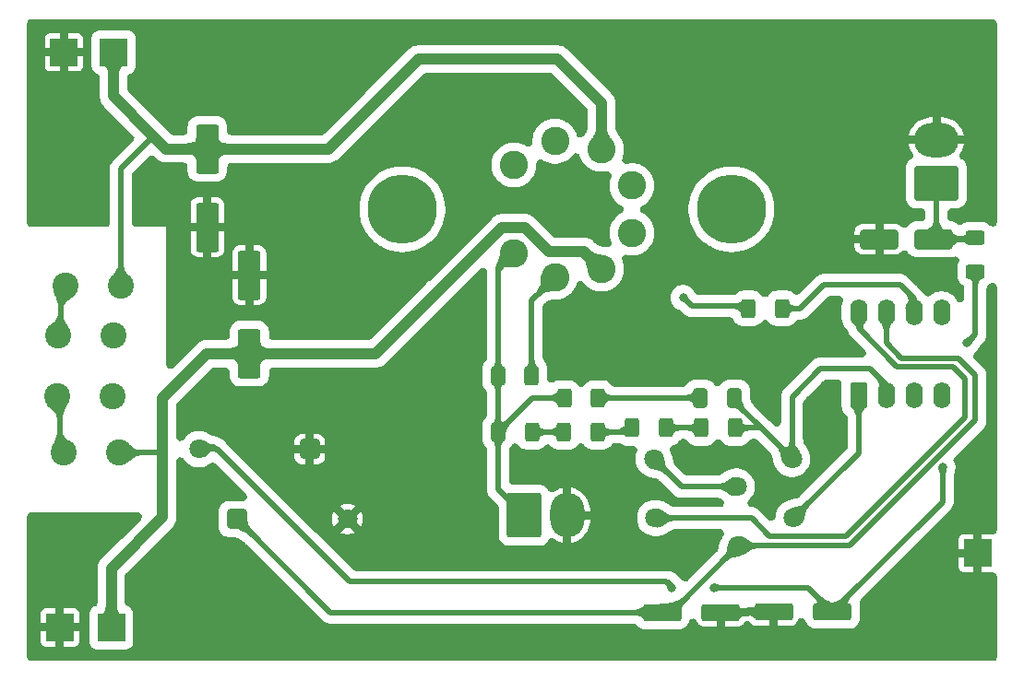
<source format=gbr>
%TF.GenerationSoftware,KiCad,Pcbnew,9.0.5*%
%TF.CreationDate,2025-12-21T21:47:29+01:00*%
%TF.ProjectId,Amplifier Compound,416d706c-6966-4696-9572-20436f6d706f,rev?*%
%TF.SameCoordinates,Original*%
%TF.FileFunction,Copper,L1,Top*%
%TF.FilePolarity,Positive*%
%FSLAX46Y46*%
G04 Gerber Fmt 4.6, Leading zero omitted, Abs format (unit mm)*
G04 Created by KiCad (PCBNEW 9.0.5) date 2025-12-21 21:47:29*
%MOMM*%
%LPD*%
G01*
G04 APERTURE LIST*
G04 Aperture macros list*
%AMRoundRect*
0 Rectangle with rounded corners*
0 $1 Rounding radius*
0 $2 $3 $4 $5 $6 $7 $8 $9 X,Y pos of 4 corners*
0 Add a 4 corners polygon primitive as box body*
4,1,4,$2,$3,$4,$5,$6,$7,$8,$9,$2,$3,0*
0 Add four circle primitives for the rounded corners*
1,1,$1+$1,$2,$3*
1,1,$1+$1,$4,$5*
1,1,$1+$1,$6,$7*
1,1,$1+$1,$8,$9*
0 Add four rect primitives between the rounded corners*
20,1,$1+$1,$2,$3,$4,$5,0*
20,1,$1+$1,$4,$5,$6,$7,0*
20,1,$1+$1,$6,$7,$8,$9,0*
20,1,$1+$1,$8,$9,$2,$3,0*%
G04 Aperture macros list end*
%TA.AperFunction,ComponentPad*%
%ADD10RoundRect,0.250000X1.800000X-1.330000X1.800000X1.330000X-1.800000X1.330000X-1.800000X-1.330000X0*%
%TD*%
%TA.AperFunction,ComponentPad*%
%ADD11O,4.100000X3.160000*%
%TD*%
%TA.AperFunction,ComponentPad*%
%ADD12RoundRect,0.250000X-1.330000X-1.800000X1.330000X-1.800000X1.330000X1.800000X-1.330000X1.800000X0*%
%TD*%
%TA.AperFunction,ComponentPad*%
%ADD13O,3.160000X4.100000*%
%TD*%
%TA.AperFunction,SMDPad,CuDef*%
%ADD14RoundRect,0.250000X-1.500000X-0.550000X1.500000X-0.550000X1.500000X0.550000X-1.500000X0.550000X0*%
%TD*%
%TA.AperFunction,ComponentPad*%
%ADD15R,2.500000X2.500000*%
%TD*%
%TA.AperFunction,ComponentPad*%
%ADD16RoundRect,0.250000X0.550000X-0.950000X0.550000X0.950000X-0.550000X0.950000X-0.550000X-0.950000X0*%
%TD*%
%TA.AperFunction,ComponentPad*%
%ADD17O,1.600000X2.400000*%
%TD*%
%TA.AperFunction,SMDPad,CuDef*%
%ADD18RoundRect,0.250000X-0.400000X-0.625000X0.400000X-0.625000X0.400000X0.625000X-0.400000X0.625000X0*%
%TD*%
%TA.AperFunction,SMDPad,CuDef*%
%ADD19RoundRect,0.250000X0.400000X0.625000X-0.400000X0.625000X-0.400000X-0.625000X0.400000X-0.625000X0*%
%TD*%
%TA.AperFunction,SMDPad,CuDef*%
%ADD20RoundRect,0.250000X-1.500000X-0.650000X1.500000X-0.650000X1.500000X0.650000X-1.500000X0.650000X0*%
%TD*%
%TA.AperFunction,ComponentPad*%
%ADD21C,5.700000*%
%TD*%
%TA.AperFunction,ComponentPad*%
%ADD22C,2.400000*%
%TD*%
%TA.AperFunction,ComponentPad*%
%ADD23C,1.800000*%
%TD*%
%TA.AperFunction,ComponentPad*%
%ADD24RoundRect,0.250000X-0.650000X-0.650000X0.650000X-0.650000X0.650000X0.650000X-0.650000X0.650000X0*%
%TD*%
%TA.AperFunction,SMDPad,CuDef*%
%ADD25RoundRect,0.250000X0.625000X-0.400000X0.625000X0.400000X-0.625000X0.400000X-0.625000X-0.400000X0*%
%TD*%
%TA.AperFunction,SMDPad,CuDef*%
%ADD26RoundRect,0.250001X0.799999X-1.999999X0.799999X1.999999X-0.799999X1.999999X-0.799999X-1.999999X0*%
%TD*%
%TA.AperFunction,ComponentPad*%
%ADD27C,2.600000*%
%TD*%
%TA.AperFunction,ComponentPad*%
%ADD28C,6.350000*%
%TD*%
%TA.AperFunction,SMDPad,CuDef*%
%ADD29RoundRect,0.250000X0.412500X0.650000X-0.412500X0.650000X-0.412500X-0.650000X0.412500X-0.650000X0*%
%TD*%
%TA.AperFunction,ComponentPad*%
%ADD30RoundRect,0.250000X0.650000X0.650000X-0.650000X0.650000X-0.650000X-0.650000X0.650000X-0.650000X0*%
%TD*%
%TA.AperFunction,ViaPad*%
%ADD31C,0.800000*%
%TD*%
%TA.AperFunction,Conductor*%
%ADD32C,0.500000*%
%TD*%
%TA.AperFunction,Conductor*%
%ADD33C,1.000000*%
%TD*%
G04 APERTURE END LIST*
D10*
%TO.P,J3,1,Pin_1*%
%TO.N,Net-(D16-A2)*%
X202495000Y-77500000D03*
D11*
%TO.P,J3,2,Pin_2*%
%TO.N,GND*%
X202495000Y-73540000D03*
%TD*%
D12*
%TO.P,J1,1,Pin_1*%
%TO.N,/HVOUT*%
X164660000Y-108025000D03*
D13*
%TO.P,J1,2,Pin_2*%
%TO.N,GND*%
X168620000Y-108025000D03*
%TD*%
D14*
%TO.P,C5,1*%
%TO.N,+VLV*%
X177310000Y-116970000D03*
%TO.P,C5,2*%
%TO.N,GND*%
X182710000Y-116970000D03*
%TD*%
D15*
%TO.P,TP4,1*%
%TO.N,GND*%
X122050000Y-118340000D03*
%TD*%
D16*
%TO.P,U2,1,BAL*%
%TO.N,Net-(U2-BAL)*%
X195360000Y-97030000D03*
D17*
%TO.P,U2,2,-*%
%TO.N,Net-(U2--)*%
X197900000Y-97030000D03*
%TO.P,U2,3,+*%
%TO.N,Net-(U2-+)*%
X200440000Y-97030000D03*
%TO.P,U2,4,V-*%
%TO.N,-VLV*%
X202980000Y-97030000D03*
%TO.P,U2,5,COMP*%
%TO.N,Net-(U2-COMP)*%
X202980000Y-89410000D03*
%TO.P,U2,6*%
%TO.N,/CTRL*%
X200440000Y-89410000D03*
%TO.P,U2,7,V+*%
%TO.N,+VLV*%
X197900000Y-89410000D03*
%TO.P,U2,8,C/B*%
%TO.N,Net-(U2-C{slash}B)*%
X195360000Y-89410000D03*
%TD*%
D18*
%TO.P,R8,1*%
%TO.N,/HVOUT*%
X168330000Y-97250000D03*
%TO.P,R8,2*%
%TO.N,Net-(C6-Pad2)*%
X171430000Y-97250000D03*
%TD*%
%TO.P,R5,1*%
%TO.N,/HVOUT*%
X162270000Y-100380000D03*
%TO.P,R5,2*%
%TO.N,Net-(R4-Pad1)*%
X165370000Y-100380000D03*
%TD*%
D19*
%TO.P,R21,1*%
%TO.N,/CTRL*%
X188320000Y-89020000D03*
%TO.P,R21,2*%
%TO.N,Net-(Q1-G)*%
X185220000Y-89020000D03*
%TD*%
D20*
%TO.P,D16,1,A1*%
%TO.N,GND*%
X197240000Y-82660000D03*
%TO.P,D16,2,A2*%
%TO.N,Net-(D16-A2)*%
X202240000Y-82660000D03*
%TD*%
D21*
%TO.P,H2,1,1*%
%TO.N,GND*%
X203080000Y-66940000D03*
%TD*%
D18*
%TO.P,R18,1*%
%TO.N,Net-(R18-Pad1)*%
X174560000Y-100000000D03*
%TO.P,R18,2*%
%TO.N,Net-(R16-Pad1)*%
X177660000Y-100000000D03*
%TD*%
%TO.P,R16,1*%
%TO.N,Net-(R16-Pad1)*%
X180910000Y-100010000D03*
%TO.P,R16,2*%
%TO.N,Net-(U2--)*%
X184010000Y-100010000D03*
%TD*%
D22*
%TO.P,R11,1*%
%TO.N,-VLV*%
X126950000Y-91520000D03*
%TO.P,R11,2*%
%TO.N,Net-(R11-Pad2)*%
X121870000Y-91520000D03*
%TD*%
D18*
%TO.P,R4,1*%
%TO.N,Net-(R4-Pad1)*%
X168310000Y-100380000D03*
%TO.P,R4,2*%
%TO.N,Net-(R18-Pad1)*%
X171410000Y-100380000D03*
%TD*%
D22*
%TO.P,R22,1*%
%TO.N,Net-(R11-Pad2)*%
X122560000Y-86970000D03*
%TO.P,R22,2*%
%TO.N,-VHV*%
X127640000Y-86970000D03*
%TD*%
D18*
%TO.P,R6,1*%
%TO.N,/HVOUT*%
X162260000Y-95190000D03*
%TO.P,R6,2*%
%TO.N,Net-(U1-CL)*%
X165360000Y-95190000D03*
%TD*%
D15*
%TO.P,TP2,1*%
%TO.N,-VHV*%
X126980000Y-65470000D03*
%TD*%
D23*
%TO.P,RV1,1,1*%
%TO.N,Net-(R19-Pad1)*%
X176540000Y-102850000D03*
%TO.P,RV1,2,2*%
X184160000Y-105390000D03*
%TO.P,RV1,3,3*%
%TO.N,Net-(U2--)*%
X189240000Y-102850000D03*
%TD*%
D22*
%TO.P,R12,1*%
%TO.N,Net-(R12-Pad1)*%
X122360000Y-102290000D03*
%TO.P,R12,2*%
%TO.N,+VHV*%
X127440000Y-102290000D03*
%TD*%
D24*
%TO.P,D5,1,K*%
%TO.N,+VLV*%
X138280000Y-108370000D03*
D23*
%TO.P,D5,2,A*%
%TO.N,GND*%
X148440000Y-108370000D03*
%TD*%
D15*
%TO.P,TP3,1*%
%TO.N,GND*%
X122430000Y-65470000D03*
%TD*%
D25*
%TO.P,R15,1*%
%TO.N,Net-(U2-+)*%
X206080000Y-85620000D03*
%TO.P,R15,2*%
%TO.N,Net-(D16-A2)*%
X206080000Y-82520000D03*
%TD*%
D15*
%TO.P,TP5,1*%
%TO.N,GND*%
X206260000Y-111520000D03*
%TD*%
D21*
%TO.P,H4,1,1*%
%TO.N,GND*%
X135620000Y-117010000D03*
%TD*%
D15*
%TO.P,TP1,1*%
%TO.N,+VHV*%
X126760000Y-118360000D03*
%TD*%
D22*
%TO.P,R14,1*%
%TO.N,+VLV*%
X126860000Y-97130000D03*
%TO.P,R14,2*%
%TO.N,Net-(R12-Pad1)*%
X121780000Y-97130000D03*
%TD*%
D26*
%TO.P,C20,1*%
%TO.N,GND*%
X135590000Y-81560000D03*
%TO.P,C20,2*%
%TO.N,-VHV*%
X135590000Y-74360000D03*
%TD*%
D21*
%TO.P,H1,1,1*%
%TO.N,GND*%
X203110000Y-116900000D03*
%TD*%
%TO.P,H3,1,1*%
%TO.N,GND*%
X135620000Y-66940000D03*
%TD*%
D23*
%TO.P,RV2,1,1*%
%TO.N,Net-(U2-C{slash}B)*%
X176690000Y-108290000D03*
%TO.P,RV2,2,2*%
%TO.N,+VLV*%
X184310000Y-110830000D03*
%TO.P,RV2,3,3*%
%TO.N,Net-(U2-BAL)*%
X189390000Y-108290000D03*
%TD*%
D14*
%TO.P,C2,1*%
%TO.N,GND*%
X187560000Y-116900000D03*
%TO.P,C2,2*%
%TO.N,-VLV*%
X192960000Y-116900000D03*
%TD*%
D27*
%TO.P,U1,1,OUT*%
%TO.N,/HVOUT*%
X163720000Y-83990000D03*
%TO.P,U1,2,CL*%
%TO.N,Net-(U1-CL)*%
X167480000Y-86160000D03*
%TO.P,U1,3,+VS*%
%TO.N,+VHV*%
X171760000Y-85410000D03*
%TO.P,U1,4,+IN*%
%TO.N,Net-(Q1-G)*%
X174550000Y-82080000D03*
%TO.P,U1,5,-IN*%
%TO.N,Net-(Q1-D)*%
X174550000Y-77740000D03*
%TO.P,U1,6,-VS*%
%TO.N,-VHV*%
X171760000Y-74410000D03*
%TO.P,U1,7,RC*%
%TO.N,Net-(U1-RC)*%
X167480000Y-73660000D03*
%TO.P,U1,8,CC*%
%TO.N,Net-(U1-CC)*%
X163720000Y-75830000D03*
D28*
%TO.P,U1,C*%
%TO.N,N/C*%
X153480000Y-79910000D03*
X183680000Y-79910000D03*
%TD*%
D29*
%TO.P,C6,1*%
%TO.N,Net-(U2--)*%
X183952500Y-97220000D03*
%TO.P,C6,2*%
%TO.N,Net-(C6-Pad2)*%
X180827500Y-97220000D03*
%TD*%
D26*
%TO.P,C19,1*%
%TO.N,+VHV*%
X139430000Y-93180000D03*
%TO.P,C19,2*%
%TO.N,GND*%
X139430000Y-85980000D03*
%TD*%
D30*
%TO.P,D6,1,K*%
%TO.N,GND*%
X144980000Y-101950000D03*
D23*
%TO.P,D6,2,A*%
%TO.N,-VLV*%
X134820000Y-101950000D03*
%TD*%
D31*
%TO.N,GND*%
X171220000Y-66940000D03*
X175890260Y-91052775D03*
X188010000Y-78630000D03*
X156540000Y-72220000D03*
X149420000Y-82390000D03*
X160600000Y-90590000D03*
X140680000Y-81210000D03*
X184140000Y-74470000D03*
X189380000Y-94740000D03*
X151960000Y-75360000D03*
X197240000Y-82660000D03*
X139310000Y-82710000D03*
X136180000Y-104060000D03*
X150350000Y-112430000D03*
X140680000Y-82730000D03*
X182530000Y-73450000D03*
X182400000Y-109730000D03*
X177670000Y-89630000D03*
X190930000Y-97440000D03*
X172780000Y-67390000D03*
X159990000Y-112380000D03*
X169770000Y-93150000D03*
X187560000Y-116900000D03*
X138010000Y-82740000D03*
X159220000Y-89640000D03*
X137960000Y-105930000D03*
X150650000Y-76030000D03*
X158280000Y-112400000D03*
X157800000Y-118710000D03*
X186760000Y-83320000D03*
X156760000Y-112420000D03*
X188120000Y-80420000D03*
X187240000Y-108000000D03*
X182890000Y-85970000D03*
X165980000Y-63860000D03*
X160910000Y-118690000D03*
X152980000Y-118750000D03*
X151970000Y-84640000D03*
X157750000Y-71350000D03*
X139310000Y-81190000D03*
X186580000Y-76260000D03*
X161160000Y-63870000D03*
X185480000Y-84220000D03*
X135590000Y-81560000D03*
X167570000Y-63860000D03*
X139430000Y-85980000D03*
X149750000Y-118760000D03*
X187700000Y-82040000D03*
X140680000Y-79670000D03*
X154510000Y-86550000D03*
X164270000Y-63850000D03*
X154300000Y-73850000D03*
X173910000Y-63800000D03*
X187400000Y-77180000D03*
X185610000Y-75500000D03*
X148790000Y-80710000D03*
X174290000Y-68010000D03*
X153180000Y-74540000D03*
X163100000Y-67850000D03*
X169090000Y-63840000D03*
X155330000Y-73080000D03*
X139310000Y-79650000D03*
X148160000Y-118760000D03*
X190480000Y-93730000D03*
X168480000Y-93150000D03*
X180970000Y-72420000D03*
X170800000Y-63820000D03*
X158090000Y-88860000D03*
X184090000Y-85030000D03*
X151270000Y-118740000D03*
X154570000Y-118750000D03*
X159390000Y-118710000D03*
X166980000Y-93090000D03*
X192210000Y-96110000D03*
X191960000Y-100000000D03*
X150500000Y-83510000D03*
X148790000Y-78940000D03*
X153460000Y-112410000D03*
X137000000Y-104960000D03*
X151940000Y-112430000D03*
X155170000Y-112420000D03*
X138010000Y-81220000D03*
X156090000Y-118730000D03*
X188430000Y-95880000D03*
X162750000Y-63870000D03*
X172390000Y-63820000D03*
X182710000Y-116970000D03*
X138010000Y-79680000D03*
X153260000Y-85500000D03*
X149470000Y-77170000D03*
%TO.N,-VLV*%
X182060000Y-114680000D03*
X178220000Y-114680000D03*
X203070000Y-103640000D03*
%TO.N,Net-(U2-+)*%
X205295000Y-92175000D03*
%TO.N,Net-(Q1-G)*%
X179252823Y-88037176D03*
%TD*%
D32*
%TO.N,Net-(U2-+)*%
X206080000Y-85620000D02*
X206080000Y-91390000D01*
X206080000Y-91390000D02*
X205295000Y-92175000D01*
%TO.N,Net-(D16-A2)*%
X202240000Y-82660000D02*
X205940000Y-82660000D01*
X205940000Y-82660000D02*
X206080000Y-82520000D01*
X202495000Y-77500000D02*
X202495000Y-82405000D01*
X202495000Y-82405000D02*
X202240000Y-82660000D01*
%TO.N,/HVOUT*%
X162270000Y-100380000D02*
X162270000Y-105635000D01*
X162270000Y-105635000D02*
X164660000Y-108025000D01*
%TO.N,GND*%
X183710000Y-116970000D02*
X186440000Y-116970000D01*
%TO.N,/CTRL*%
X199160000Y-86860000D02*
X192150000Y-86860000D01*
X200440000Y-88140000D02*
X199160000Y-86860000D01*
X192150000Y-86860000D02*
X189990000Y-89020000D01*
X200440000Y-89410000D02*
X200440000Y-88140000D01*
X189990000Y-89020000D02*
X188320000Y-89020000D01*
%TO.N,/HVOUT*%
X165400000Y-97250000D02*
X168330000Y-97250000D01*
X162260000Y-95190000D02*
X162260000Y-100370000D01*
X162260000Y-85450000D02*
X163720000Y-83990000D01*
X162270000Y-100380000D02*
X165400000Y-97250000D01*
X162260000Y-95190000D02*
X162260000Y-85450000D01*
%TO.N,Net-(R4-Pad1)*%
X165370000Y-100380000D02*
X168310000Y-100380000D01*
%TO.N,Net-(U1-CL)*%
X165360000Y-88280000D02*
X165360000Y-95190000D01*
X167480000Y-86160000D02*
X165360000Y-88280000D01*
D33*
%TO.N,+VHV*%
X135540000Y-93180000D02*
X139430000Y-93180000D01*
X164760000Y-81620000D02*
X166920000Y-83780000D01*
X131470000Y-108200000D02*
X126760000Y-112910000D01*
X131470000Y-97250000D02*
X135540000Y-93180000D01*
X156590000Y-87590000D02*
X156640000Y-87590000D01*
X126760000Y-112910000D02*
X126760000Y-118360000D01*
D32*
X127440000Y-102290000D02*
X131360000Y-102290000D01*
D33*
X151050000Y-93180000D02*
X156590000Y-87640000D01*
X156590000Y-87640000D02*
X156590000Y-87590000D01*
X156640000Y-87590000D02*
X162610000Y-81620000D01*
D32*
X131360000Y-102290000D02*
X131470000Y-102180000D01*
D33*
X170130000Y-83780000D02*
X171760000Y-85410000D01*
X162610000Y-81620000D02*
X164760000Y-81620000D01*
X166920000Y-83780000D02*
X170130000Y-83780000D01*
X131470000Y-102180000D02*
X131470000Y-97250000D01*
X131470000Y-102180000D02*
X131470000Y-108200000D01*
X139430000Y-93180000D02*
X151050000Y-93180000D01*
%TO.N,-VHV*%
X146730000Y-74370000D02*
X154980000Y-66120000D01*
X130645000Y-73195000D02*
X131810000Y-74360000D01*
X126980000Y-69530000D02*
X130645000Y-73195000D01*
X135600000Y-74370000D02*
X146730000Y-74370000D01*
X171760000Y-70170000D02*
X171760000Y-74410000D01*
X135590000Y-74360000D02*
X135600000Y-74370000D01*
X154980000Y-66120000D02*
X167710000Y-66120000D01*
D32*
X130645000Y-73195000D02*
X127640000Y-76200000D01*
D33*
X167710000Y-66120000D02*
X171760000Y-70170000D01*
X131810000Y-74360000D02*
X135590000Y-74360000D01*
X126980000Y-65470000D02*
X126980000Y-69530000D01*
D32*
X127640000Y-76200000D02*
X127640000Y-86970000D01*
%TO.N,Net-(R11-Pad2)*%
X122120000Y-91270000D02*
X121870000Y-91520000D01*
X122560000Y-86970000D02*
X122120000Y-87410000D01*
X122120000Y-87410000D02*
X122120000Y-91270000D01*
%TO.N,+VLV*%
X197900000Y-92180000D02*
X197900000Y-89410000D01*
X184310000Y-110830000D02*
X194540000Y-110830000D01*
X199310000Y-93590000D02*
X197900000Y-92180000D01*
X184310000Y-110830000D02*
X178170000Y-116970000D01*
X146880000Y-116970000D02*
X138280000Y-108370000D01*
X177310000Y-116970000D02*
X146880000Y-116970000D01*
X204490000Y-93590000D02*
X199310000Y-93590000D01*
X206070000Y-99300000D02*
X206070000Y-95170000D01*
X206070000Y-95170000D02*
X204490000Y-93590000D01*
X194540000Y-110830000D02*
X206070000Y-99300000D01*
%TO.N,-VLV*%
X148640000Y-114150000D02*
X136440000Y-101950000D01*
X203070000Y-106790000D02*
X192960000Y-116900000D01*
X182060000Y-114680000D02*
X190740000Y-114680000D01*
X177690000Y-114150000D02*
X148640000Y-114150000D01*
X190740000Y-114680000D02*
X192960000Y-116900000D01*
X136440000Y-101950000D02*
X134820000Y-101950000D01*
X178220000Y-114680000D02*
X177690000Y-114150000D01*
X203070000Y-103640000D02*
X203070000Y-106790000D01*
%TO.N,Net-(U2--)*%
X196360000Y-94520000D02*
X197900000Y-96060000D01*
X184010000Y-100010000D02*
X186400000Y-100010000D01*
X183952500Y-97562500D02*
X183952500Y-97220000D01*
X189240000Y-102850000D02*
X189240000Y-97140000D01*
X186400000Y-100010000D02*
X183952500Y-97562500D01*
X197900000Y-96060000D02*
X197900000Y-97030000D01*
X189240000Y-97140000D02*
X191860000Y-94520000D01*
X189240000Y-102850000D02*
X186400000Y-100010000D01*
X191860000Y-94520000D02*
X196360000Y-94520000D01*
%TO.N,Net-(R12-Pad1)*%
X121780000Y-97130000D02*
X122050000Y-97400000D01*
X122050000Y-101440000D02*
X121780000Y-101710000D01*
X122050000Y-97400000D02*
X122050000Y-101440000D01*
%TO.N,Net-(C6-Pad2)*%
X171460000Y-97220000D02*
X171430000Y-97250000D01*
X180827500Y-97220000D02*
X171460000Y-97220000D01*
%TO.N,Net-(R18-Pad1)*%
X171410000Y-100380000D02*
X174180000Y-100380000D01*
%TO.N,Net-(R16-Pad1)*%
X177660000Y-100000000D02*
X180900000Y-100000000D01*
%TO.N,Net-(R19-Pad1)*%
X184160000Y-105390000D02*
X179080000Y-105390000D01*
X179080000Y-105390000D02*
X176540000Y-102850000D01*
%TO.N,Net-(U2-BAL)*%
X195360000Y-102320000D02*
X195360000Y-97030000D01*
X189390000Y-108290000D02*
X195360000Y-102320000D01*
%TO.N,Net-(U2-C{slash}B)*%
X204050000Y-94380000D02*
X198890000Y-94380000D01*
X195360000Y-90850000D02*
X195360000Y-89410000D01*
X205130000Y-99000000D02*
X205130000Y-95460000D01*
X185520000Y-108290000D02*
X187200000Y-109970000D01*
X198890000Y-94380000D02*
X195360000Y-90850000D01*
X187200000Y-109970000D02*
X194160000Y-109970000D01*
X194160000Y-109970000D02*
X205130000Y-99000000D01*
X205130000Y-95460000D02*
X204050000Y-94380000D01*
X176690000Y-108290000D02*
X185520000Y-108290000D01*
%TO.N,Net-(Q1-G)*%
X179252823Y-88037176D02*
X179277176Y-88037176D01*
X179277176Y-88037176D02*
X180070000Y-88830000D01*
X180070000Y-88830000D02*
X185030000Y-88830000D01*
X185030000Y-88830000D02*
X185220000Y-89020000D01*
%TD*%
%TA.AperFunction,Conductor*%
%TO.N,GND*%
G36*
X207713886Y-86667203D02*
G01*
X207773560Y-86675583D01*
X207775617Y-86676628D01*
X207777900Y-86676977D01*
X207831346Y-86704951D01*
X207885076Y-86732258D01*
X207886682Y-86733914D01*
X207888729Y-86734986D01*
X207930206Y-86778809D01*
X207972148Y-86822072D01*
X207973129Y-86824160D01*
X207974717Y-86825838D01*
X207999709Y-86880736D01*
X208025339Y-86935291D01*
X208025683Y-86937794D01*
X208026546Y-86939688D01*
X208027966Y-86954356D01*
X208039500Y-87038061D01*
X208039500Y-109398740D01*
X208018911Y-109522126D01*
X207959373Y-109632141D01*
X207867340Y-109716863D01*
X207752784Y-109767112D01*
X207628120Y-109777442D01*
X207618883Y-109776563D01*
X207557839Y-109770000D01*
X206641001Y-109770000D01*
X206641000Y-109770001D01*
X206641000Y-111052473D01*
X206628408Y-111039881D01*
X206491591Y-110960889D01*
X206338991Y-110920000D01*
X206181009Y-110920000D01*
X206028409Y-110960889D01*
X205891592Y-111039881D01*
X205879000Y-111052473D01*
X205879000Y-109770001D01*
X205878999Y-109770000D01*
X204962167Y-109770000D01*
X204902625Y-109776401D01*
X204902622Y-109776402D01*
X204767912Y-109826646D01*
X204652811Y-109912810D01*
X204652810Y-109912811D01*
X204566646Y-110027912D01*
X204516402Y-110162622D01*
X204516401Y-110162625D01*
X204510000Y-110222167D01*
X204510000Y-111138999D01*
X204510001Y-111139000D01*
X205792473Y-111139000D01*
X205779881Y-111151592D01*
X205700889Y-111288409D01*
X205660000Y-111441009D01*
X205660000Y-111598991D01*
X205700889Y-111751591D01*
X205779881Y-111888408D01*
X205792473Y-111901000D01*
X204510001Y-111901000D01*
X204510000Y-111901001D01*
X204510000Y-112817832D01*
X204516401Y-112877374D01*
X204516402Y-112877377D01*
X204566646Y-113012087D01*
X204652810Y-113127188D01*
X204652811Y-113127189D01*
X204767912Y-113213353D01*
X204902622Y-113263597D01*
X204902625Y-113263598D01*
X204962167Y-113269999D01*
X204962174Y-113270000D01*
X205878999Y-113270000D01*
X205879000Y-113269999D01*
X205879000Y-111987527D01*
X205891592Y-112000119D01*
X206028409Y-112079111D01*
X206181009Y-112120000D01*
X206338991Y-112120000D01*
X206491591Y-112079111D01*
X206628408Y-112000119D01*
X206641000Y-111987527D01*
X206641000Y-113269999D01*
X206641001Y-113270000D01*
X207557826Y-113270000D01*
X207557827Y-113269999D01*
X207618878Y-113263436D01*
X207743758Y-113270718D01*
X207859507Y-113318153D01*
X207953582Y-113400602D01*
X208015789Y-113509130D01*
X208039387Y-113631976D01*
X208039500Y-113641259D01*
X208039500Y-121049500D01*
X208018911Y-121172886D01*
X207959373Y-121282901D01*
X207867340Y-121367623D01*
X207752784Y-121417872D01*
X207659500Y-121429500D01*
X119420500Y-121429500D01*
X119297114Y-121408911D01*
X119187099Y-121349373D01*
X119102377Y-121257340D01*
X119052128Y-121142784D01*
X119040500Y-121049500D01*
X119040500Y-117042167D01*
X120300000Y-117042167D01*
X120300000Y-117958999D01*
X120300001Y-117959000D01*
X121582473Y-117959000D01*
X121569881Y-117971592D01*
X121490889Y-118108409D01*
X121450000Y-118261009D01*
X121450000Y-118418991D01*
X121490889Y-118571591D01*
X121569881Y-118708408D01*
X121582473Y-118721000D01*
X120300001Y-118721000D01*
X120300000Y-118721001D01*
X120300000Y-119637832D01*
X120306401Y-119697374D01*
X120306402Y-119697377D01*
X120356646Y-119832087D01*
X120442810Y-119947188D01*
X120442811Y-119947189D01*
X120557912Y-120033353D01*
X120692622Y-120083597D01*
X120692625Y-120083598D01*
X120752167Y-120089999D01*
X120752174Y-120090000D01*
X121668999Y-120090000D01*
X121669000Y-120089999D01*
X121669000Y-118807527D01*
X121681592Y-118820119D01*
X121818409Y-118899111D01*
X121971009Y-118940000D01*
X122128991Y-118940000D01*
X122281591Y-118899111D01*
X122418408Y-118820119D01*
X122431000Y-118807527D01*
X122431000Y-120089999D01*
X122431001Y-120090000D01*
X123347826Y-120090000D01*
X123347832Y-120089999D01*
X123407374Y-120083598D01*
X123407377Y-120083597D01*
X123542087Y-120033353D01*
X123657188Y-119947189D01*
X123657189Y-119947188D01*
X123743353Y-119832087D01*
X123793597Y-119697377D01*
X123793598Y-119697374D01*
X123799999Y-119637832D01*
X123800000Y-119637825D01*
X123800000Y-118721001D01*
X123799999Y-118721000D01*
X122517527Y-118721000D01*
X122530119Y-118708408D01*
X122609111Y-118571591D01*
X122650000Y-118418991D01*
X122650000Y-118261009D01*
X122609111Y-118108409D01*
X122530119Y-117971592D01*
X122517527Y-117959000D01*
X123799999Y-117959000D01*
X123800000Y-117958999D01*
X123800000Y-117042174D01*
X123799999Y-117042167D01*
X123793598Y-116982625D01*
X123793597Y-116982622D01*
X123743353Y-116847912D01*
X123657189Y-116732811D01*
X123657188Y-116732810D01*
X123542087Y-116646646D01*
X123407377Y-116596402D01*
X123407374Y-116596401D01*
X123347832Y-116590000D01*
X122431001Y-116590000D01*
X122431000Y-116590001D01*
X122431000Y-117872473D01*
X122418408Y-117859881D01*
X122281591Y-117780889D01*
X122128991Y-117740000D01*
X121971009Y-117740000D01*
X121818409Y-117780889D01*
X121681592Y-117859881D01*
X121669000Y-117872473D01*
X121669000Y-116590001D01*
X121668999Y-116590000D01*
X120752167Y-116590000D01*
X120692625Y-116596401D01*
X120692622Y-116596402D01*
X120557912Y-116646646D01*
X120442811Y-116732810D01*
X120442810Y-116732811D01*
X120356646Y-116847912D01*
X120306402Y-116982622D01*
X120306401Y-116982625D01*
X120300000Y-117042167D01*
X119040500Y-117042167D01*
X119040500Y-108147764D01*
X119061089Y-108024378D01*
X119120627Y-107914363D01*
X119212660Y-107829641D01*
X119327216Y-107779392D01*
X119420500Y-107767764D01*
X129199390Y-107767764D01*
X129322776Y-107788353D01*
X129432791Y-107847891D01*
X129517513Y-107939924D01*
X129567762Y-108054480D01*
X129578092Y-108179144D01*
X129547384Y-108300408D01*
X129478965Y-108405131D01*
X129468094Y-108416461D01*
X127694951Y-110189604D01*
X125937539Y-111947016D01*
X125937536Y-111947019D01*
X125937535Y-111947018D01*
X125797020Y-112087534D01*
X125797014Y-112087542D01*
X125680213Y-112248305D01*
X125589998Y-112425361D01*
X125589994Y-112425370D01*
X125528587Y-112614362D01*
X125528587Y-112614364D01*
X125527075Y-112623914D01*
X125497500Y-112810642D01*
X125497500Y-116036469D01*
X125476911Y-116159855D01*
X125417373Y-116269870D01*
X125325340Y-116354592D01*
X125237030Y-116397180D01*
X125185559Y-116414235D01*
X125033854Y-116507808D01*
X124907808Y-116633854D01*
X124814235Y-116785560D01*
X124758170Y-116954752D01*
X124758169Y-116954754D01*
X124756714Y-116969000D01*
X124747500Y-117059189D01*
X124747500Y-117059197D01*
X124747500Y-117059198D01*
X124747500Y-119660807D01*
X124751236Y-119697374D01*
X124758169Y-119765241D01*
X124758171Y-119765245D01*
X124814237Y-119934442D01*
X124907808Y-120086145D01*
X124907809Y-120086146D01*
X124907811Y-120086149D01*
X125033851Y-120212189D01*
X125185560Y-120305764D01*
X125354752Y-120361829D01*
X125354754Y-120361830D01*
X125354756Y-120361830D01*
X125354759Y-120361831D01*
X125459189Y-120372500D01*
X128060810Y-120372499D01*
X128165241Y-120361831D01*
X128334440Y-120305764D01*
X128486149Y-120212189D01*
X128612189Y-120086149D01*
X128705764Y-119934440D01*
X128761831Y-119765241D01*
X128772500Y-119660811D01*
X128772499Y-117059190D01*
X128761831Y-116954759D01*
X128705764Y-116785560D01*
X128612189Y-116633851D01*
X128486149Y-116507811D01*
X128486146Y-116507809D01*
X128486145Y-116507808D01*
X128334440Y-116414235D01*
X128282970Y-116397180D01*
X128172323Y-116338824D01*
X128086620Y-116247704D01*
X128035148Y-116133693D01*
X128022500Y-116036469D01*
X128022500Y-113590345D01*
X128043089Y-113466959D01*
X128102627Y-113356944D01*
X128133791Y-113321652D01*
X132292460Y-109162983D01*
X132292464Y-109162981D01*
X132432981Y-109022464D01*
X132549787Y-108861694D01*
X132640005Y-108684632D01*
X132701413Y-108495636D01*
X132732500Y-108299361D01*
X132732500Y-103074737D01*
X132753089Y-102951351D01*
X132812627Y-102841336D01*
X132904660Y-102756614D01*
X133019216Y-102706365D01*
X133143880Y-102696035D01*
X133265144Y-102726743D01*
X133369867Y-102795162D01*
X133419926Y-102851378D01*
X133535271Y-103010137D01*
X133551916Y-103033046D01*
X133736954Y-103218084D01*
X133736957Y-103218086D01*
X133736956Y-103218086D01*
X133942993Y-103367781D01*
X133948660Y-103371898D01*
X134181821Y-103490699D01*
X134430697Y-103571564D01*
X134689158Y-103612500D01*
X134689162Y-103612500D01*
X134950838Y-103612500D01*
X134950842Y-103612500D01*
X135209303Y-103571564D01*
X135458179Y-103490699D01*
X135691340Y-103371898D01*
X135752442Y-103327502D01*
X135755348Y-103325414D01*
X135765951Y-103317869D01*
X135801825Y-103295877D01*
X135853781Y-103255371D01*
X135860559Y-103250549D01*
X135909430Y-103226753D01*
X135957203Y-103200852D01*
X135965479Y-103199464D01*
X135973028Y-103195789D01*
X136026976Y-103189152D01*
X136080572Y-103180165D01*
X136088852Y-103181540D01*
X136097184Y-103180515D01*
X136150360Y-103191754D01*
X136203974Y-103200657D01*
X136211359Y-103204646D01*
X136219572Y-103206382D01*
X136266221Y-103234280D01*
X136314036Y-103260108D01*
X136323771Y-103268698D01*
X136326930Y-103270587D01*
X136329901Y-103274107D01*
X136349573Y-103291464D01*
X139116908Y-106058799D01*
X139189596Y-106160605D01*
X139225289Y-106280497D01*
X139220119Y-106405482D01*
X139174648Y-106522016D01*
X139093801Y-106617472D01*
X138986340Y-106681505D01*
X138863910Y-106707175D01*
X138848207Y-106707500D01*
X137580263Y-106707500D01*
X137580240Y-106707502D01*
X137431522Y-106722148D01*
X137431511Y-106722150D01*
X137240662Y-106780044D01*
X137240651Y-106780049D01*
X137064769Y-106874059D01*
X136910590Y-107000590D01*
X136784059Y-107154769D01*
X136690049Y-107330651D01*
X136690043Y-107330664D01*
X136632150Y-107521513D01*
X136617500Y-107670248D01*
X136617500Y-109069736D01*
X136617502Y-109069759D01*
X136632148Y-109218477D01*
X136632150Y-109218488D01*
X136690044Y-109409337D01*
X136690049Y-109409348D01*
X136784059Y-109585230D01*
X136784062Y-109585234D01*
X136784064Y-109585237D01*
X136910590Y-109739410D01*
X137064763Y-109865936D01*
X137064766Y-109865937D01*
X137064769Y-109865940D01*
X137160985Y-109917368D01*
X137240658Y-109959954D01*
X137240662Y-109959955D01*
X137240664Y-109959956D01*
X137300565Y-109978126D01*
X137431515Y-110017850D01*
X137580259Y-110032500D01*
X137839052Y-110032499D01*
X137858343Y-110032989D01*
X137875398Y-110033856D01*
X137902350Y-110037672D01*
X138011505Y-110040775D01*
X138015726Y-110040990D01*
X138020899Y-110042125D01*
X138066795Y-110047072D01*
X138143116Y-110061455D01*
X138192650Y-110074298D01*
X138325218Y-110118388D01*
X138366560Y-110134886D01*
X138541056Y-110216669D01*
X138576972Y-110235914D01*
X138663511Y-110288446D01*
X138778291Y-110358120D01*
X138804060Y-110375236D01*
X138877484Y-110428434D01*
X138895391Y-110442239D01*
X138961963Y-110496794D01*
X138980262Y-110512794D01*
X139034713Y-110563570D01*
X139053240Y-110578401D01*
X139084466Y-110606357D01*
X146234569Y-117756461D01*
X146333978Y-117822883D01*
X146400401Y-117867266D01*
X146454371Y-117889620D01*
X146584665Y-117943591D01*
X146747823Y-117976044D01*
X146780277Y-117982500D01*
X146780278Y-117982500D01*
X146979723Y-117982500D01*
X174652916Y-117982500D01*
X174689796Y-117984294D01*
X174696070Y-117984905D01*
X174696071Y-117984906D01*
X174741001Y-117989287D01*
X174861805Y-118021754D01*
X174965522Y-118091687D01*
X174997863Y-118126423D01*
X175090582Y-118239401D01*
X175090585Y-118239404D01*
X175090590Y-118239410D01*
X175244763Y-118365936D01*
X175244766Y-118365937D01*
X175244769Y-118365940D01*
X175377419Y-118436842D01*
X175420658Y-118459954D01*
X175420662Y-118459955D01*
X175420664Y-118459956D01*
X175429051Y-118462500D01*
X175611515Y-118517850D01*
X175760259Y-118532500D01*
X178859740Y-118532499D01*
X178915944Y-118526963D01*
X179008477Y-118517851D01*
X179008479Y-118517850D01*
X179008485Y-118517850D01*
X179199342Y-118459954D01*
X179375237Y-118365936D01*
X179529410Y-118239410D01*
X179655936Y-118085237D01*
X179749954Y-117909342D01*
X179784152Y-117796604D01*
X179839670Y-117684514D01*
X179928579Y-117596518D01*
X180041242Y-117542160D01*
X180165452Y-117527328D01*
X180287747Y-117553630D01*
X180394876Y-117618217D01*
X180475229Y-117714089D01*
X180508500Y-117787389D01*
X180525643Y-117839123D01*
X180525644Y-117839126D01*
X180617680Y-117988340D01*
X180741659Y-118112319D01*
X180890873Y-118204355D01*
X181057307Y-118259506D01*
X181160014Y-118269999D01*
X182328998Y-118269999D01*
X182329000Y-118269998D01*
X182329000Y-117351000D01*
X183091000Y-117351000D01*
X183091000Y-118269998D01*
X183091001Y-118269999D01*
X184259975Y-118269999D01*
X184362697Y-118259505D01*
X184529123Y-118204356D01*
X184529126Y-118204355D01*
X184678340Y-118112319D01*
X184802318Y-117988341D01*
X184833250Y-117938193D01*
X184915548Y-117843986D01*
X185023976Y-117781605D01*
X185146784Y-117757811D01*
X185270664Y-117775181D01*
X185382192Y-117831835D01*
X185454754Y-117901992D01*
X185467681Y-117918341D01*
X185591659Y-118042319D01*
X185740873Y-118134355D01*
X185907307Y-118189506D01*
X186010014Y-118199999D01*
X187178998Y-118199999D01*
X187179000Y-118199998D01*
X187179000Y-117281000D01*
X185330069Y-117281000D01*
X185291642Y-117309605D01*
X185288006Y-117310766D01*
X185284895Y-117312988D01*
X185228490Y-117329780D01*
X185172483Y-117347673D01*
X185168664Y-117347590D01*
X185165003Y-117348681D01*
X185117401Y-117346711D01*
X185117401Y-117351000D01*
X183091000Y-117351000D01*
X182329000Y-117351000D01*
X182329000Y-117350000D01*
X182331604Y-117334390D01*
X182330298Y-117318620D01*
X182341845Y-117273020D01*
X182349589Y-117226614D01*
X182357121Y-117212695D01*
X182361006Y-117197356D01*
X182386736Y-117157973D01*
X182409127Y-117116599D01*
X182420769Y-117105881D01*
X182429425Y-117092633D01*
X182466551Y-117063736D01*
X182501160Y-117031877D01*
X182515650Y-117025520D01*
X182528140Y-117015800D01*
X182572636Y-117000524D01*
X182615716Y-116981628D01*
X182634501Y-116979286D01*
X182646454Y-116975183D01*
X182709000Y-116970000D01*
X182710000Y-116970000D01*
X182710000Y-116969000D01*
X182730589Y-116845614D01*
X182790127Y-116735599D01*
X182882160Y-116650877D01*
X182996716Y-116600628D01*
X183090000Y-116589000D01*
X184939931Y-116589000D01*
X184978358Y-116560395D01*
X184981993Y-116559233D01*
X184985105Y-116557012D01*
X185041509Y-116540219D01*
X185097517Y-116522327D01*
X185101335Y-116522409D01*
X185104997Y-116521319D01*
X185152599Y-116523288D01*
X185152599Y-116519000D01*
X187180000Y-116519000D01*
X187303386Y-116539589D01*
X187413401Y-116599127D01*
X187498123Y-116691160D01*
X187548372Y-116805716D01*
X187560000Y-116899000D01*
X187560000Y-116900000D01*
X187561000Y-116900000D01*
X187684386Y-116920589D01*
X187794401Y-116980127D01*
X187879123Y-117072160D01*
X187929372Y-117186716D01*
X187941000Y-117280000D01*
X187941000Y-118199998D01*
X187941001Y-118199999D01*
X189109975Y-118199999D01*
X189212697Y-118189505D01*
X189379123Y-118134356D01*
X189379126Y-118134355D01*
X189528340Y-118042319D01*
X189652319Y-117918340D01*
X189744355Y-117769126D01*
X189744356Y-117769124D01*
X189761498Y-117717393D01*
X189819852Y-117606746D01*
X189910972Y-117521041D01*
X190024982Y-117469567D01*
X190149529Y-117457901D01*
X190271115Y-117487308D01*
X190376566Y-117554600D01*
X190454453Y-117652485D01*
X190485848Y-117726608D01*
X190520045Y-117839340D01*
X190520049Y-117839348D01*
X190614059Y-118015230D01*
X190614062Y-118015234D01*
X190614064Y-118015237D01*
X190740590Y-118169410D01*
X190894763Y-118295936D01*
X190894766Y-118295937D01*
X190894769Y-118295940D01*
X191025724Y-118365936D01*
X191070658Y-118389954D01*
X191070662Y-118389955D01*
X191070664Y-118389956D01*
X191130565Y-118408126D01*
X191261515Y-118447850D01*
X191410259Y-118462500D01*
X194509740Y-118462499D01*
X194565944Y-118456963D01*
X194658477Y-118447851D01*
X194658479Y-118447850D01*
X194658485Y-118447850D01*
X194849342Y-118389954D01*
X195025237Y-118295936D01*
X195179410Y-118169410D01*
X195305936Y-118015237D01*
X195399954Y-117839342D01*
X195457850Y-117648485D01*
X195472500Y-117499741D01*
X195472499Y-116300260D01*
X195467323Y-116247704D01*
X195457851Y-116151522D01*
X195457850Y-116151519D01*
X195457850Y-116151515D01*
X195450075Y-116125887D01*
X195433961Y-116001838D01*
X195458999Y-115879278D01*
X195522475Y-115771487D01*
X195545000Y-115746889D01*
X203856460Y-107435431D01*
X203867657Y-107418674D01*
X203882536Y-107396407D01*
X203967265Y-107269601D01*
X203967266Y-107269598D01*
X203967314Y-107269482D01*
X204043590Y-107085335D01*
X204082500Y-106889723D01*
X204082500Y-104507857D01*
X204083191Y-104484955D01*
X204084163Y-104468841D01*
X204087456Y-104446330D01*
X204089788Y-104375685D01*
X204090100Y-104370524D01*
X204093202Y-104357008D01*
X204102689Y-104293846D01*
X204120303Y-104228979D01*
X204123884Y-104216626D01*
X204155339Y-104114647D01*
X204162410Y-104090302D01*
X204162615Y-104089550D01*
X204168979Y-104064559D01*
X204206368Y-103906680D01*
X204208977Y-103895275D01*
X204209062Y-103894890D01*
X204217254Y-103829079D01*
X204219012Y-103816643D01*
X204232500Y-103731491D01*
X204232500Y-103548509D01*
X204203876Y-103367781D01*
X204147331Y-103193755D01*
X204090669Y-103082551D01*
X204053000Y-102963273D01*
X204056101Y-102838220D01*
X204099639Y-102720949D01*
X204160548Y-102641341D01*
X206856460Y-99945431D01*
X206875276Y-99917271D01*
X206967266Y-99779599D01*
X207043590Y-99595335D01*
X207082500Y-99399723D01*
X207082500Y-95070277D01*
X207043590Y-94874665D01*
X206967266Y-94690401D01*
X206967263Y-94690396D01*
X206967262Y-94690394D01*
X206856461Y-94524570D01*
X206856458Y-94524567D01*
X206715431Y-94383539D01*
X206715431Y-94383540D01*
X205985399Y-93653508D01*
X205912711Y-93551702D01*
X205877018Y-93431810D01*
X205882188Y-93306825D01*
X205927659Y-93190291D01*
X205973014Y-93129091D01*
X205999223Y-93100280D01*
X206052318Y-93061706D01*
X206181706Y-92932318D01*
X206289172Y-92784401D01*
X206294340Y-92777557D01*
X206417513Y-92569460D01*
X206429153Y-92549089D01*
X206429502Y-92548456D01*
X206440722Y-92527334D01*
X206449677Y-92509819D01*
X206458071Y-92494306D01*
X206487097Y-92443530D01*
X206539476Y-92372542D01*
X206584808Y-92324081D01*
X206600228Y-92304862D01*
X206627891Y-92273999D01*
X206866461Y-92035431D01*
X206953003Y-91905911D01*
X206977266Y-91869599D01*
X206999743Y-91815335D01*
X207053591Y-91685335D01*
X207091354Y-91495483D01*
X207091358Y-91495483D01*
X207091359Y-91495454D01*
X207092500Y-91489723D01*
X207092500Y-87187809D01*
X207094670Y-87174800D01*
X207093400Y-87161673D01*
X207104918Y-87113391D01*
X207113089Y-87064424D01*
X207119366Y-87052823D01*
X207122427Y-87039996D01*
X207149001Y-86998064D01*
X207172627Y-86954409D01*
X207183934Y-86942943D01*
X207189390Y-86934336D01*
X207210455Y-86916052D01*
X207234972Y-86891195D01*
X207259042Y-86871919D01*
X207270237Y-86865936D01*
X207420201Y-86742863D01*
X207421972Y-86741446D01*
X207474617Y-86712006D01*
X207526871Y-86681958D01*
X207529135Y-86681519D01*
X207531152Y-86680392D01*
X207590531Y-86669636D01*
X207649683Y-86658188D01*
X207651967Y-86658508D01*
X207654241Y-86658097D01*
X207713886Y-86667203D01*
G37*
%TD.AperFunction*%
%TA.AperFunction,Conductor*%
G36*
X160942765Y-85316149D02*
G01*
X161059299Y-85361620D01*
X161154755Y-85442467D01*
X161218788Y-85549928D01*
X161243687Y-85659217D01*
X161246404Y-85694908D01*
X161247500Y-85723752D01*
X161247500Y-93581278D01*
X161226911Y-93704664D01*
X161167373Y-93814679D01*
X161147342Y-93837361D01*
X161014059Y-93999769D01*
X160920049Y-94175651D01*
X160920043Y-94175664D01*
X160862150Y-94366513D01*
X160847500Y-94515248D01*
X160847500Y-95864736D01*
X160847502Y-95864759D01*
X160862148Y-96013477D01*
X160862150Y-96013488D01*
X160920044Y-96204337D01*
X160920049Y-96204348D01*
X161014059Y-96380230D01*
X161014062Y-96380234D01*
X161014064Y-96380237D01*
X161140590Y-96534410D01*
X161140592Y-96534412D01*
X161152434Y-96548841D01*
X161150366Y-96550537D01*
X161152169Y-96553062D01*
X161173773Y-96574415D01*
X161188264Y-96603623D01*
X161207205Y-96630156D01*
X161216107Y-96659745D01*
X161229368Y-96686474D01*
X161239747Y-96738319D01*
X161242606Y-96747822D01*
X161243404Y-96753939D01*
X161243426Y-96754262D01*
X161244238Y-96760325D01*
X161244301Y-96760802D01*
X161244271Y-96761625D01*
X161247500Y-96810007D01*
X161247500Y-98771947D01*
X161243600Y-98821482D01*
X161243806Y-98821504D01*
X161243706Y-98822480D01*
X161243447Y-98823422D01*
X161242819Y-98831409D01*
X161241104Y-98842234D01*
X161238410Y-98841807D01*
X161210648Y-98943124D01*
X161159431Y-99024815D01*
X161024063Y-99189764D01*
X161024059Y-99189769D01*
X160930049Y-99365651D01*
X160930043Y-99365664D01*
X160872150Y-99556513D01*
X160857500Y-99705248D01*
X160857500Y-101054736D01*
X160857502Y-101054759D01*
X160872148Y-101203477D01*
X160872150Y-101203488D01*
X160930044Y-101394337D01*
X160930049Y-101394348D01*
X161024059Y-101570230D01*
X161024062Y-101570234D01*
X161024064Y-101570237D01*
X161150590Y-101724410D01*
X161150592Y-101724412D01*
X161162434Y-101738841D01*
X161160366Y-101740537D01*
X161162169Y-101743062D01*
X161183773Y-101764415D01*
X161198264Y-101793623D01*
X161217205Y-101820156D01*
X161226107Y-101849745D01*
X161239368Y-101876474D01*
X161249747Y-101928319D01*
X161252606Y-101937822D01*
X161253404Y-101943939D01*
X161253426Y-101944262D01*
X161254238Y-101950325D01*
X161254301Y-101950802D01*
X161254271Y-101951625D01*
X161257500Y-102000007D01*
X161257500Y-105734724D01*
X161296408Y-105930334D01*
X161309161Y-105961121D01*
X161326732Y-106003540D01*
X161372734Y-106114599D01*
X161438126Y-106212464D01*
X161483540Y-106280431D01*
X162206203Y-107003094D01*
X162278889Y-107104897D01*
X162314582Y-107224789D01*
X162317500Y-107271792D01*
X162317500Y-109874736D01*
X162317502Y-109874759D01*
X162332148Y-110023477D01*
X162332150Y-110023488D01*
X162390044Y-110214337D01*
X162390049Y-110214348D01*
X162484059Y-110390230D01*
X162484061Y-110390232D01*
X162484064Y-110390237D01*
X162610590Y-110544410D01*
X162764763Y-110670936D01*
X162764766Y-110670937D01*
X162764769Y-110670940D01*
X162897419Y-110741842D01*
X162940658Y-110764954D01*
X162940662Y-110764955D01*
X162940664Y-110764956D01*
X163000565Y-110783126D01*
X163131515Y-110822850D01*
X163280259Y-110837500D01*
X166039740Y-110837499D01*
X166095944Y-110831963D01*
X166188477Y-110822851D01*
X166188479Y-110822850D01*
X166188485Y-110822850D01*
X166379342Y-110764954D01*
X166555237Y-110670936D01*
X166709410Y-110544410D01*
X166835936Y-110390237D01*
X166868311Y-110329667D01*
X166944631Y-110230558D01*
X167048999Y-110161598D01*
X167170102Y-110130263D01*
X167294819Y-110139948D01*
X167409633Y-110189604D01*
X167434773Y-110207326D01*
X167461930Y-110228165D01*
X167461943Y-110228173D01*
X167698066Y-110364498D01*
X167698069Y-110364500D01*
X167949966Y-110468839D01*
X168213339Y-110539410D01*
X168239000Y-110542788D01*
X168239000Y-108787217D01*
X168372064Y-108842335D01*
X168536282Y-108875000D01*
X168703718Y-108875000D01*
X168867936Y-108842335D01*
X169001000Y-108787217D01*
X169001000Y-110542788D01*
X169026660Y-110539410D01*
X169026661Y-110539410D01*
X169290033Y-110468839D01*
X169541930Y-110364500D01*
X169541933Y-110364498D01*
X169778056Y-110228173D01*
X169778065Y-110228167D01*
X169994378Y-110062184D01*
X170187184Y-109869378D01*
X170353167Y-109653065D01*
X170353173Y-109653056D01*
X170489498Y-109416933D01*
X170489500Y-109416930D01*
X170593840Y-109165032D01*
X170664410Y-108901656D01*
X170699999Y-108631337D01*
X170700000Y-108631325D01*
X170700000Y-108406001D01*
X170699999Y-108406000D01*
X169382218Y-108406000D01*
X169437335Y-108272936D01*
X169470000Y-108108718D01*
X169470000Y-107941282D01*
X169437335Y-107777064D01*
X169382218Y-107644000D01*
X170699999Y-107644000D01*
X170700000Y-107643999D01*
X170700000Y-107418674D01*
X170699999Y-107418662D01*
X170664410Y-107148343D01*
X170593840Y-106884967D01*
X170489500Y-106633069D01*
X170489498Y-106633066D01*
X170353173Y-106396943D01*
X170353167Y-106396934D01*
X170187184Y-106180621D01*
X169994378Y-105987815D01*
X169778065Y-105821832D01*
X169778056Y-105821826D01*
X169541933Y-105685501D01*
X169541930Y-105685499D01*
X169290033Y-105581160D01*
X169026652Y-105510587D01*
X169001000Y-105507209D01*
X169001000Y-107262782D01*
X168867936Y-107207665D01*
X168703718Y-107175000D01*
X168536282Y-107175000D01*
X168372064Y-107207665D01*
X168239000Y-107262782D01*
X168239000Y-105507210D01*
X168238999Y-105507209D01*
X168213348Y-105510587D01*
X168213345Y-105510587D01*
X167949966Y-105581160D01*
X167698069Y-105685499D01*
X167698066Y-105685501D01*
X167461943Y-105821826D01*
X167461929Y-105821835D01*
X167434768Y-105842677D01*
X167324345Y-105901454D01*
X167200820Y-105921192D01*
X167077579Y-105899752D01*
X166967978Y-105839458D01*
X166883892Y-105746842D01*
X166868311Y-105720332D01*
X166835938Y-105659767D01*
X166835936Y-105659763D01*
X166709410Y-105505590D01*
X166555237Y-105379064D01*
X166555234Y-105379062D01*
X166555230Y-105379059D01*
X166379348Y-105285049D01*
X166379335Y-105285043D01*
X166188486Y-105227150D01*
X166039751Y-105212500D01*
X166039741Y-105212500D01*
X163662500Y-105212500D01*
X163539114Y-105191911D01*
X163429099Y-105132373D01*
X163344377Y-105040340D01*
X163294128Y-104925784D01*
X163282500Y-104832500D01*
X163282500Y-101988721D01*
X163288637Y-101951941D01*
X163289785Y-101914670D01*
X163298863Y-101890658D01*
X163303089Y-101865335D01*
X163320837Y-101832539D01*
X163334024Y-101797662D01*
X163353172Y-101772789D01*
X163362627Y-101755320D01*
X163369951Y-101746202D01*
X163385050Y-101727987D01*
X163389410Y-101724410D01*
X163515936Y-101570237D01*
X163516139Y-101569855D01*
X163527451Y-101556211D01*
X163574106Y-101515841D01*
X163620445Y-101475345D01*
X163621326Y-101474985D01*
X163622048Y-101474361D01*
X163679177Y-101451371D01*
X163736261Y-101428071D01*
X163737214Y-101428016D01*
X163738096Y-101427662D01*
X163799573Y-101424468D01*
X163861151Y-101420965D01*
X163862067Y-101421222D01*
X163863020Y-101421173D01*
X163922269Y-101438133D01*
X163981581Y-101454795D01*
X163982365Y-101455336D01*
X163983281Y-101455599D01*
X164033742Y-101490829D01*
X164084502Y-101525895D01*
X164085461Y-101526937D01*
X164085849Y-101527208D01*
X164086379Y-101527934D01*
X164113745Y-101557662D01*
X164124062Y-101570233D01*
X164124064Y-101570237D01*
X164250590Y-101724410D01*
X164404763Y-101850936D01*
X164404766Y-101850937D01*
X164404769Y-101850940D01*
X164497694Y-101900609D01*
X164580658Y-101944954D01*
X164580662Y-101944955D01*
X164580664Y-101944956D01*
X164616630Y-101955866D01*
X164771515Y-102002850D01*
X164920259Y-102017500D01*
X165819740Y-102017499D01*
X165903561Y-102009244D01*
X165968477Y-102002851D01*
X165968479Y-102002850D01*
X165968485Y-102002850D01*
X166159342Y-101944954D01*
X166305947Y-101866592D01*
X166335230Y-101850940D01*
X166335230Y-101850939D01*
X166335237Y-101850936D01*
X166489410Y-101724410D01*
X166546257Y-101655141D01*
X166640445Y-101572826D01*
X166756260Y-101525553D01*
X166881150Y-101518446D01*
X167001580Y-101552275D01*
X167104501Y-101623376D01*
X167133737Y-101655134D01*
X167190590Y-101724410D01*
X167344763Y-101850936D01*
X167344766Y-101850937D01*
X167344769Y-101850940D01*
X167437694Y-101900609D01*
X167520658Y-101944954D01*
X167520662Y-101944955D01*
X167520664Y-101944956D01*
X167556630Y-101955866D01*
X167711515Y-102002850D01*
X167860259Y-102017500D01*
X168759740Y-102017499D01*
X168843561Y-102009244D01*
X168908477Y-102002851D01*
X168908479Y-102002850D01*
X168908485Y-102002850D01*
X169099342Y-101944954D01*
X169245947Y-101866592D01*
X169275230Y-101850940D01*
X169275230Y-101850939D01*
X169275237Y-101850936D01*
X169429410Y-101724410D01*
X169555936Y-101570237D01*
X169555937Y-101570233D01*
X169566255Y-101557662D01*
X169660445Y-101475345D01*
X169776261Y-101428071D01*
X169901151Y-101420965D01*
X170021581Y-101454795D01*
X170124502Y-101525895D01*
X170153745Y-101557662D01*
X170164062Y-101570233D01*
X170164064Y-101570237D01*
X170290590Y-101724410D01*
X170444763Y-101850936D01*
X170444766Y-101850937D01*
X170444769Y-101850940D01*
X170537694Y-101900609D01*
X170620658Y-101944954D01*
X170620662Y-101944955D01*
X170620664Y-101944956D01*
X170656630Y-101955866D01*
X170811515Y-102002850D01*
X170960259Y-102017500D01*
X171859740Y-102017499D01*
X171943561Y-102009244D01*
X172008477Y-102002851D01*
X172008479Y-102002850D01*
X172008485Y-102002850D01*
X172199342Y-101944954D01*
X172345947Y-101866592D01*
X172375230Y-101850940D01*
X172375230Y-101850939D01*
X172375237Y-101850936D01*
X172529410Y-101724410D01*
X172655936Y-101570237D01*
X172655944Y-101570222D01*
X172661852Y-101561382D01*
X172682080Y-101539858D01*
X172698235Y-101515133D01*
X172724622Y-101494594D01*
X172747522Y-101470230D01*
X172773641Y-101456442D01*
X172796950Y-101438300D01*
X172828574Y-101427443D01*
X172858146Y-101411833D01*
X172888181Y-101406980D01*
X172915264Y-101397683D01*
X172977810Y-101392500D01*
X173209987Y-101392500D01*
X173250313Y-101394645D01*
X173276279Y-101397417D01*
X173309274Y-101397223D01*
X173314333Y-101397227D01*
X173372906Y-101397696D01*
X173496121Y-101419273D01*
X173580981Y-101461727D01*
X173594760Y-101470934D01*
X173594763Y-101470936D01*
X173594765Y-101470937D01*
X173594768Y-101470939D01*
X173613479Y-101480940D01*
X173770658Y-101564954D01*
X173770662Y-101564955D01*
X173770664Y-101564956D01*
X173796608Y-101572826D01*
X173961515Y-101622850D01*
X174110259Y-101637500D01*
X174671829Y-101637499D01*
X174795213Y-101658088D01*
X174905228Y-101717625D01*
X174989951Y-101809658D01*
X175040200Y-101924214D01*
X175050530Y-102048878D01*
X175019822Y-102170143D01*
X175010414Y-102190008D01*
X174999304Y-102211812D01*
X174999301Y-102211820D01*
X174972496Y-102294318D01*
X174918436Y-102460697D01*
X174877500Y-102719158D01*
X174877500Y-102980842D01*
X174918436Y-103239303D01*
X174960181Y-103367781D01*
X174999301Y-103488179D01*
X174999305Y-103488188D01*
X175118099Y-103721335D01*
X175118103Y-103721342D01*
X175252760Y-103906680D01*
X175271916Y-103933046D01*
X175456954Y-104118084D01*
X175456957Y-104118086D01*
X175456956Y-104118086D01*
X175559075Y-104192279D01*
X175616963Y-104234338D01*
X175645113Y-104256561D01*
X175661972Y-104267039D01*
X175668660Y-104271898D01*
X175668668Y-104271902D01*
X175677778Y-104277484D01*
X175688632Y-104283608D01*
X175757343Y-104326312D01*
X175770774Y-104334340D01*
X175780182Y-104339963D01*
X175780901Y-104340376D01*
X175805236Y-104353774D01*
X175805258Y-104353785D01*
X175805266Y-104353790D01*
X175828630Y-104366108D01*
X175918420Y-104413448D01*
X175957892Y-104432834D01*
X175959087Y-104433379D01*
X175998480Y-104450036D01*
X175998488Y-104450039D01*
X175998509Y-104450048D01*
X176212254Y-104533482D01*
X176265551Y-104552058D01*
X176267185Y-104552561D01*
X176267189Y-104552562D01*
X176321999Y-104567240D01*
X176538811Y-104616790D01*
X176565286Y-104622352D01*
X176566084Y-104622505D01*
X176591936Y-104627005D01*
X176607015Y-104629364D01*
X176686664Y-104641830D01*
X176692808Y-104642843D01*
X176773420Y-104656815D01*
X176806268Y-104662509D01*
X176924324Y-104703868D01*
X176974594Y-104736916D01*
X176994009Y-104752009D01*
X177019148Y-104773365D01*
X177093692Y-104842483D01*
X177110946Y-104856234D01*
X177142808Y-104884699D01*
X178293540Y-106035431D01*
X178293539Y-106035431D01*
X178434568Y-106176459D01*
X178434572Y-106176463D01*
X178600394Y-106287262D01*
X178600396Y-106287263D01*
X178600401Y-106287266D01*
X178784665Y-106363590D01*
X178980277Y-106402500D01*
X179179722Y-106402500D01*
X182301568Y-106402500D01*
X182322674Y-106403087D01*
X182339753Y-106404037D01*
X182363051Y-106407451D01*
X182457929Y-106410610D01*
X182462139Y-106410845D01*
X182463605Y-106411174D01*
X182482254Y-106412501D01*
X182508398Y-106415356D01*
X182628813Y-106449215D01*
X182677918Y-106476923D01*
X182709318Y-106497855D01*
X182750402Y-106525243D01*
X182765194Y-106535619D01*
X182778316Y-106545299D01*
X182783560Y-106549133D01*
X182783698Y-106549233D01*
X182783847Y-106549341D01*
X182786581Y-106551308D01*
X182787511Y-106551978D01*
X182838481Y-106588439D01*
X182926851Y-106676969D01*
X182981690Y-106789400D01*
X182997051Y-106913545D01*
X182971270Y-107035952D01*
X182907141Y-107143355D01*
X182811612Y-107224116D01*
X182695037Y-107269482D01*
X182617390Y-107277500D01*
X178548430Y-107277500D01*
X178527319Y-107276913D01*
X178510250Y-107275963D01*
X178486942Y-107272548D01*
X178392103Y-107269389D01*
X178387857Y-107269153D01*
X178386385Y-107268822D01*
X178367722Y-107267495D01*
X178354015Y-107265998D01*
X178341609Y-107264643D01*
X178221189Y-107230783D01*
X178172081Y-107203075D01*
X178122772Y-107170204D01*
X178099578Y-107154742D01*
X178084793Y-107144370D01*
X178071558Y-107134608D01*
X178066515Y-107130921D01*
X178066341Y-107130795D01*
X178062572Y-107128082D01*
X178043433Y-107114391D01*
X177927103Y-107031175D01*
X177906502Y-107017086D01*
X177900329Y-107012864D01*
X177899555Y-107012358D01*
X177872121Y-106995247D01*
X177714439Y-106901441D01*
X177714436Y-106901439D01*
X177714422Y-106901431D01*
X177669222Y-106876558D01*
X177668319Y-106876100D01*
X177667821Y-106875847D01*
X177621695Y-106854344D01*
X177424097Y-106770082D01*
X177373352Y-106750537D01*
X177371759Y-106749987D01*
X177319210Y-106733939D01*
X177116737Y-106679947D01*
X177116721Y-106679943D01*
X177105554Y-106676965D01*
X177079303Y-106668436D01*
X177063318Y-106665904D01*
X177052043Y-106663086D01*
X177051336Y-106662921D01*
X177050679Y-106662835D01*
X177050665Y-106662832D01*
X177018464Y-106658649D01*
X177007985Y-106657139D01*
X176887850Y-106638112D01*
X176820842Y-106627500D01*
X176559158Y-106627500D01*
X176300697Y-106668436D01*
X176051820Y-106749301D01*
X176051811Y-106749305D01*
X175818664Y-106868099D01*
X175818657Y-106868103D01*
X175606957Y-107021913D01*
X175421913Y-107206957D01*
X175268103Y-107418657D01*
X175268099Y-107418664D01*
X175149305Y-107651811D01*
X175149301Y-107651820D01*
X175090569Y-107832580D01*
X175068436Y-107900697D01*
X175027500Y-108159158D01*
X175027500Y-108420842D01*
X175068436Y-108679303D01*
X175122665Y-108846201D01*
X175149301Y-108928179D01*
X175149305Y-108928188D01*
X175268099Y-109161335D01*
X175268103Y-109161342D01*
X175410790Y-109357733D01*
X175421916Y-109373046D01*
X175606954Y-109558084D01*
X175606957Y-109558086D01*
X175606956Y-109558086D01*
X175818657Y-109711896D01*
X175818664Y-109711900D01*
X176043866Y-109826646D01*
X176051821Y-109830699D01*
X176300697Y-109911564D01*
X176559158Y-109952500D01*
X176559162Y-109952500D01*
X176820844Y-109952500D01*
X177008708Y-109922745D01*
X177008708Y-109922744D01*
X177016201Y-109921558D01*
X177051813Y-109917368D01*
X177071134Y-109912857D01*
X177079303Y-109911564D01*
X177079311Y-109911561D01*
X177079313Y-109911561D01*
X177089692Y-109909069D01*
X177101710Y-109905719D01*
X177180488Y-109887331D01*
X177206943Y-109880657D01*
X177207743Y-109880440D01*
X177233777Y-109872882D01*
X177355991Y-109835050D01*
X177397374Y-109820936D01*
X177398612Y-109820474D01*
X177438482Y-109804308D01*
X177648661Y-109712147D01*
X177699615Y-109687527D01*
X177701139Y-109686720D01*
X177750130Y-109658418D01*
X177938466Y-109540151D01*
X177960615Y-109525705D01*
X177961287Y-109525250D01*
X177983248Y-109509813D01*
X178060733Y-109453297D01*
X178065705Y-109449734D01*
X178159926Y-109383353D01*
X178272651Y-109329121D01*
X178331547Y-109316946D01*
X178355952Y-109313890D01*
X178388805Y-109311217D01*
X178490426Y-109307378D01*
X178512331Y-109304902D01*
X178554998Y-109302500D01*
X182618719Y-109302500D01*
X182627417Y-109303951D01*
X182636174Y-109302901D01*
X182688905Y-109314211D01*
X182742105Y-109323089D01*
X182749861Y-109327286D01*
X182758483Y-109329136D01*
X182804687Y-109356957D01*
X182852120Y-109382627D01*
X182858091Y-109389114D01*
X182865648Y-109393664D01*
X182900321Y-109434987D01*
X182936842Y-109474660D01*
X182940383Y-109482734D01*
X182946053Y-109489491D01*
X182965428Y-109539831D01*
X182987091Y-109589216D01*
X182987819Y-109598003D01*
X182990987Y-109606234D01*
X182992967Y-109660132D01*
X182997421Y-109713880D01*
X182995256Y-109722428D01*
X182995580Y-109731242D01*
X182979952Y-109782861D01*
X182966713Y-109835144D01*
X182961206Y-109844783D01*
X182959334Y-109850968D01*
X182942122Y-109878191D01*
X182926960Y-109904733D01*
X182922115Y-109911451D01*
X182903440Y-109935109D01*
X182893315Y-109951398D01*
X182888224Y-109958460D01*
X182882537Y-109967739D01*
X182876413Y-109978593D01*
X182833688Y-110047339D01*
X182819933Y-110070359D01*
X182819555Y-110071016D01*
X182806226Y-110095233D01*
X182746547Y-110208427D01*
X182727210Y-110247790D01*
X182726676Y-110248961D01*
X182709977Y-110288446D01*
X182709971Y-110288461D01*
X182652743Y-110435068D01*
X182626509Y-110502274D01*
X182607972Y-110555445D01*
X182607469Y-110557079D01*
X182592755Y-110612005D01*
X182543217Y-110828772D01*
X182543208Y-110828813D01*
X182538455Y-110851391D01*
X182537769Y-110854650D01*
X182537619Y-110855428D01*
X182532998Y-110881909D01*
X182518171Y-110976640D01*
X182517159Y-110982777D01*
X182497487Y-111096270D01*
X182456128Y-111214326D01*
X182423081Y-111264595D01*
X182407992Y-111284005D01*
X182386635Y-111309145D01*
X182317520Y-111383687D01*
X182317518Y-111383688D01*
X182303775Y-111400934D01*
X182275307Y-111432800D01*
X179706924Y-114001183D01*
X179605118Y-114073871D01*
X179485226Y-114109564D01*
X179360241Y-114104394D01*
X179243707Y-114058923D01*
X179168838Y-114000497D01*
X179148091Y-113979644D01*
X179106706Y-113922682D01*
X178977318Y-113793294D01*
X178927109Y-113756815D01*
X178903651Y-113734009D01*
X178781191Y-113639141D01*
X178751812Y-113613882D01*
X178693273Y-113558116D01*
X178689423Y-113554475D01*
X178596055Y-113466818D01*
X178596051Y-113466814D01*
X178548001Y-113425305D01*
X178546486Y-113424102D01*
X178495138Y-113386687D01*
X178427615Y-113341642D01*
X178395857Y-113320456D01*
X178395852Y-113320453D01*
X178395846Y-113320449D01*
X178329702Y-113280971D01*
X178327633Y-113279873D01*
X178292487Y-113263436D01*
X178257523Y-113247084D01*
X178198447Y-113223007D01*
X178148373Y-113204602D01*
X178146815Y-113204091D01*
X178096499Y-113189443D01*
X178055413Y-113178992D01*
X178026338Y-113171596D01*
X177962925Y-113158287D01*
X177962922Y-113158286D01*
X177962915Y-113158285D01*
X177961000Y-113157967D01*
X177960996Y-113157966D01*
X177960987Y-113157965D01*
X177914555Y-113152254D01*
X177896579Y-113150044D01*
X177845197Y-113145919D01*
X177845197Y-113145918D01*
X177823156Y-113144149D01*
X177789723Y-113137500D01*
X177740295Y-113137500D01*
X177725117Y-113136282D01*
X177725103Y-113136282D01*
X177721253Y-113135973D01*
X177721254Y-113135973D01*
X177721216Y-113135970D01*
X177690341Y-113134118D01*
X177689400Y-113134080D01*
X177648492Y-113136715D01*
X177624074Y-113137500D01*
X149216793Y-113137500D01*
X149093407Y-113116911D01*
X148983392Y-113057373D01*
X148948092Y-113026201D01*
X145514657Y-109592766D01*
X147756049Y-109592766D01*
X147902580Y-109667428D01*
X147902586Y-109667431D01*
X148112165Y-109735526D01*
X148329821Y-109770000D01*
X148550179Y-109770000D01*
X148767833Y-109735526D01*
X148767836Y-109735526D01*
X148977410Y-109667431D01*
X149123949Y-109592766D01*
X149123949Y-109592765D01*
X148440000Y-108908815D01*
X147756049Y-109592766D01*
X145514657Y-109592766D01*
X144181712Y-108259821D01*
X147040000Y-108259821D01*
X147040000Y-108480178D01*
X147074473Y-108697832D01*
X147142570Y-108907414D01*
X147217232Y-109053949D01*
X147901183Y-108370000D01*
X147841939Y-108310756D01*
X147990000Y-108310756D01*
X147990000Y-108429244D01*
X148020667Y-108543694D01*
X148079910Y-108646306D01*
X148163694Y-108730090D01*
X148266306Y-108789333D01*
X148380756Y-108820000D01*
X148499244Y-108820000D01*
X148613694Y-108789333D01*
X148716306Y-108730090D01*
X148800090Y-108646306D01*
X148859333Y-108543694D01*
X148890000Y-108429244D01*
X148890000Y-108370000D01*
X148978815Y-108370000D01*
X149662765Y-109053949D01*
X149662766Y-109053949D01*
X149737431Y-108907410D01*
X149805526Y-108697836D01*
X149805526Y-108697833D01*
X149840000Y-108480178D01*
X149840000Y-108259821D01*
X149805526Y-108042166D01*
X149805526Y-108042163D01*
X149737431Y-107832586D01*
X149737428Y-107832580D01*
X149662766Y-107686049D01*
X148978815Y-108370000D01*
X148890000Y-108370000D01*
X148890000Y-108310756D01*
X148859333Y-108196306D01*
X148800090Y-108093694D01*
X148716306Y-108009910D01*
X148613694Y-107950667D01*
X148499244Y-107920000D01*
X148380756Y-107920000D01*
X148266306Y-107950667D01*
X148163694Y-108009910D01*
X148079910Y-108093694D01*
X148020667Y-108196306D01*
X147990000Y-108310756D01*
X147841939Y-108310756D01*
X147217232Y-107686049D01*
X147142571Y-107832582D01*
X147142569Y-107832587D01*
X147074473Y-108042167D01*
X147040000Y-108259821D01*
X144181712Y-108259821D01*
X143069123Y-107147232D01*
X147756049Y-107147232D01*
X148440000Y-107831183D01*
X149123950Y-107147233D01*
X148977414Y-107072570D01*
X148767832Y-107004473D01*
X148550179Y-106970000D01*
X148329821Y-106970000D01*
X148112167Y-107004473D01*
X147902587Y-107072569D01*
X147902582Y-107072571D01*
X147756049Y-107147232D01*
X143069123Y-107147232D01*
X138252892Y-102331001D01*
X143580001Y-102331001D01*
X143580001Y-102649975D01*
X143590494Y-102752697D01*
X143645643Y-102919123D01*
X143645644Y-102919126D01*
X143737680Y-103068340D01*
X143861659Y-103192319D01*
X144010873Y-103284355D01*
X144177307Y-103339506D01*
X144280014Y-103349999D01*
X144599000Y-103349999D01*
X144599000Y-102331001D01*
X144598999Y-102331000D01*
X143580002Y-102331000D01*
X143580001Y-102331001D01*
X138252892Y-102331001D01*
X137812647Y-101890756D01*
X144530000Y-101890756D01*
X144530000Y-102009244D01*
X144560667Y-102123694D01*
X144619910Y-102226306D01*
X144703694Y-102310090D01*
X144806306Y-102369333D01*
X144920756Y-102400000D01*
X145039244Y-102400000D01*
X145153694Y-102369333D01*
X145220087Y-102331001D01*
X145361000Y-102331001D01*
X145361000Y-103349998D01*
X145361001Y-103349999D01*
X145679975Y-103349999D01*
X145782697Y-103339505D01*
X145949123Y-103284356D01*
X145949126Y-103284355D01*
X146098340Y-103192319D01*
X146222319Y-103068340D01*
X146314355Y-102919126D01*
X146314355Y-102919125D01*
X146369505Y-102752695D01*
X146380000Y-102649969D01*
X146380000Y-102331001D01*
X146379999Y-102331000D01*
X145361001Y-102331000D01*
X145361000Y-102331001D01*
X145220087Y-102331001D01*
X145256306Y-102310090D01*
X145340090Y-102226306D01*
X145399333Y-102123694D01*
X145430000Y-102009244D01*
X145430000Y-101890756D01*
X145399333Y-101776306D01*
X145340090Y-101673694D01*
X145256306Y-101589910D01*
X145153694Y-101530667D01*
X145039244Y-101500000D01*
X144920756Y-101500000D01*
X144806306Y-101530667D01*
X144703694Y-101589910D01*
X144619910Y-101673694D01*
X144560667Y-101776306D01*
X144530000Y-101890756D01*
X137812647Y-101890756D01*
X137292792Y-101370901D01*
X137272217Y-101348613D01*
X137268636Y-101344409D01*
X137247870Y-101320031D01*
X137191662Y-101267348D01*
X137173185Y-101250030D01*
X143580000Y-101250030D01*
X143580000Y-101568999D01*
X143580001Y-101569000D01*
X144598999Y-101569000D01*
X144599000Y-101568999D01*
X144599000Y-100550001D01*
X145361000Y-100550001D01*
X145361000Y-101568999D01*
X145361001Y-101569000D01*
X146379998Y-101569000D01*
X146379999Y-101568999D01*
X146379999Y-101250024D01*
X146369505Y-101147302D01*
X146314356Y-100980876D01*
X146314355Y-100980873D01*
X146222319Y-100831659D01*
X146098340Y-100707680D01*
X145949126Y-100615644D01*
X145782695Y-100560494D01*
X145679970Y-100550000D01*
X145361001Y-100550000D01*
X145361000Y-100550001D01*
X144599000Y-100550001D01*
X144599000Y-100550000D01*
X144280023Y-100550000D01*
X144177302Y-100560494D01*
X144010876Y-100615643D01*
X144010873Y-100615644D01*
X143861659Y-100707680D01*
X143737680Y-100831659D01*
X143645644Y-100980873D01*
X143645644Y-100980874D01*
X143590494Y-101147304D01*
X143580000Y-101250030D01*
X137173185Y-101250030D01*
X137162334Y-101239859D01*
X137162328Y-101239854D01*
X137153027Y-101231136D01*
X137085431Y-101163540D01*
X137061681Y-101147671D01*
X137041231Y-101134006D01*
X137041228Y-101134004D01*
X137029501Y-101126168D01*
X137008133Y-101110483D01*
X137007990Y-101110670D01*
X136979205Y-101088441D01*
X136979199Y-101088436D01*
X136978417Y-101087858D01*
X136978416Y-101087857D01*
X136951681Y-101068964D01*
X136870773Y-101014342D01*
X136860298Y-101007270D01*
X136846860Y-100998636D01*
X136830898Y-100988381D01*
X136829976Y-100987818D01*
X136825119Y-100985002D01*
X136799571Y-100970191D01*
X136796683Y-100968603D01*
X136713592Y-100922941D01*
X136666608Y-100899182D01*
X136665189Y-100898525D01*
X136665180Y-100898521D01*
X136665171Y-100898517D01*
X136617328Y-100878286D01*
X136553856Y-100853944D01*
X136442488Y-100811234D01*
X136398881Y-100796000D01*
X136397526Y-100795572D01*
X136397527Y-100795572D01*
X136397523Y-100795571D01*
X136381601Y-100791074D01*
X136352144Y-100782754D01*
X136264316Y-100760838D01*
X136190667Y-100742460D01*
X136183752Y-100740734D01*
X136183505Y-100740674D01*
X136181207Y-100740100D01*
X136180018Y-100739840D01*
X136078324Y-100715245D01*
X136052491Y-100708023D01*
X135994723Y-100689652D01*
X135955529Y-100674761D01*
X135934165Y-100665264D01*
X135897902Y-100649144D01*
X135858282Y-100628667D01*
X135717448Y-100545059D01*
X135696287Y-100531133D01*
X135691340Y-100528102D01*
X135458188Y-100409305D01*
X135458179Y-100409301D01*
X135446816Y-100405609D01*
X135209303Y-100328436D01*
X134950842Y-100287500D01*
X134689158Y-100287500D01*
X134430697Y-100328436D01*
X134181820Y-100409301D01*
X134181811Y-100409305D01*
X133948664Y-100528099D01*
X133948657Y-100528103D01*
X133736957Y-100681913D01*
X133551911Y-100866959D01*
X133419925Y-101048622D01*
X133330744Y-101136340D01*
X133217912Y-101190349D01*
X133093657Y-101204795D01*
X132971444Y-101178112D01*
X132864516Y-101113193D01*
X132784462Y-101017071D01*
X132739955Y-100900165D01*
X132732500Y-100825262D01*
X132732500Y-97930346D01*
X132753089Y-97806960D01*
X132812627Y-97696945D01*
X132843799Y-97661645D01*
X135951646Y-94553799D01*
X136053452Y-94481111D01*
X136173344Y-94445418D01*
X136220347Y-94442500D01*
X137237500Y-94442500D01*
X137360886Y-94463089D01*
X137470901Y-94522627D01*
X137555623Y-94614660D01*
X137605872Y-94729216D01*
X137617500Y-94822500D01*
X137617500Y-95229750D01*
X137632150Y-95378485D01*
X137690043Y-95569334D01*
X137690049Y-95569347D01*
X137784062Y-95745234D01*
X137784064Y-95745237D01*
X137910583Y-95899400D01*
X137910586Y-95899403D01*
X137910591Y-95899409D01*
X137910596Y-95899413D01*
X137910599Y-95899416D01*
X138064762Y-96025935D01*
X138064765Y-96025937D01*
X138151576Y-96072338D01*
X138240659Y-96119954D01*
X138240663Y-96119955D01*
X138240665Y-96119956D01*
X138241483Y-96120204D01*
X138431516Y-96177850D01*
X138566254Y-96191120D01*
X138580249Y-96192499D01*
X138580254Y-96192499D01*
X138580260Y-96192500D01*
X138580261Y-96192500D01*
X140279739Y-96192500D01*
X140279740Y-96192500D01*
X140428484Y-96177850D01*
X140619341Y-96119954D01*
X140795236Y-96025936D01*
X140949409Y-95899409D01*
X141075936Y-95745236D01*
X141169954Y-95569341D01*
X141227850Y-95378484D01*
X141242500Y-95229740D01*
X141242500Y-94822500D01*
X141263089Y-94699114D01*
X141322627Y-94589099D01*
X141414660Y-94504377D01*
X141529216Y-94454128D01*
X141622500Y-94442500D01*
X151149358Y-94442500D01*
X151149361Y-94442500D01*
X151345636Y-94411413D01*
X151534632Y-94350005D01*
X151711694Y-94259787D01*
X151771397Y-94216410D01*
X151872464Y-94142981D01*
X152012981Y-94002464D01*
X152012983Y-94002460D01*
X157552981Y-88462464D01*
X157602981Y-88412464D01*
X157602981Y-88412462D01*
X157624635Y-88390809D01*
X157624639Y-88390804D01*
X160596085Y-85419357D01*
X160697888Y-85346672D01*
X160817780Y-85310979D01*
X160942765Y-85316149D01*
G37*
%TD.AperFunction*%
%TA.AperFunction,Conductor*%
G36*
X193550646Y-95553089D02*
G01*
X193660661Y-95612627D01*
X193745383Y-95704660D01*
X193795632Y-95819216D01*
X193805962Y-95943880D01*
X193805436Y-95949678D01*
X193801577Y-95988864D01*
X193797500Y-96030253D01*
X193797500Y-98029736D01*
X193797502Y-98029759D01*
X193812148Y-98178477D01*
X193812150Y-98178488D01*
X193870044Y-98369337D01*
X193870049Y-98369348D01*
X193964059Y-98545230D01*
X193964062Y-98545234D01*
X193964064Y-98545237D01*
X194090590Y-98699410D01*
X194090595Y-98699414D01*
X194090598Y-98699417D01*
X194204977Y-98793286D01*
X194239668Y-98832981D01*
X194276399Y-98870814D01*
X194280679Y-98879908D01*
X194287294Y-98887477D01*
X194307217Y-98936289D01*
X194329672Y-98983995D01*
X194331728Y-98996340D01*
X194334566Y-99003293D01*
X194341642Y-99045603D01*
X194342788Y-99056060D01*
X194343018Y-99060304D01*
X194344915Y-99075452D01*
X194345235Y-99078365D01*
X194345083Y-99081059D01*
X194347500Y-99119791D01*
X194347500Y-101743206D01*
X194326911Y-101866592D01*
X194267373Y-101976607D01*
X194236201Y-102011907D01*
X189988157Y-106259950D01*
X189946383Y-106296051D01*
X189941190Y-106299916D01*
X189941177Y-106299927D01*
X189874969Y-106361867D01*
X189853309Y-106380650D01*
X189832826Y-106397100D01*
X189723731Y-106458307D01*
X189669420Y-106473437D01*
X189605686Y-106486186D01*
X189583972Y-106490529D01*
X189566197Y-106493648D01*
X189550062Y-106496085D01*
X189550037Y-106496088D01*
X189549944Y-106496103D01*
X189538885Y-106497855D01*
X189538807Y-106497868D01*
X189374608Y-106525117D01*
X189343512Y-106530939D01*
X189342563Y-106531137D01*
X189310433Y-106538565D01*
X189132496Y-106583759D01*
X189083091Y-106598087D01*
X189081656Y-106598556D01*
X189033648Y-106616027D01*
X188834335Y-106696171D01*
X188784133Y-106718476D01*
X188782695Y-106719178D01*
X188782685Y-106719183D01*
X188782659Y-106719196D01*
X188734631Y-106744772D01*
X188734623Y-106744776D01*
X188734611Y-106744783D01*
X188553236Y-106849786D01*
X188552896Y-106849985D01*
X188543232Y-106855581D01*
X188518660Y-106868102D01*
X188505541Y-106877633D01*
X188495138Y-106883881D01*
X188494534Y-106884257D01*
X188494108Y-106884584D01*
X188494098Y-106884591D01*
X188467552Y-106905046D01*
X188458983Y-106911459D01*
X188306956Y-107021914D01*
X188121913Y-107206957D01*
X187968103Y-107418657D01*
X187968099Y-107418664D01*
X187849305Y-107651811D01*
X187849301Y-107651820D01*
X187768436Y-107900697D01*
X187727498Y-108159169D01*
X187726328Y-108174045D01*
X187723229Y-108173801D01*
X187706911Y-108271593D01*
X187647373Y-108381608D01*
X187555340Y-108466330D01*
X187440784Y-108516579D01*
X187316120Y-108526909D01*
X187194856Y-108496201D01*
X187090133Y-108427782D01*
X187078800Y-108416908D01*
X186165431Y-107503540D01*
X186165427Y-107503536D01*
X185999604Y-107392736D01*
X185917939Y-107358909D01*
X185917936Y-107358908D01*
X185882982Y-107344430D01*
X185815335Y-107316409D01*
X185619723Y-107277500D01*
X185504016Y-107277500D01*
X185467698Y-107270357D01*
X185443328Y-107261196D01*
X185417645Y-107256911D01*
X185385166Y-107239334D01*
X185350605Y-107226343D01*
X185330529Y-107209765D01*
X185307630Y-107197373D01*
X185282619Y-107170204D01*
X185254148Y-107146694D01*
X185240542Y-107124495D01*
X185222908Y-107105340D01*
X185208076Y-107071528D01*
X185188778Y-107040042D01*
X185183116Y-107014624D01*
X185172659Y-106990784D01*
X185169609Y-106953987D01*
X185161581Y-106917942D01*
X185164478Y-106892065D01*
X185162329Y-106866120D01*
X185171392Y-106830326D01*
X185175503Y-106793627D01*
X185186645Y-106770093D01*
X185193037Y-106744856D01*
X185213233Y-106713943D01*
X185229036Y-106680569D01*
X185247215Y-106661929D01*
X185261456Y-106640133D01*
X185272306Y-106628823D01*
X185428084Y-106473046D01*
X185581898Y-106261340D01*
X185700699Y-106028179D01*
X185781564Y-105779303D01*
X185822500Y-105520842D01*
X185822500Y-105259158D01*
X185781564Y-105000697D01*
X185700699Y-104751821D01*
X185581898Y-104518660D01*
X185577422Y-104512500D01*
X185504991Y-104412807D01*
X185428084Y-104306954D01*
X185243046Y-104121916D01*
X185243042Y-104121913D01*
X185243043Y-104121913D01*
X185031342Y-103968103D01*
X185031335Y-103968099D01*
X184798188Y-103849305D01*
X184798179Y-103849301D01*
X184736004Y-103829099D01*
X184549303Y-103768436D01*
X184290842Y-103727500D01*
X184029158Y-103727500D01*
X183985567Y-103734404D01*
X183841289Y-103757254D01*
X183833797Y-103758440D01*
X183798191Y-103762631D01*
X183778867Y-103767141D01*
X183770704Y-103768434D01*
X183760368Y-103770915D01*
X183748310Y-103774274D01*
X183745783Y-103774864D01*
X183669509Y-103792669D01*
X183669491Y-103792673D01*
X183669459Y-103792681D01*
X183643334Y-103799266D01*
X183642481Y-103799497D01*
X183616235Y-103807112D01*
X183494002Y-103844950D01*
X183481225Y-103849305D01*
X183452897Y-103858960D01*
X183452889Y-103858962D01*
X183452883Y-103858965D01*
X183451667Y-103859418D01*
X183411555Y-103875673D01*
X183201328Y-103967854D01*
X183150089Y-103992625D01*
X183148598Y-103993416D01*
X183099886Y-104021569D01*
X182911520Y-104139856D01*
X182889606Y-104154143D01*
X182888999Y-104154554D01*
X182866777Y-104170166D01*
X182866765Y-104170175D01*
X182794654Y-104222769D01*
X182789342Y-104226643D01*
X182784283Y-104230269D01*
X182690073Y-104296643D01*
X182577348Y-104350875D01*
X182518439Y-104363052D01*
X182494040Y-104366108D01*
X182461160Y-104368783D01*
X182359583Y-104372620D01*
X182337682Y-104375096D01*
X182295004Y-104377500D01*
X179656793Y-104377500D01*
X179533407Y-104356911D01*
X179423392Y-104297373D01*
X179388092Y-104266201D01*
X178570044Y-103448153D01*
X178555534Y-103432812D01*
X178544134Y-103420069D01*
X178530077Y-103401185D01*
X178465245Y-103331886D01*
X178462427Y-103328735D01*
X178461622Y-103327464D01*
X178449354Y-103313316D01*
X178432894Y-103292820D01*
X178371688Y-103183724D01*
X178356561Y-103129420D01*
X178339461Y-103043931D01*
X178336342Y-103026143D01*
X178333926Y-103010137D01*
X178333671Y-103008505D01*
X178332793Y-103002869D01*
X178332766Y-103002701D01*
X178332136Y-102998843D01*
X178304889Y-102834648D01*
X178298961Y-102803041D01*
X178298759Y-102802076D01*
X178291421Y-102770385D01*
X178291416Y-102770363D01*
X178246243Y-102592515D01*
X178231940Y-102543184D01*
X178231938Y-102543177D01*
X178231453Y-102541692D01*
X178213968Y-102493642D01*
X178133828Y-102294337D01*
X178111587Y-102244267D01*
X178110857Y-102242770D01*
X178085222Y-102194622D01*
X178069718Y-102167842D01*
X178025717Y-102050747D01*
X178022120Y-101925707D01*
X178059319Y-101806274D01*
X178133282Y-101705391D01*
X178235995Y-101633990D01*
X178288273Y-101613814D01*
X178393426Y-101581916D01*
X178449342Y-101564954D01*
X178606521Y-101480940D01*
X178625230Y-101470940D01*
X178625230Y-101470939D01*
X178625237Y-101470936D01*
X178779410Y-101344410D01*
X178905936Y-101190237D01*
X178905944Y-101190222D01*
X178911852Y-101181382D01*
X178932080Y-101159858D01*
X178948235Y-101135133D01*
X178974622Y-101114594D01*
X178997522Y-101090230D01*
X179023641Y-101076442D01*
X179046950Y-101058300D01*
X179078574Y-101047443D01*
X179108146Y-101031833D01*
X179138181Y-101026980D01*
X179165264Y-101017683D01*
X179227810Y-101012500D01*
X179335953Y-101012500D01*
X179459339Y-101033089D01*
X179569354Y-101092627D01*
X179654076Y-101184660D01*
X179657361Y-101190205D01*
X179664059Y-101200230D01*
X179664062Y-101200234D01*
X179664064Y-101200237D01*
X179790590Y-101354410D01*
X179944763Y-101480936D01*
X179944766Y-101480937D01*
X179944769Y-101480940D01*
X180037803Y-101530667D01*
X180120658Y-101574954D01*
X180120662Y-101574955D01*
X180120664Y-101574956D01*
X180169961Y-101589910D01*
X180311515Y-101632850D01*
X180460259Y-101647500D01*
X181359740Y-101647499D01*
X181415944Y-101641963D01*
X181508477Y-101632851D01*
X181508479Y-101632850D01*
X181508485Y-101632850D01*
X181699342Y-101574954D01*
X181875237Y-101480936D01*
X182029410Y-101354410D01*
X182155936Y-101200237D01*
X182155937Y-101200233D01*
X182166255Y-101187662D01*
X182260445Y-101105345D01*
X182376261Y-101058071D01*
X182501151Y-101050965D01*
X182621581Y-101084795D01*
X182724502Y-101155895D01*
X182753745Y-101187662D01*
X182764062Y-101200233D01*
X182764064Y-101200237D01*
X182890590Y-101354410D01*
X183044763Y-101480936D01*
X183044766Y-101480937D01*
X183044769Y-101480940D01*
X183137803Y-101530667D01*
X183220658Y-101574954D01*
X183220662Y-101574955D01*
X183220664Y-101574956D01*
X183269961Y-101589910D01*
X183411515Y-101632850D01*
X183560259Y-101647500D01*
X184459740Y-101647499D01*
X184515944Y-101641963D01*
X184608477Y-101632851D01*
X184608479Y-101632850D01*
X184608485Y-101632850D01*
X184799342Y-101574954D01*
X184975237Y-101480936D01*
X185129410Y-101354410D01*
X185255936Y-101200237D01*
X185255944Y-101200222D01*
X185261852Y-101191382D01*
X185282080Y-101169858D01*
X185298235Y-101145133D01*
X185324622Y-101124594D01*
X185347522Y-101100230D01*
X185373641Y-101086442D01*
X185396950Y-101068300D01*
X185428574Y-101057443D01*
X185458146Y-101041833D01*
X185488181Y-101036980D01*
X185515264Y-101027683D01*
X185577810Y-101022500D01*
X185823207Y-101022500D01*
X185946593Y-101043089D01*
X186056608Y-101102627D01*
X186091908Y-101133799D01*
X187209952Y-102251843D01*
X187246067Y-102293636D01*
X187249917Y-102298808D01*
X187249921Y-102298813D01*
X187311865Y-102365025D01*
X187330650Y-102386688D01*
X187347100Y-102407171D01*
X187408307Y-102516266D01*
X187423437Y-102570578D01*
X187439319Y-102649975D01*
X187440524Y-102655996D01*
X187443643Y-102673775D01*
X187446091Y-102689982D01*
X187446101Y-102690044D01*
X187447847Y-102701067D01*
X187475112Y-102865365D01*
X187480923Y-102896407D01*
X187481121Y-102897359D01*
X187488577Y-102929614D01*
X187533755Y-103107483D01*
X187547989Y-103156606D01*
X187548473Y-103158089D01*
X187566027Y-103206349D01*
X187609039Y-103313316D01*
X187646172Y-103405664D01*
X187668412Y-103455732D01*
X187669142Y-103457229D01*
X187694777Y-103505377D01*
X187805575Y-103696755D01*
X187818102Y-103721340D01*
X187827594Y-103734404D01*
X187833429Y-103744133D01*
X187833819Y-103744761D01*
X187834265Y-103745340D01*
X187834266Y-103745342D01*
X187853782Y-103770696D01*
X187860086Y-103779125D01*
X187971910Y-103933039D01*
X187971913Y-103933042D01*
X187971916Y-103933046D01*
X188156954Y-104118084D01*
X188156957Y-104118086D01*
X188156956Y-104118086D01*
X188368657Y-104271896D01*
X188368664Y-104271900D01*
X188557585Y-104368160D01*
X188601821Y-104390699D01*
X188850697Y-104471564D01*
X189109158Y-104512500D01*
X189109162Y-104512500D01*
X189370838Y-104512500D01*
X189370842Y-104512500D01*
X189629303Y-104471564D01*
X189878179Y-104390699D01*
X190111340Y-104271898D01*
X190323046Y-104118084D01*
X190508084Y-103933046D01*
X190661898Y-103721340D01*
X190780699Y-103488179D01*
X190861564Y-103239303D01*
X190902500Y-102980842D01*
X190902500Y-102719158D01*
X190871558Y-102523800D01*
X190867368Y-102488186D01*
X190862857Y-102468862D01*
X190861564Y-102460697D01*
X190861562Y-102460691D01*
X190859069Y-102450308D01*
X190855719Y-102438286D01*
X190853059Y-102426890D01*
X190837331Y-102359511D01*
X190830657Y-102333056D01*
X190830440Y-102332256D01*
X190822883Y-102306223D01*
X190785051Y-102184008D01*
X190770936Y-102142624D01*
X190770474Y-102141386D01*
X190754308Y-102101514D01*
X190662147Y-101891336D01*
X190637527Y-101840384D01*
X190636720Y-101838860D01*
X190608420Y-101789872D01*
X190580997Y-101746202D01*
X190490151Y-101601531D01*
X190475713Y-101579395D01*
X190475253Y-101578715D01*
X190472609Y-101574954D01*
X190459814Y-101556751D01*
X190403321Y-101479295D01*
X190399714Y-101474263D01*
X190333354Y-101380073D01*
X190279122Y-101267348D01*
X190266947Y-101208451D01*
X190263889Y-101184034D01*
X190261217Y-101151188D01*
X190257378Y-101049574D01*
X190254902Y-101027667D01*
X190252500Y-100985002D01*
X190252500Y-97716793D01*
X190273089Y-97593407D01*
X190332627Y-97483392D01*
X190363799Y-97448092D01*
X192168092Y-95643799D01*
X192269898Y-95571111D01*
X192389790Y-95535418D01*
X192436793Y-95532500D01*
X193427260Y-95532500D01*
X193550646Y-95553089D01*
G37*
%TD.AperFunction*%
%TA.AperFunction,Conductor*%
G36*
X207782886Y-62451089D02*
G01*
X207892901Y-62510627D01*
X207977623Y-62602660D01*
X208027872Y-62717216D01*
X208039500Y-62810500D01*
X208039500Y-81101939D01*
X208018911Y-81225325D01*
X207959373Y-81335340D01*
X207867340Y-81420062D01*
X207752784Y-81470311D01*
X207628120Y-81480641D01*
X207506856Y-81449933D01*
X207418432Y-81395684D01*
X207270236Y-81274063D01*
X207270230Y-81274059D01*
X207094348Y-81180049D01*
X207094335Y-81180043D01*
X206903486Y-81122150D01*
X206754745Y-81107500D01*
X205405263Y-81107500D01*
X205405240Y-81107502D01*
X205256522Y-81122148D01*
X205256511Y-81122150D01*
X205065662Y-81180044D01*
X205065651Y-81180049D01*
X204889759Y-81274065D01*
X204875772Y-81283411D01*
X204761741Y-81334840D01*
X204637190Y-81346456D01*
X204515615Y-81317001D01*
X204423592Y-81261195D01*
X204305236Y-81164063D01*
X204305230Y-81164059D01*
X204129348Y-81070049D01*
X204129335Y-81070043D01*
X203938486Y-81012150D01*
X203938487Y-81012150D01*
X203850250Y-81003459D01*
X203792672Y-80987923D01*
X203734856Y-80973283D01*
X203732357Y-80971650D01*
X203729476Y-80970873D01*
X203680062Y-80937484D01*
X203630133Y-80904864D01*
X203628300Y-80902509D01*
X203625827Y-80900838D01*
X203589934Y-80853216D01*
X203553300Y-80806149D01*
X203552330Y-80803325D01*
X203550535Y-80800943D01*
X203532049Y-80744248D01*
X203512683Y-80687835D01*
X203512351Y-80683834D01*
X203511758Y-80682014D01*
X203507500Y-80625289D01*
X203507500Y-80222499D01*
X203528089Y-80099113D01*
X203587627Y-79989098D01*
X203679660Y-79904376D01*
X203794216Y-79854127D01*
X203887500Y-79842499D01*
X204344736Y-79842499D01*
X204344740Y-79842499D01*
X204400944Y-79836963D01*
X204493477Y-79827851D01*
X204493479Y-79827850D01*
X204493485Y-79827850D01*
X204684342Y-79769954D01*
X204860237Y-79675936D01*
X205014410Y-79549410D01*
X205140936Y-79395237D01*
X205234954Y-79219342D01*
X205292850Y-79028485D01*
X205307500Y-78879741D01*
X205307499Y-76120260D01*
X205301518Y-76059527D01*
X205292851Y-75971522D01*
X205292849Y-75971511D01*
X205239201Y-75794660D01*
X205234954Y-75780658D01*
X205194795Y-75705526D01*
X205140940Y-75604769D01*
X205140937Y-75604766D01*
X205140936Y-75604763D01*
X205014410Y-75450590D01*
X204860237Y-75324064D01*
X204860234Y-75324062D01*
X204860230Y-75324059D01*
X204799666Y-75291687D01*
X204700555Y-75215365D01*
X204631597Y-75110997D01*
X204600263Y-74989893D01*
X204609949Y-74865176D01*
X204659606Y-74750363D01*
X204677329Y-74725222D01*
X204698167Y-74698066D01*
X204698173Y-74698056D01*
X204834498Y-74461933D01*
X204834500Y-74461930D01*
X204938839Y-74210033D01*
X205009410Y-73946661D01*
X205009410Y-73946660D01*
X205012789Y-73921000D01*
X203257218Y-73921000D01*
X203312335Y-73787936D01*
X203345000Y-73623718D01*
X203345000Y-73456282D01*
X203312335Y-73292064D01*
X203257218Y-73159000D01*
X205012789Y-73159000D01*
X205009410Y-73133339D01*
X205009410Y-73133338D01*
X204938839Y-72869966D01*
X204834500Y-72618069D01*
X204834498Y-72618066D01*
X204698173Y-72381943D01*
X204698167Y-72381934D01*
X204532184Y-72165621D01*
X204339378Y-71972815D01*
X204123065Y-71806832D01*
X204123056Y-71806826D01*
X203886933Y-71670501D01*
X203886930Y-71670499D01*
X203635032Y-71566159D01*
X203371656Y-71495589D01*
X203101337Y-71460000D01*
X202876001Y-71460000D01*
X202876000Y-71460001D01*
X202876000Y-72777782D01*
X202742936Y-72722665D01*
X202578718Y-72690000D01*
X202411282Y-72690000D01*
X202247064Y-72722665D01*
X202114000Y-72777782D01*
X202114000Y-71460001D01*
X202113999Y-71460000D01*
X201888662Y-71460000D01*
X201618343Y-71495589D01*
X201354967Y-71566159D01*
X201103069Y-71670499D01*
X201103066Y-71670501D01*
X200866943Y-71806826D01*
X200866934Y-71806832D01*
X200650621Y-71972815D01*
X200457815Y-72165621D01*
X200291832Y-72381934D01*
X200291826Y-72381943D01*
X200155501Y-72618066D01*
X200155499Y-72618069D01*
X200051160Y-72869966D01*
X199980589Y-73133338D01*
X199980589Y-73133339D01*
X199977211Y-73159000D01*
X201732782Y-73159000D01*
X201677665Y-73292064D01*
X201645000Y-73456282D01*
X201645000Y-73623718D01*
X201677665Y-73787936D01*
X201732782Y-73921000D01*
X199977211Y-73921000D01*
X199980589Y-73946660D01*
X199980589Y-73946661D01*
X200051160Y-74210033D01*
X200155499Y-74461930D01*
X200155501Y-74461933D01*
X200291826Y-74698056D01*
X200291833Y-74698067D01*
X200312674Y-74725227D01*
X200371452Y-74835649D01*
X200391192Y-74959174D01*
X200369754Y-75082415D01*
X200309461Y-75192017D01*
X200216847Y-75276104D01*
X200190335Y-75291686D01*
X200129770Y-75324059D01*
X200129769Y-75324059D01*
X199975590Y-75450590D01*
X199849059Y-75604769D01*
X199755049Y-75780651D01*
X199755043Y-75780664D01*
X199697150Y-75971513D01*
X199682500Y-76120248D01*
X199682500Y-78879736D01*
X199682502Y-78879759D01*
X199697148Y-79028477D01*
X199697150Y-79028488D01*
X199755044Y-79219337D01*
X199755049Y-79219348D01*
X199849059Y-79395230D01*
X199849062Y-79395234D01*
X199849064Y-79395237D01*
X199975590Y-79549410D01*
X200129763Y-79675936D01*
X200129766Y-79675937D01*
X200129769Y-79675940D01*
X200218844Y-79723551D01*
X200305658Y-79769954D01*
X200305662Y-79769955D01*
X200305664Y-79769956D01*
X200365565Y-79788126D01*
X200496515Y-79827850D01*
X200645259Y-79842500D01*
X201102501Y-79842499D01*
X201118109Y-79845103D01*
X201133880Y-79843797D01*
X201179481Y-79855344D01*
X201225885Y-79863088D01*
X201239803Y-79870620D01*
X201255144Y-79874505D01*
X201294526Y-79900234D01*
X201335900Y-79922625D01*
X201346618Y-79934268D01*
X201359867Y-79942924D01*
X201388760Y-79980046D01*
X201420623Y-80014658D01*
X201426980Y-80029151D01*
X201436700Y-80041639D01*
X201451974Y-80086131D01*
X201470872Y-80129214D01*
X201473213Y-80148000D01*
X201477317Y-80159953D01*
X201482500Y-80222499D01*
X201482500Y-80617500D01*
X201461911Y-80740886D01*
X201402373Y-80850901D01*
X201310340Y-80935623D01*
X201195784Y-80985872D01*
X201102501Y-80997500D01*
X200690264Y-80997500D01*
X200690240Y-80997502D01*
X200541522Y-81012148D01*
X200541511Y-81012150D01*
X200350662Y-81070044D01*
X200350651Y-81070049D01*
X200174769Y-81164059D01*
X200156563Y-81179000D01*
X200020590Y-81290590D01*
X199916291Y-81417680D01*
X199894056Y-81444773D01*
X199887486Y-81454606D01*
X199801813Y-81545755D01*
X199691186Y-81604147D01*
X199567593Y-81623455D01*
X199444427Y-81601585D01*
X199335036Y-81540910D01*
X199302836Y-81512176D01*
X199208340Y-81417680D01*
X199059126Y-81325644D01*
X198892695Y-81270494D01*
X198789970Y-81260000D01*
X197621001Y-81260000D01*
X197621000Y-81260001D01*
X197621000Y-84059998D01*
X197621001Y-84059999D01*
X198789975Y-84059999D01*
X198892697Y-84049505D01*
X199059123Y-83994356D01*
X199059126Y-83994355D01*
X199208342Y-83902318D01*
X199302835Y-83807825D01*
X199404641Y-83735136D01*
X199524532Y-83699442D01*
X199649517Y-83704611D01*
X199766052Y-83750083D01*
X199861508Y-83830929D01*
X199887490Y-83865399D01*
X199894058Y-83875229D01*
X199894062Y-83875235D01*
X199894064Y-83875237D01*
X200020590Y-84029410D01*
X200174763Y-84155936D01*
X200174766Y-84155937D01*
X200174769Y-84155940D01*
X200271232Y-84207500D01*
X200350658Y-84249954D01*
X200350662Y-84249955D01*
X200350664Y-84249956D01*
X200389307Y-84261678D01*
X200541515Y-84307850D01*
X200690259Y-84322500D01*
X203789740Y-84322499D01*
X203845944Y-84316963D01*
X203938477Y-84307851D01*
X203938478Y-84307850D01*
X203938485Y-84307850D01*
X204082248Y-84264239D01*
X204206296Y-84248124D01*
X204328856Y-84273161D01*
X204436647Y-84336637D01*
X204517987Y-84431673D01*
X204564061Y-84547971D01*
X204569877Y-84672927D01*
X204534805Y-84793002D01*
X204527690Y-84807001D01*
X204515049Y-84830651D01*
X204515043Y-84830664D01*
X204457150Y-85021513D01*
X204442500Y-85170248D01*
X204442500Y-86069736D01*
X204442502Y-86069759D01*
X204457148Y-86218477D01*
X204457150Y-86218488D01*
X204515044Y-86409337D01*
X204515049Y-86409348D01*
X204609059Y-86585230D01*
X204609062Y-86585234D01*
X204609064Y-86585237D01*
X204735590Y-86739410D01*
X204889763Y-86865936D01*
X204889775Y-86865942D01*
X204898609Y-86871845D01*
X204989764Y-86957512D01*
X205048164Y-87068135D01*
X205067500Y-87187809D01*
X205067500Y-88082433D01*
X205046911Y-88205819D01*
X204987373Y-88315834D01*
X204895340Y-88400556D01*
X204780784Y-88450805D01*
X204656120Y-88461135D01*
X204534856Y-88430427D01*
X204430133Y-88362008D01*
X204353300Y-88263293D01*
X204348918Y-88254950D01*
X204338587Y-88234675D01*
X204316370Y-88191071D01*
X204171809Y-87992099D01*
X203997901Y-87818191D01*
X203968611Y-87796911D01*
X203919028Y-87760887D01*
X203798929Y-87673630D01*
X203661823Y-87603771D01*
X203579797Y-87561976D01*
X203579791Y-87561973D01*
X203372348Y-87494572D01*
X203345886Y-87485974D01*
X203102971Y-87447500D01*
X202857029Y-87447500D01*
X202614114Y-87485974D01*
X202614112Y-87485974D01*
X202380208Y-87561973D01*
X202380202Y-87561976D01*
X202161069Y-87673631D01*
X201962089Y-87818197D01*
X201956783Y-87822730D01*
X201951373Y-87825983D01*
X201950020Y-87826967D01*
X201949934Y-87826849D01*
X201917679Y-87846249D01*
X201880849Y-87873197D01*
X201864371Y-87878311D01*
X201849587Y-87887204D01*
X201804959Y-87896753D01*
X201761381Y-87910280D01*
X201744137Y-87909767D01*
X201727264Y-87913378D01*
X201681952Y-87907918D01*
X201636344Y-87906563D01*
X201620200Y-87900478D01*
X201603070Y-87898415D01*
X201561991Y-87878541D01*
X201519289Y-87862448D01*
X201498955Y-87848045D01*
X201490464Y-87843937D01*
X201467792Y-87826576D01*
X201459076Y-87819366D01*
X201457901Y-87818191D01*
X201455882Y-87816724D01*
X201446681Y-87809113D01*
X201413405Y-87770737D01*
X201377801Y-87734536D01*
X201370523Y-87721283D01*
X201364730Y-87714603D01*
X201358839Y-87700009D01*
X201346115Y-87676840D01*
X201346067Y-87676867D01*
X201343772Y-87672574D01*
X201337815Y-87661726D01*
X201337266Y-87660401D01*
X201226460Y-87494569D01*
X201159780Y-87427889D01*
X201085431Y-87353539D01*
X201085431Y-87353540D01*
X200707170Y-86975279D01*
X200696235Y-86961980D01*
X200695239Y-86960846D01*
X200690874Y-86955918D01*
X200662044Y-86930153D01*
X200654516Y-86922625D01*
X200654513Y-86922621D01*
X199807323Y-86075432D01*
X199805431Y-86073540D01*
X199799744Y-86069740D01*
X199639599Y-85962734D01*
X199518895Y-85912737D01*
X199498950Y-85904475D01*
X199498944Y-85904472D01*
X199455336Y-85886409D01*
X199259724Y-85847500D01*
X199259723Y-85847500D01*
X192050277Y-85847500D01*
X192050274Y-85847500D01*
X191854666Y-85886409D01*
X191670401Y-85962733D01*
X191670397Y-85962735D01*
X191536057Y-86052500D01*
X191510256Y-86069740D01*
X191506015Y-86072573D01*
X191504567Y-86073541D01*
X189937305Y-87640802D01*
X189835499Y-87713490D01*
X189715608Y-87749183D01*
X189590623Y-87744013D01*
X189474088Y-87698541D01*
X189427537Y-87665846D01*
X189285236Y-87549063D01*
X189285230Y-87549059D01*
X189109348Y-87455049D01*
X189109335Y-87455043D01*
X188918486Y-87397150D01*
X188769745Y-87382500D01*
X187870263Y-87382500D01*
X187870240Y-87382502D01*
X187721522Y-87397148D01*
X187721511Y-87397150D01*
X187530662Y-87455044D01*
X187530651Y-87455049D01*
X187354769Y-87549059D01*
X187354763Y-87549064D01*
X187200590Y-87675590D01*
X187074064Y-87829763D01*
X187074062Y-87829766D01*
X187063745Y-87842338D01*
X186969554Y-87924655D01*
X186853738Y-87971928D01*
X186728848Y-87979034D01*
X186608418Y-87945204D01*
X186505497Y-87874103D01*
X186476255Y-87842338D01*
X186465937Y-87829766D01*
X186465936Y-87829763D01*
X186339410Y-87675590D01*
X186185237Y-87549064D01*
X186185234Y-87549062D01*
X186185230Y-87549059D01*
X186009348Y-87455049D01*
X186009335Y-87455043D01*
X185818486Y-87397150D01*
X185669745Y-87382500D01*
X184770263Y-87382500D01*
X184770240Y-87382502D01*
X184621522Y-87397148D01*
X184621511Y-87397150D01*
X184430662Y-87455044D01*
X184430651Y-87455049D01*
X184254769Y-87549059D01*
X184254763Y-87549063D01*
X184100596Y-87675584D01*
X184100588Y-87675592D01*
X184098144Y-87678571D01*
X184093908Y-87682272D01*
X184087391Y-87688790D01*
X184086952Y-87688351D01*
X184003952Y-87760887D01*
X183888136Y-87808159D01*
X183804401Y-87817500D01*
X180677910Y-87817500D01*
X180554524Y-87796911D01*
X180444509Y-87737373D01*
X180359787Y-87645340D01*
X180337842Y-87603771D01*
X180336933Y-87604235D01*
X180308819Y-87549059D01*
X180247082Y-87427893D01*
X180139529Y-87279858D01*
X180010141Y-87150470D01*
X179951442Y-87107823D01*
X179862109Y-87042919D01*
X179862108Y-87042918D01*
X179862106Y-87042917D01*
X179809872Y-87016302D01*
X179699068Y-86959844D01*
X179564288Y-86916052D01*
X179525042Y-86903300D01*
X179344314Y-86874676D01*
X179161332Y-86874676D01*
X178980604Y-86903300D01*
X178806577Y-86959844D01*
X178643536Y-87042919D01*
X178495508Y-87150467D01*
X178366114Y-87279861D01*
X178258566Y-87427889D01*
X178175491Y-87590930D01*
X178125752Y-87744013D01*
X178118947Y-87764957D01*
X178090323Y-87945685D01*
X178090323Y-88128667D01*
X178118947Y-88309394D01*
X178175491Y-88483421D01*
X178231949Y-88594225D01*
X178257369Y-88644114D01*
X178258566Y-88646462D01*
X178366114Y-88794490D01*
X178366117Y-88794494D01*
X178495505Y-88923882D01*
X178643540Y-89031435D01*
X178806577Y-89114506D01*
X178806577Y-89114507D01*
X178853444Y-89129735D01*
X178891699Y-89142164D01*
X179002683Y-89199874D01*
X179042974Y-89234865D01*
X179283540Y-89475431D01*
X179283539Y-89475431D01*
X179424568Y-89616459D01*
X179424572Y-89616463D01*
X179590394Y-89727262D01*
X179590396Y-89727263D01*
X179590401Y-89727266D01*
X179774665Y-89803590D01*
X179970277Y-89842500D01*
X183549741Y-89842500D01*
X183673127Y-89863089D01*
X183783142Y-89922627D01*
X183867864Y-90014660D01*
X183884871Y-90043369D01*
X183967342Y-90197662D01*
X183974064Y-90210237D01*
X184100590Y-90364410D01*
X184254763Y-90490936D01*
X184254766Y-90490937D01*
X184254769Y-90490940D01*
X184387419Y-90561842D01*
X184430658Y-90584954D01*
X184430662Y-90584955D01*
X184430664Y-90584956D01*
X184490565Y-90603126D01*
X184621515Y-90642850D01*
X184770259Y-90657500D01*
X185669740Y-90657499D01*
X185725944Y-90651963D01*
X185818477Y-90642851D01*
X185818479Y-90642850D01*
X185818485Y-90642850D01*
X186009342Y-90584954D01*
X186185237Y-90490936D01*
X186339410Y-90364410D01*
X186465936Y-90210237D01*
X186465939Y-90210232D01*
X186476255Y-90197662D01*
X186570445Y-90115345D01*
X186686261Y-90068071D01*
X186811151Y-90060965D01*
X186931581Y-90094795D01*
X187034502Y-90165895D01*
X187063745Y-90197662D01*
X187074061Y-90210232D01*
X187074064Y-90210237D01*
X187200590Y-90364410D01*
X187354763Y-90490936D01*
X187354766Y-90490937D01*
X187354769Y-90490940D01*
X187487419Y-90561842D01*
X187530658Y-90584954D01*
X187530662Y-90584955D01*
X187530664Y-90584956D01*
X187590565Y-90603126D01*
X187721515Y-90642850D01*
X187870259Y-90657500D01*
X188769740Y-90657499D01*
X188825944Y-90651963D01*
X188918477Y-90642851D01*
X188918479Y-90642850D01*
X188918485Y-90642850D01*
X189109342Y-90584954D01*
X189285237Y-90490936D01*
X189439410Y-90364410D01*
X189565936Y-90210237D01*
X189565944Y-90210222D01*
X189571852Y-90201382D01*
X189657522Y-90110230D01*
X189768146Y-90051833D01*
X189825251Y-90037685D01*
X189856316Y-90032500D01*
X189890277Y-90032500D01*
X190089723Y-90032500D01*
X190285335Y-89993591D01*
X190377467Y-89955428D01*
X190469599Y-89917266D01*
X190550680Y-89863089D01*
X190635427Y-89806463D01*
X190635427Y-89806462D01*
X190635431Y-89806460D01*
X190776460Y-89665431D01*
X192458092Y-87983799D01*
X192559898Y-87911111D01*
X192679790Y-87875418D01*
X192726793Y-87872500D01*
X193565990Y-87872500D01*
X193689376Y-87893089D01*
X193799391Y-87952627D01*
X193884113Y-88044660D01*
X193934362Y-88159216D01*
X193944692Y-88283880D01*
X193917064Y-88397920D01*
X193911974Y-88410207D01*
X193835974Y-88644112D01*
X193835974Y-88644114D01*
X193797500Y-88887029D01*
X193797500Y-89932971D01*
X193834392Y-90165895D01*
X193835974Y-90175884D01*
X193835974Y-90175887D01*
X193911973Y-90409791D01*
X193911976Y-90409797D01*
X193937853Y-90460583D01*
X194023630Y-90628929D01*
X194168191Y-90827901D01*
X194280266Y-90939976D01*
X194312702Y-90985406D01*
X194346733Y-91029618D01*
X194349206Y-91036532D01*
X194352952Y-91041779D01*
X194371633Y-91087227D01*
X194379475Y-91110479D01*
X194386409Y-91145335D01*
X194407475Y-91196192D01*
X194412374Y-91208019D01*
X194412377Y-91208028D01*
X194462732Y-91329596D01*
X194462738Y-91329607D01*
X194561278Y-91477080D01*
X194561279Y-91477081D01*
X194573538Y-91495428D01*
X194573542Y-91495433D01*
X194975988Y-91897880D01*
X194988089Y-91909981D01*
X194990230Y-91912559D01*
X194994345Y-91916236D01*
X195001885Y-91923776D01*
X195001891Y-91923782D01*
X195936908Y-92858800D01*
X196009596Y-92960605D01*
X196045289Y-93080497D01*
X196040119Y-93205482D01*
X195994647Y-93322016D01*
X195913801Y-93417472D01*
X195806340Y-93481505D01*
X195683910Y-93507175D01*
X195668207Y-93507500D01*
X191760277Y-93507500D01*
X191760274Y-93507500D01*
X191760269Y-93507501D01*
X191727822Y-93513955D01*
X191564665Y-93546408D01*
X191564663Y-93546409D01*
X191450884Y-93593539D01*
X191450882Y-93593539D01*
X191380408Y-93622730D01*
X191380397Y-93622735D01*
X191269599Y-93696767D01*
X191269600Y-93696768D01*
X191214572Y-93733537D01*
X188594569Y-96353540D01*
X188594568Y-96353539D01*
X188453540Y-96494568D01*
X188453536Y-96494572D01*
X188342737Y-96660394D01*
X188342734Y-96660400D01*
X188311973Y-96734665D01*
X188266408Y-96844665D01*
X188229878Y-97028325D01*
X188229875Y-97028338D01*
X188227500Y-97040276D01*
X188227500Y-99488207D01*
X188221035Y-99526949D01*
X188219412Y-99566189D01*
X188210807Y-99588239D01*
X188206911Y-99611593D01*
X188188217Y-99646135D01*
X188173941Y-99682723D01*
X188158639Y-99700789D01*
X188147373Y-99721608D01*
X188118479Y-99748205D01*
X188093094Y-99778179D01*
X188072754Y-99790298D01*
X188055340Y-99806330D01*
X188019377Y-99822104D01*
X187985633Y-99842212D01*
X187962461Y-99847070D01*
X187940784Y-99856579D01*
X187901642Y-99859822D01*
X187863203Y-99867882D01*
X187839713Y-99864953D01*
X187816120Y-99866909D01*
X187778043Y-99857266D01*
X187739072Y-99852409D01*
X187717805Y-99842012D01*
X187694856Y-99836201D01*
X187661976Y-99814720D01*
X187626691Y-99797470D01*
X187596716Y-99772083D01*
X187590133Y-99767782D01*
X187578799Y-99756908D01*
X187186463Y-99364572D01*
X187186460Y-99364568D01*
X185736854Y-97914961D01*
X185712105Y-97886399D01*
X185711665Y-97886769D01*
X185704813Y-97878613D01*
X185704809Y-97878607D01*
X185600200Y-97754091D01*
X185575145Y-97720702D01*
X185554806Y-97690247D01*
X185540600Y-97667243D01*
X185506998Y-97608228D01*
X185494571Y-97584491D01*
X185466224Y-97525350D01*
X185455186Y-97499986D01*
X185430837Y-97437950D01*
X185421376Y-97410885D01*
X185406409Y-97362250D01*
X185398697Y-97333129D01*
X185388407Y-97286950D01*
X185382812Y-97255771D01*
X185380998Y-97242505D01*
X185377499Y-97191051D01*
X185377499Y-97118205D01*
X185378191Y-97095285D01*
X185380061Y-97064334D01*
X185380062Y-97064325D01*
X185377722Y-96996078D01*
X185377499Y-96983057D01*
X185377499Y-96520263D01*
X185377497Y-96520240D01*
X185362851Y-96371522D01*
X185362849Y-96371511D01*
X185304955Y-96180662D01*
X185304954Y-96180658D01*
X185264912Y-96105745D01*
X185210940Y-96004769D01*
X185210937Y-96004766D01*
X185210936Y-96004763D01*
X185084410Y-95850590D01*
X184930237Y-95724064D01*
X184930234Y-95724062D01*
X184930230Y-95724059D01*
X184754348Y-95630049D01*
X184754335Y-95630043D01*
X184563486Y-95572150D01*
X184414745Y-95557500D01*
X183490263Y-95557500D01*
X183490240Y-95557502D01*
X183341522Y-95572148D01*
X183341511Y-95572150D01*
X183150662Y-95630044D01*
X183150651Y-95630049D01*
X182974769Y-95724059D01*
X182947934Y-95746082D01*
X182820590Y-95850590D01*
X182694064Y-96004763D01*
X182694062Y-96004766D01*
X182683745Y-96017338D01*
X182589554Y-96099655D01*
X182473738Y-96146928D01*
X182348848Y-96154034D01*
X182228418Y-96120204D01*
X182125497Y-96049103D01*
X182096255Y-96017338D01*
X182085937Y-96004766D01*
X182085936Y-96004763D01*
X181959410Y-95850590D01*
X181805237Y-95724064D01*
X181805234Y-95724062D01*
X181805230Y-95724059D01*
X181629348Y-95630049D01*
X181629335Y-95630043D01*
X181438486Y-95572150D01*
X181289745Y-95557500D01*
X180365263Y-95557500D01*
X180365240Y-95557502D01*
X180216522Y-95572148D01*
X180216511Y-95572150D01*
X180025662Y-95630044D01*
X180025651Y-95630049D01*
X179849769Y-95724059D01*
X179695590Y-95850590D01*
X179569059Y-96004769D01*
X179569059Y-96004770D01*
X179568062Y-96006636D01*
X179566177Y-96009083D01*
X179558689Y-96020290D01*
X179557935Y-96019786D01*
X179491739Y-96105745D01*
X179387370Y-96174703D01*
X179266266Y-96206035D01*
X179232935Y-96207500D01*
X172976907Y-96207500D01*
X172853521Y-96186911D01*
X172743506Y-96127373D01*
X172683163Y-96068569D01*
X172549415Y-95905596D01*
X172549414Y-95905595D01*
X172549410Y-95905590D01*
X172395237Y-95779064D01*
X172395234Y-95779062D01*
X172395230Y-95779059D01*
X172219348Y-95685049D01*
X172219335Y-95685043D01*
X172028486Y-95627150D01*
X171879745Y-95612500D01*
X170980263Y-95612500D01*
X170980240Y-95612502D01*
X170831522Y-95627148D01*
X170831511Y-95627150D01*
X170640662Y-95685044D01*
X170640651Y-95685049D01*
X170464769Y-95779059D01*
X170377608Y-95850590D01*
X170310590Y-95905590D01*
X170184064Y-96059763D01*
X170184062Y-96059766D01*
X170173745Y-96072338D01*
X170079554Y-96154655D01*
X169963738Y-96201928D01*
X169838848Y-96209034D01*
X169718418Y-96175204D01*
X169615497Y-96104103D01*
X169586255Y-96072338D01*
X169575937Y-96059766D01*
X169575936Y-96059763D01*
X169449410Y-95905590D01*
X169295237Y-95779064D01*
X169295234Y-95779062D01*
X169295230Y-95779059D01*
X169119348Y-95685049D01*
X169119335Y-95685043D01*
X168928486Y-95627150D01*
X168779745Y-95612500D01*
X167880263Y-95612500D01*
X167880240Y-95612502D01*
X167731522Y-95627148D01*
X167731511Y-95627150D01*
X167540662Y-95685044D01*
X167540651Y-95685049D01*
X167364758Y-95779065D01*
X167363604Y-95779837D01*
X167361757Y-95780669D01*
X167348298Y-95787864D01*
X167347813Y-95786958D01*
X167249572Y-95831263D01*
X167125020Y-95842876D01*
X167003446Y-95813418D01*
X166898025Y-95746082D01*
X166820179Y-95648163D01*
X166778346Y-95530273D01*
X166772499Y-95463878D01*
X166772499Y-94515260D01*
X166766665Y-94456023D01*
X166757851Y-94366522D01*
X166757849Y-94366511D01*
X166699955Y-94175662D01*
X166699954Y-94175658D01*
X166667211Y-94114400D01*
X166605940Y-93999769D01*
X166605937Y-93999766D01*
X166605936Y-93999763D01*
X166479410Y-93845590D01*
X166479407Y-93845587D01*
X166467566Y-93831159D01*
X166469633Y-93829462D01*
X166467812Y-93826912D01*
X166446185Y-93805528D01*
X166431722Y-93776364D01*
X166412803Y-93749866D01*
X166403894Y-93720248D01*
X166390609Y-93693459D01*
X166380325Y-93641893D01*
X166377382Y-93632109D01*
X166376594Y-93626067D01*
X166376572Y-93625729D01*
X166375754Y-93619630D01*
X166375690Y-93619134D01*
X166375720Y-93618281D01*
X166372500Y-93569996D01*
X166372500Y-88856791D01*
X166393089Y-88733405D01*
X166452627Y-88623390D01*
X166483796Y-88588094D01*
X166499571Y-88572319D01*
X166524804Y-88547085D01*
X166566006Y-88511411D01*
X166572000Y-88506932D01*
X166648500Y-88435079D01*
X166668288Y-88417744D01*
X166713084Y-88381164D01*
X166736221Y-88363700D01*
X166763364Y-88344796D01*
X166833423Y-88306256D01*
X166872427Y-88289881D01*
X166933972Y-88270012D01*
X166939781Y-88268669D01*
X166972085Y-88261205D01*
X167023566Y-88252980D01*
X167170128Y-88239790D01*
X167190106Y-88238522D01*
X167293963Y-88234682D01*
X167296443Y-88234578D01*
X167301262Y-88234377D01*
X167301335Y-88234373D01*
X167301472Y-88234367D01*
X167308288Y-88234020D01*
X167505630Y-88223082D01*
X167526659Y-88222500D01*
X167615178Y-88222500D01*
X167615183Y-88222500D01*
X167883237Y-88187210D01*
X168144391Y-88117234D01*
X168144401Y-88117229D01*
X168144404Y-88117229D01*
X168394166Y-88013774D01*
X168394166Y-88013773D01*
X168394178Y-88013769D01*
X168628322Y-87878585D01*
X168842818Y-87713996D01*
X169033996Y-87522818D01*
X169198585Y-87308322D01*
X169333769Y-87074178D01*
X169348729Y-87038061D01*
X169437229Y-86824404D01*
X169437230Y-86824400D01*
X169437234Y-86824391D01*
X169447011Y-86787900D01*
X169498831Y-86674050D01*
X169584812Y-86583192D01*
X169695636Y-86525175D01*
X169819294Y-86506286D01*
X169942385Y-86528572D01*
X170051570Y-86589618D01*
X170115536Y-86654919D01*
X170176974Y-86734986D01*
X170206004Y-86772818D01*
X170397182Y-86963996D01*
X170414773Y-86977494D01*
X170584620Y-87107823D01*
X170611678Y-87128585D01*
X170845822Y-87263769D01*
X170845827Y-87263771D01*
X170845833Y-87263774D01*
X171095595Y-87367229D01*
X171095600Y-87367230D01*
X171095609Y-87367234D01*
X171356763Y-87437210D01*
X171624817Y-87472500D01*
X171624822Y-87472500D01*
X171895178Y-87472500D01*
X171895183Y-87472500D01*
X172163237Y-87437210D01*
X172424391Y-87367234D01*
X172424401Y-87367229D01*
X172424404Y-87367229D01*
X172674166Y-87263774D01*
X172674166Y-87263773D01*
X172674178Y-87263769D01*
X172908322Y-87128585D01*
X173122818Y-86963996D01*
X173313996Y-86772818D01*
X173478585Y-86558322D01*
X173613769Y-86324178D01*
X173657547Y-86218488D01*
X173717229Y-86074404D01*
X173717229Y-86074401D01*
X173717234Y-86074391D01*
X173787210Y-85813237D01*
X173822500Y-85545183D01*
X173822500Y-85274817D01*
X173787210Y-85006763D01*
X173717234Y-84745609D01*
X173691845Y-84684315D01*
X173661045Y-84609956D01*
X173632849Y-84488083D01*
X173645753Y-84363659D01*
X173698359Y-84250166D01*
X173784965Y-84159903D01*
X173896187Y-84102652D01*
X174019972Y-84084617D01*
X174110461Y-84097483D01*
X174146763Y-84107210D01*
X174414817Y-84142500D01*
X174414822Y-84142500D01*
X174685178Y-84142500D01*
X174685183Y-84142500D01*
X174953237Y-84107210D01*
X175214391Y-84037234D01*
X175214401Y-84037229D01*
X175214404Y-84037229D01*
X175464166Y-83933774D01*
X175464166Y-83933773D01*
X175464178Y-83933769D01*
X175698322Y-83798585D01*
X175912818Y-83633996D01*
X176103996Y-83442818D01*
X176268585Y-83228322D01*
X176403769Y-82994178D01*
X176471354Y-82831014D01*
X176507229Y-82744404D01*
X176507229Y-82744401D01*
X176507234Y-82744391D01*
X176577210Y-82483237D01*
X176612500Y-82215183D01*
X176612500Y-81944817D01*
X176577210Y-81676763D01*
X176507234Y-81415609D01*
X176507230Y-81415600D01*
X176507229Y-81415595D01*
X176403774Y-81165833D01*
X176403771Y-81165827D01*
X176403769Y-81165822D01*
X176268585Y-80931678D01*
X176255412Y-80914511D01*
X176147490Y-80773864D01*
X176103996Y-80717182D01*
X175912818Y-80526004D01*
X175698322Y-80361415D01*
X175486442Y-80239085D01*
X175451691Y-80210465D01*
X175414420Y-80185212D01*
X175403681Y-80170927D01*
X175389887Y-80159566D01*
X175366310Y-80121211D01*
X175339256Y-80085220D01*
X175333737Y-80068220D01*
X175324380Y-80052997D01*
X175314534Y-80009064D01*
X175300633Y-79966240D01*
X175300933Y-79948372D01*
X175297025Y-79930933D01*
X175301977Y-79886184D01*
X175302734Y-79841166D01*
X175308820Y-79824362D01*
X175310786Y-79806601D01*
X175330001Y-79765883D01*
X175345334Y-79723551D01*
X175350974Y-79716550D01*
X179742500Y-79716550D01*
X179742500Y-80103449D01*
X179780418Y-80488433D01*
X179780419Y-80488443D01*
X179855892Y-80867877D01*
X179855894Y-80867885D01*
X179855895Y-80867888D01*
X179887135Y-80970873D01*
X179968198Y-81238103D01*
X180116251Y-81595534D01*
X180116253Y-81595537D01*
X180298620Y-81936722D01*
X180513551Y-82258388D01*
X180513557Y-82258397D01*
X180634857Y-82406201D01*
X180758986Y-82557453D01*
X181032547Y-82831014D01*
X181158125Y-82934073D01*
X181331602Y-83076442D01*
X181331611Y-83076448D01*
X181653277Y-83291379D01*
X181709209Y-83321275D01*
X181994471Y-83473751D01*
X182351896Y-83621801D01*
X182722112Y-83734105D01*
X182722121Y-83734106D01*
X182722122Y-83734107D01*
X182727242Y-83735125D01*
X183101552Y-83809580D01*
X183318314Y-83830929D01*
X183486550Y-83847499D01*
X183486560Y-83847499D01*
X183486563Y-83847500D01*
X183486564Y-83847500D01*
X183873436Y-83847500D01*
X183873437Y-83847500D01*
X183873440Y-83847499D01*
X183873449Y-83847499D01*
X183979667Y-83837037D01*
X184258448Y-83809580D01*
X184637888Y-83734105D01*
X185008104Y-83621801D01*
X185365529Y-83473751D01*
X185706721Y-83291380D01*
X186028395Y-83076444D01*
X186071583Y-83041001D01*
X194990001Y-83041001D01*
X194990001Y-83359975D01*
X195000494Y-83462697D01*
X195055643Y-83629123D01*
X195055644Y-83629126D01*
X195147680Y-83778340D01*
X195271659Y-83902319D01*
X195420873Y-83994355D01*
X195587307Y-84049506D01*
X195690014Y-84059999D01*
X196858998Y-84059999D01*
X196859000Y-84059998D01*
X196859000Y-83041001D01*
X196858999Y-83041000D01*
X194990002Y-83041000D01*
X194990001Y-83041001D01*
X186071583Y-83041001D01*
X186327453Y-82831014D01*
X186601014Y-82557453D01*
X186846444Y-82258395D01*
X187045805Y-81960030D01*
X194990000Y-81960030D01*
X194990000Y-82278999D01*
X194990001Y-82279000D01*
X196858999Y-82279000D01*
X196859000Y-82278999D01*
X196859000Y-81260001D01*
X196858999Y-81260000D01*
X195690024Y-81260000D01*
X195587302Y-81270494D01*
X195420876Y-81325643D01*
X195420873Y-81325644D01*
X195271659Y-81417680D01*
X195147680Y-81541659D01*
X195055644Y-81690873D01*
X195055644Y-81690874D01*
X195000494Y-81857304D01*
X194990000Y-81960030D01*
X187045805Y-81960030D01*
X187061380Y-81936721D01*
X187128304Y-81811515D01*
X187149845Y-81771216D01*
X187200330Y-81676764D01*
X187243751Y-81595529D01*
X187391801Y-81238104D01*
X187504105Y-80867888D01*
X187579580Y-80488448D01*
X187615596Y-80122766D01*
X187617499Y-80103449D01*
X187617500Y-80103436D01*
X187617500Y-79716563D01*
X187617499Y-79716550D01*
X187601037Y-79549409D01*
X187579580Y-79331552D01*
X187504105Y-78952112D01*
X187391801Y-78581896D01*
X187243751Y-78224471D01*
X187061380Y-77883279D01*
X187055970Y-77875183D01*
X186846448Y-77561611D01*
X186846442Y-77561602D01*
X186661921Y-77336763D01*
X186601014Y-77262547D01*
X186327453Y-76988986D01*
X186128637Y-76825822D01*
X186028397Y-76743557D01*
X186028388Y-76743551D01*
X185706722Y-76528620D01*
X185365537Y-76346253D01*
X185365534Y-76346251D01*
X185008103Y-76198198D01*
X184685292Y-76100275D01*
X184637888Y-76085895D01*
X184637885Y-76085894D01*
X184637877Y-76085892D01*
X184258443Y-76010419D01*
X184258433Y-76010418D01*
X183873449Y-75972500D01*
X183873437Y-75972500D01*
X183486563Y-75972500D01*
X183486550Y-75972500D01*
X183101566Y-76010418D01*
X183101556Y-76010419D01*
X182722122Y-76085892D01*
X182722102Y-76085898D01*
X182351896Y-76198198D01*
X181994465Y-76346251D01*
X181994462Y-76346253D01*
X181653277Y-76528620D01*
X181331611Y-76743551D01*
X181331602Y-76743557D01*
X181032555Y-76988979D01*
X181032549Y-76988984D01*
X180758984Y-77262549D01*
X180758979Y-77262555D01*
X180513557Y-77561602D01*
X180513551Y-77561611D01*
X180298620Y-77883277D01*
X180116253Y-78224462D01*
X180116251Y-78224465D01*
X179968198Y-78581896D01*
X179855898Y-78952102D01*
X179855892Y-78952122D01*
X179780419Y-79331556D01*
X179780418Y-79331566D01*
X179742500Y-79716550D01*
X175350974Y-79716550D01*
X175356546Y-79709634D01*
X175364173Y-79693473D01*
X175395567Y-79661201D01*
X175423815Y-79626140D01*
X175443513Y-79611914D01*
X175451399Y-79603809D01*
X175473982Y-79588430D01*
X175480131Y-79584558D01*
X175698322Y-79458585D01*
X175912818Y-79293996D01*
X176103996Y-79102818D01*
X176268585Y-78888322D01*
X176403769Y-78654178D01*
X176507234Y-78404391D01*
X176577210Y-78143237D01*
X176612500Y-77875183D01*
X176612500Y-77604817D01*
X176577210Y-77336763D01*
X176507234Y-77075609D01*
X176507230Y-77075600D01*
X176507229Y-77075595D01*
X176403774Y-76825833D01*
X176403771Y-76825827D01*
X176403769Y-76825822D01*
X176268585Y-76591678D01*
X176103996Y-76377182D01*
X175912818Y-76186004D01*
X175827138Y-76120259D01*
X175698324Y-76021416D01*
X175611886Y-75971511D01*
X175464178Y-75886231D01*
X175464175Y-75886229D01*
X175464172Y-75886228D01*
X175464166Y-75886225D01*
X175214404Y-75782770D01*
X175214393Y-75782767D01*
X175214394Y-75782767D01*
X175214391Y-75782766D01*
X174953237Y-75712790D01*
X174876041Y-75702627D01*
X174685188Y-75677500D01*
X174685183Y-75677500D01*
X174414817Y-75677500D01*
X174414811Y-75677500D01*
X174146762Y-75712790D01*
X174146757Y-75712791D01*
X174110468Y-75722515D01*
X173985957Y-75734561D01*
X173864282Y-75705526D01*
X173758627Y-75638556D01*
X173680441Y-75540908D01*
X173638199Y-75423165D01*
X173636476Y-75298085D01*
X173661043Y-75210046D01*
X173717234Y-75074391D01*
X173787210Y-74813237D01*
X173822500Y-74545183D01*
X173822500Y-74274817D01*
X173787210Y-74006763D01*
X173717234Y-73745609D01*
X173717230Y-73745600D01*
X173717229Y-73745595D01*
X173613774Y-73495833D01*
X173613770Y-73495825D01*
X173613769Y-73495822D01*
X173478585Y-73261678D01*
X173313996Y-73047182D01*
X173306985Y-73040171D01*
X173286257Y-73013442D01*
X173286251Y-73013433D01*
X173248983Y-72965375D01*
X173227926Y-72935333D01*
X173162188Y-72831182D01*
X173142621Y-72796224D01*
X173132856Y-72776393D01*
X173119984Y-72747225D01*
X173104888Y-72708717D01*
X173094787Y-72679502D01*
X173082524Y-72638737D01*
X173075374Y-72611294D01*
X173066368Y-72570551D01*
X173060033Y-72533083D01*
X173035119Y-72321926D01*
X173032661Y-72288395D01*
X173032487Y-72282395D01*
X173027507Y-72110280D01*
X173024625Y-72083144D01*
X173022500Y-72043013D01*
X173022500Y-70070642D01*
X173013629Y-70014632D01*
X172991413Y-69874364D01*
X172930005Y-69685368D01*
X172839787Y-69508306D01*
X172722981Y-69347536D01*
X172722979Y-69347534D01*
X172572951Y-69197505D01*
X172572920Y-69197476D01*
X168672983Y-65297539D01*
X168672981Y-65297536D01*
X168532464Y-65157019D01*
X168532460Y-65157016D01*
X168532458Y-65157014D01*
X168371694Y-65040213D01*
X168194638Y-64949998D01*
X168194637Y-64949997D01*
X168194632Y-64949995D01*
X168005636Y-64888587D01*
X167809361Y-64857500D01*
X154880639Y-64857500D01*
X154684364Y-64888587D01*
X154684362Y-64888587D01*
X154495370Y-64949994D01*
X154495361Y-64949998D01*
X154318305Y-65040213D01*
X154157542Y-65157014D01*
X154157534Y-65157020D01*
X154017018Y-65297535D01*
X154017019Y-65297536D01*
X154017016Y-65297539D01*
X150117051Y-69197505D01*
X146318355Y-72996201D01*
X146216549Y-73068889D01*
X146096657Y-73104582D01*
X146049654Y-73107500D01*
X137782500Y-73107500D01*
X137659114Y-73086911D01*
X137549099Y-73027373D01*
X137464377Y-72935340D01*
X137414128Y-72820784D01*
X137402500Y-72727500D01*
X137402500Y-72310260D01*
X137402499Y-72310249D01*
X137400076Y-72285650D01*
X137387850Y-72161516D01*
X137329954Y-71970659D01*
X137296389Y-71907864D01*
X137235937Y-71794765D01*
X137235935Y-71794762D01*
X137109416Y-71640599D01*
X137109413Y-71640596D01*
X137109409Y-71640591D01*
X137109403Y-71640586D01*
X137109400Y-71640583D01*
X136955237Y-71514064D01*
X136955234Y-71514062D01*
X136779347Y-71420049D01*
X136779334Y-71420043D01*
X136588485Y-71362150D01*
X136439750Y-71347500D01*
X136439740Y-71347500D01*
X134740260Y-71347500D01*
X134740249Y-71347500D01*
X134591514Y-71362150D01*
X134400665Y-71420043D01*
X134400652Y-71420049D01*
X134224765Y-71514062D01*
X134224762Y-71514064D01*
X134070599Y-71640583D01*
X134070583Y-71640599D01*
X133944064Y-71794762D01*
X133944062Y-71794765D01*
X133850049Y-71970652D01*
X133850043Y-71970665D01*
X133792150Y-72161514D01*
X133777500Y-72310249D01*
X133777500Y-72717500D01*
X133756911Y-72840886D01*
X133697373Y-72950901D01*
X133605340Y-73035623D01*
X133490784Y-73085872D01*
X133397500Y-73097500D01*
X132490346Y-73097500D01*
X132366960Y-73076911D01*
X132256945Y-73017373D01*
X132221645Y-72986201D01*
X128353799Y-69118355D01*
X128281111Y-69016549D01*
X128245418Y-68896657D01*
X128242500Y-68849654D01*
X128242500Y-67793530D01*
X128263089Y-67670144D01*
X128322627Y-67560129D01*
X128414660Y-67475407D01*
X128502966Y-67432820D01*
X128554440Y-67415764D01*
X128706149Y-67322189D01*
X128832189Y-67196149D01*
X128925764Y-67044440D01*
X128981831Y-66875241D01*
X128992500Y-66770811D01*
X128992499Y-64169190D01*
X128981831Y-64064759D01*
X128925764Y-63895560D01*
X128832189Y-63743851D01*
X128706149Y-63617811D01*
X128706146Y-63617809D01*
X128706145Y-63617808D01*
X128600681Y-63552758D01*
X128554440Y-63524236D01*
X128554439Y-63524235D01*
X128385247Y-63468170D01*
X128385245Y-63468169D01*
X128355403Y-63465120D01*
X128280811Y-63457500D01*
X128280801Y-63457500D01*
X125679192Y-63457500D01*
X125574758Y-63468169D01*
X125574756Y-63468170D01*
X125405557Y-63524237D01*
X125253854Y-63617808D01*
X125127808Y-63743854D01*
X125034235Y-63895560D01*
X124978170Y-64064752D01*
X124978169Y-64064754D01*
X124974358Y-64102055D01*
X124967500Y-64169189D01*
X124967500Y-64169197D01*
X124967500Y-64169198D01*
X124967500Y-66770807D01*
X124978169Y-66875241D01*
X124978171Y-66875245D01*
X125034237Y-67044442D01*
X125127808Y-67196145D01*
X125127809Y-67196146D01*
X125127811Y-67196149D01*
X125253851Y-67322189D01*
X125253853Y-67322190D01*
X125253854Y-67322191D01*
X125405556Y-67415762D01*
X125405557Y-67415762D01*
X125405560Y-67415764D01*
X125457031Y-67432820D01*
X125567673Y-67491172D01*
X125653377Y-67582291D01*
X125704851Y-67696302D01*
X125717500Y-67793530D01*
X125717500Y-69629361D01*
X125748587Y-69825634D01*
X125748587Y-69825637D01*
X125809994Y-70014629D01*
X125809998Y-70014638D01*
X125900213Y-70191694D01*
X126017014Y-70352457D01*
X126017014Y-70352458D01*
X126017016Y-70352460D01*
X126017019Y-70352464D01*
X126157536Y-70492981D01*
X126157539Y-70492983D01*
X128767631Y-73103075D01*
X128840319Y-73204881D01*
X128876012Y-73324773D01*
X128870842Y-73449758D01*
X128825371Y-73566292D01*
X128767631Y-73640477D01*
X126994569Y-75413540D01*
X126994568Y-75413539D01*
X126853540Y-75554568D01*
X126853536Y-75554572D01*
X126742734Y-75720399D01*
X126742733Y-75720401D01*
X126725383Y-75762288D01*
X126725380Y-75762296D01*
X126717775Y-75780658D01*
X126666409Y-75904665D01*
X126635606Y-76059527D01*
X126632201Y-76076643D01*
X126632199Y-76076651D01*
X126627500Y-76100275D01*
X126627500Y-81155769D01*
X126606911Y-81279155D01*
X126547373Y-81389170D01*
X126455340Y-81473892D01*
X126340784Y-81524141D01*
X126247500Y-81535769D01*
X119420500Y-81535769D01*
X119297114Y-81515180D01*
X119187099Y-81455642D01*
X119102377Y-81363609D01*
X119052128Y-81249053D01*
X119040500Y-81155769D01*
X119040500Y-64172167D01*
X120680000Y-64172167D01*
X120680000Y-65088999D01*
X120680001Y-65089000D01*
X121962473Y-65089000D01*
X121949881Y-65101592D01*
X121870889Y-65238409D01*
X121830000Y-65391009D01*
X121830000Y-65548991D01*
X121870889Y-65701591D01*
X121949881Y-65838408D01*
X121962473Y-65851000D01*
X120680001Y-65851000D01*
X120680000Y-65851001D01*
X120680000Y-66767832D01*
X120686401Y-66827374D01*
X120686402Y-66827377D01*
X120736646Y-66962087D01*
X120822810Y-67077188D01*
X120822811Y-67077189D01*
X120937912Y-67163353D01*
X121072622Y-67213597D01*
X121072625Y-67213598D01*
X121132167Y-67219999D01*
X121132174Y-67220000D01*
X122048999Y-67220000D01*
X122049000Y-67219999D01*
X122049000Y-65937527D01*
X122061592Y-65950119D01*
X122198409Y-66029111D01*
X122351009Y-66070000D01*
X122508991Y-66070000D01*
X122661591Y-66029111D01*
X122798408Y-65950119D01*
X122811000Y-65937527D01*
X122811000Y-67219999D01*
X122811001Y-67220000D01*
X123727826Y-67220000D01*
X123727832Y-67219999D01*
X123787374Y-67213598D01*
X123787377Y-67213597D01*
X123922087Y-67163353D01*
X124037188Y-67077189D01*
X124037189Y-67077188D01*
X124123353Y-66962087D01*
X124173597Y-66827377D01*
X124173598Y-66827374D01*
X124179999Y-66767832D01*
X124180000Y-66767825D01*
X124180000Y-65851001D01*
X124179999Y-65851000D01*
X122897527Y-65851000D01*
X122910119Y-65838408D01*
X122989111Y-65701591D01*
X123030000Y-65548991D01*
X123030000Y-65391009D01*
X122989111Y-65238409D01*
X122910119Y-65101592D01*
X122897527Y-65089000D01*
X124179999Y-65089000D01*
X124180000Y-65088999D01*
X124180000Y-64172174D01*
X124179999Y-64172167D01*
X124173598Y-64112625D01*
X124173597Y-64112622D01*
X124123353Y-63977912D01*
X124037189Y-63862811D01*
X124037188Y-63862810D01*
X123922087Y-63776646D01*
X123787377Y-63726402D01*
X123787374Y-63726401D01*
X123727832Y-63720000D01*
X122811001Y-63720000D01*
X122811000Y-63720001D01*
X122811000Y-65002473D01*
X122798408Y-64989881D01*
X122661591Y-64910889D01*
X122508991Y-64870000D01*
X122351009Y-64870000D01*
X122198409Y-64910889D01*
X122061592Y-64989881D01*
X122049000Y-65002473D01*
X122049000Y-63720001D01*
X122048999Y-63720000D01*
X121132167Y-63720000D01*
X121072625Y-63726401D01*
X121072622Y-63726402D01*
X120937912Y-63776646D01*
X120822811Y-63862810D01*
X120822810Y-63862811D01*
X120736646Y-63977912D01*
X120686402Y-64112622D01*
X120686401Y-64112625D01*
X120680000Y-64172167D01*
X119040500Y-64172167D01*
X119040500Y-62810500D01*
X119061089Y-62687114D01*
X119120627Y-62577099D01*
X119212660Y-62492377D01*
X119327216Y-62442128D01*
X119420500Y-62430500D01*
X207659500Y-62430500D01*
X207782886Y-62451089D01*
G37*
%TD.AperFunction*%
%TA.AperFunction,Conductor*%
G36*
X167153040Y-67403089D02*
G01*
X167263055Y-67462627D01*
X167298355Y-67493799D01*
X170386201Y-70581645D01*
X170458889Y-70683451D01*
X170494582Y-70803343D01*
X170497500Y-70850346D01*
X170497500Y-72051228D01*
X170497179Y-72066849D01*
X170496434Y-72084941D01*
X170492448Y-72113997D01*
X170488475Y-72278402D01*
X170488343Y-72281614D01*
X170488179Y-72282395D01*
X170487471Y-72296087D01*
X170478259Y-72412044D01*
X170475648Y-72435581D01*
X170464040Y-72517005D01*
X170459493Y-72542603D01*
X170446443Y-72603818D01*
X170439564Y-72631091D01*
X170426952Y-72674287D01*
X170417719Y-72701923D01*
X170412680Y-72715279D01*
X170394993Y-72755088D01*
X170349044Y-72844333D01*
X170322487Y-72888323D01*
X170242638Y-73002376D01*
X170213448Y-73037171D01*
X170214203Y-73037833D01*
X170205997Y-73047189D01*
X170115536Y-73165080D01*
X170024088Y-73250434D01*
X169909881Y-73301470D01*
X169785290Y-73312658D01*
X169663818Y-73282785D01*
X169558627Y-73215089D01*
X169481116Y-73116905D01*
X169447012Y-73032103D01*
X169437234Y-72995609D01*
X169437230Y-72995601D01*
X169437229Y-72995595D01*
X169333774Y-72745833D01*
X169333771Y-72745827D01*
X169333769Y-72745822D01*
X169198585Y-72511678D01*
X169131190Y-72423848D01*
X169044031Y-72310260D01*
X169033996Y-72297182D01*
X168842818Y-72106004D01*
X168760727Y-72043013D01*
X168628324Y-71941416D01*
X168569786Y-71907619D01*
X168394178Y-71806231D01*
X168394175Y-71806229D01*
X168394172Y-71806228D01*
X168394166Y-71806225D01*
X168144404Y-71702770D01*
X168144393Y-71702767D01*
X168144394Y-71702767D01*
X168144391Y-71702766D01*
X167883237Y-71632790D01*
X167806650Y-71622707D01*
X167615188Y-71597500D01*
X167615183Y-71597500D01*
X167344817Y-71597500D01*
X167344811Y-71597500D01*
X167115056Y-71627748D01*
X167076763Y-71632790D01*
X166815609Y-71702766D01*
X166815607Y-71702766D01*
X166815606Y-71702767D01*
X166815595Y-71702770D01*
X166565833Y-71806225D01*
X166565827Y-71806228D01*
X166331675Y-71941416D01*
X166117185Y-72106001D01*
X165926001Y-72297185D01*
X165761416Y-72511675D01*
X165626228Y-72745827D01*
X165626225Y-72745833D01*
X165522770Y-72995595D01*
X165522767Y-72995606D01*
X165522766Y-72995609D01*
X165477357Y-73165080D01*
X165452790Y-73256764D01*
X165417500Y-73524811D01*
X165417500Y-73770303D01*
X165396911Y-73893689D01*
X165337373Y-74003704D01*
X165245340Y-74088426D01*
X165130784Y-74138675D01*
X165006120Y-74149005D01*
X164884856Y-74118297D01*
X164847500Y-74099393D01*
X164687062Y-74006764D01*
X164634178Y-73976231D01*
X164634175Y-73976230D01*
X164634167Y-73976225D01*
X164384404Y-73872770D01*
X164384393Y-73872767D01*
X164384394Y-73872767D01*
X164384391Y-73872766D01*
X164123237Y-73802790D01*
X164046650Y-73792707D01*
X163855188Y-73767500D01*
X163855183Y-73767500D01*
X163584817Y-73767500D01*
X163584811Y-73767500D01*
X163355056Y-73797748D01*
X163316763Y-73802790D01*
X163055609Y-73872766D01*
X163055607Y-73872766D01*
X163055606Y-73872767D01*
X163055595Y-73872770D01*
X162805833Y-73976225D01*
X162805827Y-73976228D01*
X162571675Y-74111416D01*
X162357185Y-74276001D01*
X162166001Y-74467185D01*
X162001416Y-74681675D01*
X161866228Y-74915827D01*
X161866225Y-74915833D01*
X161762770Y-75165595D01*
X161762767Y-75165606D01*
X161762766Y-75165609D01*
X161692790Y-75426763D01*
X161691075Y-75439787D01*
X161657500Y-75694811D01*
X161657500Y-75965188D01*
X161673392Y-76085895D01*
X161692790Y-76233237D01*
X161762766Y-76494391D01*
X161762767Y-76494393D01*
X161762770Y-76494404D01*
X161866225Y-76744166D01*
X161866228Y-76744172D01*
X161866229Y-76744175D01*
X161866231Y-76744178D01*
X161913375Y-76825833D01*
X162001416Y-76978324D01*
X162076055Y-77075595D01*
X162166004Y-77192818D01*
X162357182Y-77383996D01*
X162571678Y-77548585D01*
X162805822Y-77683769D01*
X162805827Y-77683771D01*
X162805833Y-77683774D01*
X163055595Y-77787229D01*
X163055600Y-77787230D01*
X163055609Y-77787234D01*
X163316763Y-77857210D01*
X163584817Y-77892500D01*
X163584822Y-77892500D01*
X163855178Y-77892500D01*
X163855183Y-77892500D01*
X164123237Y-77857210D01*
X164384391Y-77787234D01*
X164384401Y-77787229D01*
X164384404Y-77787229D01*
X164634166Y-77683774D01*
X164634166Y-77683773D01*
X164634178Y-77683769D01*
X164868322Y-77548585D01*
X165082818Y-77383996D01*
X165273996Y-77192818D01*
X165438585Y-76978322D01*
X165573769Y-76744178D01*
X165611368Y-76653406D01*
X165677229Y-76494404D01*
X165677229Y-76494401D01*
X165677234Y-76494391D01*
X165747210Y-76233237D01*
X165782500Y-75965183D01*
X165782500Y-75719696D01*
X165803089Y-75596310D01*
X165862627Y-75486295D01*
X165954660Y-75401573D01*
X166069216Y-75351324D01*
X166193880Y-75340994D01*
X166315144Y-75371702D01*
X166352497Y-75390605D01*
X166565822Y-75513769D01*
X166565827Y-75513771D01*
X166565833Y-75513774D01*
X166815595Y-75617229D01*
X166815600Y-75617230D01*
X166815609Y-75617234D01*
X167076763Y-75687210D01*
X167344817Y-75722500D01*
X167344822Y-75722500D01*
X167615178Y-75722500D01*
X167615183Y-75722500D01*
X167883237Y-75687210D01*
X168144391Y-75617234D01*
X168144401Y-75617229D01*
X168144404Y-75617229D01*
X168394166Y-75513774D01*
X168394166Y-75513773D01*
X168394178Y-75513769D01*
X168628322Y-75378585D01*
X168842818Y-75213996D01*
X169033996Y-75022818D01*
X169124462Y-74904921D01*
X169215909Y-74819566D01*
X169330116Y-74768529D01*
X169454706Y-74757341D01*
X169576179Y-74787213D01*
X169681371Y-74854908D01*
X169758882Y-74953092D01*
X169792987Y-75037896D01*
X169802765Y-75074389D01*
X169802770Y-75074404D01*
X169906225Y-75324166D01*
X169906228Y-75324172D01*
X169906229Y-75324175D01*
X169906231Y-75324178D01*
X169999830Y-75486295D01*
X170041416Y-75558324D01*
X170167405Y-75722515D01*
X170206004Y-75772818D01*
X170397182Y-75963996D01*
X170472012Y-76021415D01*
X170600832Y-76120263D01*
X170611678Y-76128585D01*
X170845822Y-76263769D01*
X170845827Y-76263771D01*
X170845833Y-76263774D01*
X171095595Y-76367229D01*
X171095600Y-76367230D01*
X171095609Y-76367234D01*
X171356763Y-76437210D01*
X171624817Y-76472500D01*
X171624822Y-76472500D01*
X171895178Y-76472500D01*
X171895183Y-76472500D01*
X172163237Y-76437210D01*
X172199530Y-76427485D01*
X172324033Y-76415437D01*
X172445709Y-76444469D01*
X172551365Y-76511437D01*
X172629553Y-76609083D01*
X172671799Y-76726825D01*
X172673525Y-76851905D01*
X172648955Y-76939954D01*
X172592768Y-77075602D01*
X172592767Y-77075606D01*
X172592766Y-77075609D01*
X172532653Y-77299956D01*
X172522790Y-77336764D01*
X172487500Y-77604811D01*
X172487500Y-77875188D01*
X172512707Y-78066650D01*
X172522790Y-78143237D01*
X172544555Y-78224465D01*
X172592767Y-78404393D01*
X172592770Y-78404404D01*
X172696225Y-78654166D01*
X172696228Y-78654172D01*
X172696229Y-78654175D01*
X172696231Y-78654178D01*
X172786196Y-78810001D01*
X172831416Y-78888324D01*
X172938960Y-79028477D01*
X172996004Y-79102818D01*
X173187182Y-79293996D01*
X173401678Y-79458585D01*
X173613553Y-79580912D01*
X173710112Y-79660435D01*
X173775619Y-79767003D01*
X173802974Y-79889068D01*
X173789213Y-80013400D01*
X173735826Y-80126528D01*
X173648600Y-80216191D01*
X173613556Y-80239086D01*
X173613550Y-80239090D01*
X173401675Y-80361416D01*
X173187185Y-80526001D01*
X172996001Y-80717185D01*
X172831416Y-80931675D01*
X172696228Y-81165827D01*
X172696225Y-81165833D01*
X172592770Y-81415595D01*
X172592767Y-81415606D01*
X172592766Y-81415609D01*
X172537824Y-81620658D01*
X172522790Y-81676764D01*
X172487500Y-81944811D01*
X172487500Y-82215188D01*
X172512648Y-82406201D01*
X172522790Y-82483237D01*
X172569440Y-82657339D01*
X172592766Y-82744392D01*
X172648955Y-82880044D01*
X172661454Y-82934073D01*
X172675986Y-82987570D01*
X172675510Y-82994828D01*
X172677150Y-83001917D01*
X172671430Y-83057066D01*
X172667803Y-83112394D01*
X172664995Y-83119106D01*
X172664245Y-83126342D01*
X172640931Y-83176638D01*
X172619533Y-83227798D01*
X172614697Y-83233235D01*
X172611639Y-83239834D01*
X172573252Y-83279840D01*
X172536407Y-83321275D01*
X172530071Y-83324846D01*
X172525033Y-83330097D01*
X172475727Y-83355476D01*
X172427433Y-83382697D01*
X172420278Y-83384017D01*
X172413811Y-83387347D01*
X172358948Y-83395340D01*
X172304420Y-83405407D01*
X172296519Y-83404435D01*
X172290026Y-83405382D01*
X172241794Y-83401301D01*
X172220413Y-83398110D01*
X172163237Y-83382790D01*
X171895183Y-83347500D01*
X171885266Y-83347500D01*
X171859100Y-83344191D01*
X171858999Y-83344176D01*
X171791351Y-83335622D01*
X171755226Y-83329270D01*
X171719864Y-83321275D01*
X171635108Y-83302111D01*
X171596543Y-83291225D01*
X171575621Y-83284108D01*
X171545903Y-83272587D01*
X171507999Y-83256032D01*
X171480186Y-83242512D01*
X171475204Y-83239834D01*
X171442668Y-83222345D01*
X171418220Y-83208003D01*
X171383093Y-83185595D01*
X171352100Y-83163567D01*
X171217105Y-83057066D01*
X171185143Y-83031850D01*
X171159697Y-83009881D01*
X171151258Y-83001917D01*
X171030114Y-82887588D01*
X171008902Y-82870450D01*
X170979021Y-82843575D01*
X170952467Y-82817022D01*
X170952464Y-82817019D01*
X170791694Y-82700213D01*
X170614632Y-82609995D01*
X170425636Y-82548587D01*
X170229361Y-82517500D01*
X170229358Y-82517500D01*
X167600346Y-82517500D01*
X167476960Y-82496911D01*
X167366945Y-82437373D01*
X167331646Y-82406201D01*
X165736256Y-80810812D01*
X165736251Y-80810806D01*
X165736251Y-80810807D01*
X165722983Y-80797539D01*
X165722981Y-80797536D01*
X165582464Y-80657019D01*
X165582460Y-80657016D01*
X165582458Y-80657014D01*
X165421694Y-80540213D01*
X165244638Y-80449998D01*
X165244637Y-80449997D01*
X165244632Y-80449995D01*
X165055636Y-80388587D01*
X164859361Y-80357500D01*
X162510639Y-80357500D01*
X162314364Y-80388587D01*
X162314362Y-80388587D01*
X162125370Y-80449994D01*
X162125361Y-80449998D01*
X161948305Y-80540213D01*
X161787542Y-80657014D01*
X161787534Y-80657020D01*
X161647018Y-80797535D01*
X161647019Y-80797536D01*
X161647016Y-80797539D01*
X155971524Y-86473030D01*
X155971523Y-86473030D01*
X155940609Y-86503943D01*
X155928306Y-86510213D01*
X155767536Y-86627019D01*
X155627019Y-86767536D01*
X155510213Y-86928306D01*
X155503944Y-86940606D01*
X155473032Y-86971519D01*
X155473033Y-86971519D01*
X150638355Y-91806200D01*
X150536549Y-91878889D01*
X150416657Y-91914582D01*
X150369654Y-91917500D01*
X141622500Y-91917500D01*
X141499114Y-91896911D01*
X141389099Y-91837373D01*
X141304377Y-91745340D01*
X141254128Y-91630784D01*
X141242500Y-91537500D01*
X141242500Y-91130260D01*
X141242499Y-91130249D01*
X141238471Y-91089357D01*
X141227850Y-90981516D01*
X141169954Y-90790659D01*
X141098779Y-90657500D01*
X141075937Y-90614765D01*
X141075935Y-90614762D01*
X140949416Y-90460599D01*
X140949413Y-90460596D01*
X140949409Y-90460591D01*
X140949403Y-90460586D01*
X140949400Y-90460583D01*
X140795237Y-90334064D01*
X140795234Y-90334062D01*
X140619347Y-90240049D01*
X140619334Y-90240043D01*
X140428485Y-90182150D01*
X140279750Y-90167500D01*
X140279740Y-90167500D01*
X138580260Y-90167500D01*
X138580249Y-90167500D01*
X138431514Y-90182150D01*
X138240665Y-90240043D01*
X138240652Y-90240049D01*
X138064765Y-90334062D01*
X138064762Y-90334064D01*
X137910599Y-90460583D01*
X137910583Y-90460599D01*
X137784064Y-90614762D01*
X137784062Y-90614765D01*
X137690049Y-90790652D01*
X137690043Y-90790665D01*
X137632150Y-90981514D01*
X137617500Y-91130249D01*
X137617500Y-91537500D01*
X137596911Y-91660886D01*
X137537373Y-91770901D01*
X137445340Y-91855623D01*
X137330784Y-91905872D01*
X137237500Y-91917500D01*
X135639360Y-91917500D01*
X135440639Y-91917500D01*
X135244363Y-91948587D01*
X135055365Y-92009996D01*
X134878312Y-92100208D01*
X134878307Y-92100212D01*
X134717542Y-92217014D01*
X134717541Y-92217014D01*
X132468701Y-94465854D01*
X132366895Y-94538542D01*
X132247003Y-94574235D01*
X132122018Y-94569065D01*
X132005484Y-94523593D01*
X131910028Y-94442747D01*
X131845995Y-94335286D01*
X131820325Y-94212856D01*
X131820000Y-94197153D01*
X131820000Y-86361001D01*
X137880000Y-86361001D01*
X137880000Y-88029968D01*
X137890494Y-88132694D01*
X137945644Y-88299124D01*
X137945644Y-88299125D01*
X138037680Y-88448339D01*
X138161660Y-88572319D01*
X138310874Y-88664355D01*
X138477305Y-88719505D01*
X138580031Y-88730000D01*
X139048999Y-88730000D01*
X139049000Y-88729999D01*
X139049000Y-86361001D01*
X139811000Y-86361001D01*
X139811000Y-88729999D01*
X139811001Y-88730000D01*
X140279969Y-88730000D01*
X140382694Y-88719505D01*
X140549124Y-88664355D01*
X140549125Y-88664355D01*
X140698339Y-88572319D01*
X140822319Y-88448339D01*
X140914355Y-88299125D01*
X140914355Y-88299124D01*
X140969505Y-88132694D01*
X140980000Y-88029968D01*
X140980000Y-86361001D01*
X140979999Y-86361000D01*
X139811001Y-86361000D01*
X139811000Y-86361001D01*
X139049000Y-86361001D01*
X139048999Y-86361000D01*
X137880001Y-86361000D01*
X137880000Y-86361001D01*
X131820000Y-86361001D01*
X131820000Y-81941001D01*
X134040000Y-81941001D01*
X134040000Y-83609968D01*
X134050494Y-83712694D01*
X134105644Y-83879124D01*
X134105644Y-83879125D01*
X134197680Y-84028339D01*
X134321660Y-84152319D01*
X134470874Y-84244355D01*
X134637305Y-84299505D01*
X134740031Y-84310000D01*
X135208999Y-84310000D01*
X135209000Y-84309999D01*
X135209000Y-81941001D01*
X135971000Y-81941001D01*
X135971000Y-84309999D01*
X135971001Y-84310000D01*
X136439969Y-84310000D01*
X136542694Y-84299505D01*
X136709124Y-84244355D01*
X136709125Y-84244355D01*
X136858339Y-84152319D01*
X136982319Y-84028339D01*
X137042956Y-83930031D01*
X137880000Y-83930031D01*
X137880000Y-85598999D01*
X137880001Y-85599000D01*
X139048999Y-85599000D01*
X139049000Y-85598999D01*
X139049000Y-83230001D01*
X139811000Y-83230001D01*
X139811000Y-85598999D01*
X139811001Y-85599000D01*
X140979999Y-85599000D01*
X140980000Y-85598999D01*
X140980000Y-83930031D01*
X140969505Y-83827305D01*
X140914355Y-83660875D01*
X140914355Y-83660874D01*
X140822319Y-83511660D01*
X140698339Y-83387680D01*
X140549125Y-83295644D01*
X140382694Y-83240494D01*
X140279969Y-83230000D01*
X139811001Y-83230000D01*
X139811000Y-83230001D01*
X139049000Y-83230001D01*
X139048999Y-83230000D01*
X138580031Y-83230000D01*
X138477305Y-83240494D01*
X138310875Y-83295644D01*
X138310874Y-83295644D01*
X138161660Y-83387680D01*
X138037680Y-83511660D01*
X137945644Y-83660874D01*
X137945644Y-83660875D01*
X137890494Y-83827305D01*
X137880000Y-83930031D01*
X137042956Y-83930031D01*
X137074355Y-83879125D01*
X137074355Y-83879124D01*
X137100304Y-83800819D01*
X137129505Y-83712694D01*
X137140000Y-83609968D01*
X137140000Y-81941001D01*
X137139999Y-81941000D01*
X135971001Y-81941000D01*
X135971000Y-81941001D01*
X135209000Y-81941001D01*
X135208999Y-81941000D01*
X134040001Y-81941000D01*
X134040000Y-81941001D01*
X131820000Y-81941001D01*
X131820000Y-81535770D01*
X131820000Y-81535769D01*
X131819999Y-81535769D01*
X129032500Y-81535769D01*
X128909114Y-81515180D01*
X128799099Y-81455642D01*
X128714377Y-81363609D01*
X128664128Y-81249053D01*
X128652500Y-81155769D01*
X128652500Y-79510031D01*
X134040000Y-79510031D01*
X134040000Y-81178999D01*
X134040001Y-81179000D01*
X135208999Y-81179000D01*
X135209000Y-81178999D01*
X135209000Y-78810001D01*
X135971000Y-78810001D01*
X135971000Y-81178999D01*
X135971001Y-81179000D01*
X137139999Y-81179000D01*
X137140000Y-81178999D01*
X137140000Y-79716550D01*
X149542500Y-79716550D01*
X149542500Y-80103449D01*
X149580418Y-80488433D01*
X149580419Y-80488443D01*
X149655892Y-80867877D01*
X149655894Y-80867885D01*
X149655895Y-80867888D01*
X149687135Y-80970873D01*
X149768198Y-81238103D01*
X149916251Y-81595534D01*
X149916253Y-81595537D01*
X150098620Y-81936722D01*
X150313551Y-82258388D01*
X150313557Y-82258397D01*
X150434857Y-82406201D01*
X150558986Y-82557453D01*
X150832547Y-82831014D01*
X150958125Y-82934073D01*
X151131602Y-83076442D01*
X151131611Y-83076448D01*
X151453277Y-83291379D01*
X151509209Y-83321275D01*
X151794471Y-83473751D01*
X152151896Y-83621801D01*
X152522112Y-83734105D01*
X152522121Y-83734106D01*
X152522122Y-83734107D01*
X152527242Y-83735125D01*
X152901552Y-83809580D01*
X153118314Y-83830929D01*
X153286550Y-83847499D01*
X153286560Y-83847499D01*
X153286563Y-83847500D01*
X153286564Y-83847500D01*
X153673436Y-83847500D01*
X153673437Y-83847500D01*
X153673440Y-83847499D01*
X153673449Y-83847499D01*
X153779667Y-83837037D01*
X154058448Y-83809580D01*
X154437888Y-83734105D01*
X154808104Y-83621801D01*
X155165529Y-83473751D01*
X155506721Y-83291380D01*
X155828395Y-83076444D01*
X156127453Y-82831014D01*
X156401014Y-82557453D01*
X156646444Y-82258395D01*
X156861380Y-81936721D01*
X157043751Y-81595529D01*
X157191801Y-81238104D01*
X157304105Y-80867888D01*
X157379580Y-80488448D01*
X157415596Y-80122766D01*
X157417499Y-80103449D01*
X157417500Y-80103436D01*
X157417500Y-79716563D01*
X157417499Y-79716550D01*
X157401037Y-79549409D01*
X157379580Y-79331552D01*
X157304105Y-78952112D01*
X157191801Y-78581896D01*
X157043751Y-78224471D01*
X156861380Y-77883279D01*
X156855970Y-77875183D01*
X156646448Y-77561611D01*
X156646442Y-77561602D01*
X156461921Y-77336763D01*
X156401014Y-77262547D01*
X156127453Y-76988986D01*
X155928637Y-76825822D01*
X155828397Y-76743557D01*
X155828388Y-76743551D01*
X155506722Y-76528620D01*
X155165537Y-76346253D01*
X155165534Y-76346251D01*
X154808103Y-76198198D01*
X154485292Y-76100275D01*
X154437888Y-76085895D01*
X154437885Y-76085894D01*
X154437877Y-76085892D01*
X154058443Y-76010419D01*
X154058433Y-76010418D01*
X153673449Y-75972500D01*
X153673437Y-75972500D01*
X153286563Y-75972500D01*
X153286550Y-75972500D01*
X152901566Y-76010418D01*
X152901556Y-76010419D01*
X152522122Y-76085892D01*
X152522102Y-76085898D01*
X152151896Y-76198198D01*
X151794465Y-76346251D01*
X151794462Y-76346253D01*
X151453277Y-76528620D01*
X151131611Y-76743551D01*
X151131602Y-76743557D01*
X150832555Y-76988979D01*
X150832549Y-76988984D01*
X150558984Y-77262549D01*
X150558979Y-77262555D01*
X150313557Y-77561602D01*
X150313551Y-77561611D01*
X150098620Y-77883277D01*
X149916253Y-78224462D01*
X149916251Y-78224465D01*
X149768198Y-78581896D01*
X149655898Y-78952102D01*
X149655892Y-78952122D01*
X149580419Y-79331556D01*
X149580418Y-79331566D01*
X149542500Y-79716550D01*
X137140000Y-79716550D01*
X137140000Y-79510031D01*
X137129505Y-79407305D01*
X137074355Y-79240875D01*
X137074355Y-79240874D01*
X136982319Y-79091660D01*
X136858339Y-78967680D01*
X136709125Y-78875644D01*
X136542694Y-78820494D01*
X136439969Y-78810000D01*
X135971001Y-78810000D01*
X135971000Y-78810001D01*
X135209000Y-78810001D01*
X135208999Y-78810000D01*
X134740031Y-78810000D01*
X134637305Y-78820494D01*
X134470875Y-78875644D01*
X134470874Y-78875644D01*
X134321660Y-78967680D01*
X134197680Y-79091660D01*
X134105644Y-79240874D01*
X134105644Y-79240875D01*
X134050494Y-79407305D01*
X134040000Y-79510031D01*
X128652500Y-79510031D01*
X128652500Y-76776792D01*
X128673089Y-76653406D01*
X128732627Y-76543391D01*
X128763791Y-76508099D01*
X130199522Y-75072367D01*
X130212402Y-75063171D01*
X130222629Y-75051097D01*
X130263038Y-75027017D01*
X130301328Y-74999680D01*
X130316495Y-74995164D01*
X130330090Y-74987064D01*
X130376129Y-74977410D01*
X130421220Y-74963987D01*
X130437033Y-74964641D01*
X130452520Y-74961394D01*
X130499199Y-74967212D01*
X130546205Y-74969157D01*
X130560947Y-74974909D01*
X130576651Y-74976867D01*
X130618912Y-74997527D01*
X130662739Y-75014628D01*
X130677678Y-75026255D01*
X130689032Y-75031806D01*
X130736924Y-75072368D01*
X130837476Y-75172920D01*
X130837505Y-75172951D01*
X130940659Y-75276104D01*
X130987536Y-75322981D01*
X131148306Y-75439787D01*
X131325368Y-75530005D01*
X131514364Y-75591413D01*
X131710639Y-75622500D01*
X131710640Y-75622500D01*
X131909361Y-75622500D01*
X133397500Y-75622500D01*
X133520886Y-75643089D01*
X133630901Y-75702627D01*
X133715623Y-75794660D01*
X133765872Y-75909216D01*
X133777500Y-76002500D01*
X133777500Y-76409750D01*
X133792150Y-76558485D01*
X133850043Y-76749334D01*
X133850049Y-76749347D01*
X133944062Y-76925234D01*
X133944064Y-76925237D01*
X134070583Y-77079400D01*
X134070586Y-77079403D01*
X134070591Y-77079409D01*
X134070596Y-77079413D01*
X134070599Y-77079416D01*
X134224762Y-77205935D01*
X134224765Y-77205937D01*
X134337864Y-77266389D01*
X134400659Y-77299954D01*
X134400663Y-77299955D01*
X134400665Y-77299956D01*
X134460566Y-77318126D01*
X134591516Y-77357850D01*
X134726254Y-77371120D01*
X134740249Y-77372499D01*
X134740254Y-77372499D01*
X134740260Y-77372500D01*
X134740261Y-77372500D01*
X136439739Y-77372500D01*
X136439740Y-77372500D01*
X136588484Y-77357850D01*
X136779341Y-77299954D01*
X136955236Y-77205936D01*
X137109409Y-77079409D01*
X137235936Y-76925236D01*
X137329954Y-76749341D01*
X137387850Y-76558484D01*
X137402500Y-76409740D01*
X137402500Y-76012500D01*
X137423089Y-75889114D01*
X137482627Y-75779099D01*
X137574660Y-75694377D01*
X137689216Y-75644128D01*
X137782500Y-75632500D01*
X146829358Y-75632500D01*
X146829361Y-75632500D01*
X147025636Y-75601413D01*
X147214632Y-75540005D01*
X147391694Y-75449787D01*
X147489695Y-75378585D01*
X147552464Y-75332981D01*
X147692981Y-75192464D01*
X147692983Y-75192460D01*
X155391645Y-67493799D01*
X155493451Y-67421111D01*
X155613343Y-67385418D01*
X155660346Y-67382500D01*
X167029654Y-67382500D01*
X167153040Y-67403089D01*
G37*
%TD.AperFunction*%
%TD*%
%TA.AperFunction,Conductor*%
%TO.N,Net-(U2-+)*%
G36*
X206088246Y-85627196D02*
G01*
X206712108Y-86247244D01*
X206715560Y-86255506D01*
X206712158Y-86263790D01*
X206705355Y-86267146D01*
X206662543Y-86272661D01*
X206662535Y-86272663D01*
X206610625Y-86289724D01*
X206557900Y-86319622D01*
X206511819Y-86359053D01*
X206511817Y-86359055D01*
X206463055Y-86419133D01*
X206463046Y-86419145D01*
X206423245Y-86488370D01*
X206423241Y-86488378D01*
X206382420Y-86590606D01*
X206354638Y-86695981D01*
X206354636Y-86695991D01*
X206335581Y-86818677D01*
X206335579Y-86818687D01*
X206330609Y-86908943D01*
X206326733Y-86917016D01*
X206318927Y-86920000D01*
X205840665Y-86920000D01*
X205832392Y-86916573D01*
X205829015Y-86909381D01*
X205812820Y-86734859D01*
X205802674Y-86695981D01*
X205767505Y-86561222D01*
X205703600Y-86429216D01*
X205643831Y-86359053D01*
X205626552Y-86338768D01*
X205536813Y-86284576D01*
X205536809Y-86284574D01*
X205536808Y-86284574D01*
X205486007Y-86270297D01*
X205454866Y-86267366D01*
X205446951Y-86263180D01*
X205444314Y-86254622D01*
X205447715Y-86247420D01*
X205447892Y-86247244D01*
X206071753Y-85627196D01*
X206080036Y-85623795D01*
X206088246Y-85627196D01*
G37*
%TD.AperFunction*%
%TD*%
%TA.AperFunction,Conductor*%
%TO.N,Net-(U2-+)*%
G36*
X205686478Y-91445977D02*
G01*
X206024024Y-91783523D01*
X206027451Y-91791796D01*
X206024296Y-91799788D01*
X205933019Y-91897370D01*
X205933012Y-91897378D01*
X205866173Y-91983240D01*
X205866164Y-91983253D01*
X205778523Y-92136564D01*
X205778508Y-92136591D01*
X205757388Y-92177891D01*
X205757039Y-92178524D01*
X205633866Y-92386621D01*
X205626703Y-92391995D01*
X205617838Y-92390729D01*
X205617322Y-92390405D01*
X205296256Y-92177011D01*
X205292988Y-92173743D01*
X205165235Y-91981530D01*
X205079469Y-91852489D01*
X205077744Y-91843703D01*
X205082738Y-91836270D01*
X205083046Y-91836072D01*
X205221160Y-91750848D01*
X205221810Y-91750476D01*
X205333429Y-91691479D01*
X205488295Y-91602760D01*
X205573542Y-91536195D01*
X205670211Y-91445707D01*
X205678591Y-91442556D01*
X205686478Y-91445977D01*
G37*
%TD.AperFunction*%
%TD*%
%TA.AperFunction,Conductor*%
%TO.N,Net-(D16-A2)*%
G36*
X203837913Y-81791155D02*
G01*
X203839085Y-81794245D01*
X203845552Y-81823067D01*
X203845555Y-81823076D01*
X203870820Y-81893287D01*
X203899042Y-81945766D01*
X203905995Y-81958696D01*
X203924991Y-81984415D01*
X203956795Y-82027475D01*
X203956803Y-82027486D01*
X204017512Y-82090234D01*
X204017513Y-82090235D01*
X204099390Y-82156406D01*
X204146305Y-82186438D01*
X204190183Y-82214526D01*
X204190191Y-82214530D01*
X204305340Y-82273000D01*
X204305347Y-82273003D01*
X204425106Y-82320741D01*
X204473740Y-82335620D01*
X204558096Y-82361428D01*
X204558101Y-82361429D01*
X204558104Y-82361430D01*
X204591442Y-82368788D01*
X204685765Y-82389610D01*
X204879464Y-82408948D01*
X204887354Y-82413179D01*
X204890000Y-82420589D01*
X204890000Y-82899392D01*
X204886573Y-82907665D01*
X204879443Y-82911036D01*
X204689975Y-82929640D01*
X204689971Y-82929641D01*
X204452099Y-82990022D01*
X204452088Y-82990025D01*
X204242071Y-83077349D01*
X204242069Y-83077350D01*
X204076637Y-83180400D01*
X204076636Y-83180401D01*
X203956511Y-83292857D01*
X203925224Y-83340223D01*
X203877400Y-83412624D01*
X203877399Y-83412626D01*
X203877399Y-83412627D01*
X203840049Y-83527502D01*
X203834232Y-83534310D01*
X203825304Y-83535011D01*
X203823272Y-83534129D01*
X202257565Y-82670243D01*
X202251978Y-82663247D01*
X202252974Y-82654348D01*
X202257566Y-82649756D01*
X203822018Y-81786562D01*
X203830916Y-81785567D01*
X203837913Y-81791155D01*
G37*
%TD.AperFunction*%
%TD*%
%TA.AperFunction,Conductor*%
%TO.N,Net-(D16-A2)*%
G36*
X205296024Y-81950566D02*
G01*
X205933855Y-82413259D01*
X206069119Y-82511381D01*
X206073804Y-82519013D01*
X206071720Y-82527722D01*
X206069950Y-82529660D01*
X205371238Y-83140557D01*
X205362754Y-83143423D01*
X205354729Y-83139450D01*
X205352860Y-83136533D01*
X205340307Y-83108514D01*
X205340305Y-83108512D01*
X205340304Y-83108509D01*
X205312358Y-83071352D01*
X205233857Y-83011537D01*
X205132138Y-82968693D01*
X205132130Y-82968691D01*
X205015512Y-82939991D01*
X204770794Y-82913693D01*
X204566489Y-82910002D01*
X204558279Y-82906426D01*
X204555000Y-82898304D01*
X204555000Y-82421532D01*
X204558427Y-82413259D01*
X204566530Y-82409833D01*
X204574505Y-82409718D01*
X204574513Y-82409717D01*
X204574514Y-82409717D01*
X204594281Y-82407170D01*
X204762605Y-82385490D01*
X204940588Y-82330200D01*
X205082094Y-82254297D01*
X205184346Y-82163803D01*
X205250511Y-82060104D01*
X205277846Y-81957038D01*
X205283279Y-81949920D01*
X205292154Y-81948729D01*
X205296024Y-81950566D01*
G37*
%TD.AperFunction*%
%TD*%
%TA.AperFunction,Conductor*%
%TO.N,Net-(D16-A2)*%
G36*
X202742499Y-80863427D02*
G01*
X202745886Y-80870738D01*
X202759001Y-81029714D01*
X202759002Y-81029717D01*
X202809598Y-81257767D01*
X202809599Y-81257769D01*
X202809600Y-81257773D01*
X202809601Y-81257775D01*
X202871724Y-81419276D01*
X202883148Y-81448973D01*
X202883151Y-81448980D01*
X202969363Y-81590369D01*
X202969365Y-81590372D01*
X203011623Y-81633207D01*
X203063273Y-81685563D01*
X203164484Y-81741083D01*
X203164485Y-81741083D01*
X203164487Y-81741084D01*
X203252128Y-81755878D01*
X203259716Y-81760634D01*
X203261718Y-81769362D01*
X203257857Y-81776245D01*
X202248840Y-82653315D01*
X202240347Y-82656156D01*
X202232334Y-82652161D01*
X201473073Y-81776695D01*
X201470241Y-81768199D01*
X201474246Y-81760190D01*
X201480538Y-81757411D01*
X201609167Y-81742236D01*
X201689552Y-81716948D01*
X201764607Y-81682059D01*
X201841990Y-81633212D01*
X201912685Y-81575393D01*
X201984721Y-81500950D01*
X202048070Y-81419266D01*
X202108415Y-81322425D01*
X202157835Y-81222581D01*
X202197354Y-81119624D01*
X202225071Y-81020333D01*
X202243725Y-80870256D01*
X202248147Y-80862470D01*
X202255336Y-80860000D01*
X202734226Y-80860000D01*
X202742499Y-80863427D01*
G37*
%TD.AperFunction*%
%TD*%
%TA.AperFunction,Conductor*%
%TO.N,/HVOUT*%
G36*
X162277701Y-100387967D02*
G01*
X162278808Y-100389074D01*
X162890286Y-101088451D01*
X162893152Y-101096935D01*
X162889179Y-101104960D01*
X162885999Y-101106943D01*
X162806291Y-101140338D01*
X162806286Y-101140341D01*
X162752242Y-101181190D01*
X162705143Y-101231566D01*
X162705128Y-101231585D01*
X162655501Y-101305153D01*
X162655493Y-101305166D01*
X162615103Y-101387752D01*
X162615096Y-101387769D01*
X162574009Y-101506955D01*
X162574008Y-101506956D01*
X162545996Y-101628886D01*
X162545993Y-101628901D01*
X162525750Y-101779839D01*
X162525749Y-101779850D01*
X162520513Y-101893837D01*
X162516710Y-101901944D01*
X162508825Y-101905000D01*
X162030958Y-101905000D01*
X162022685Y-101901573D01*
X162019283Y-101894065D01*
X162019268Y-101893837D01*
X162007792Y-101718746D01*
X161966771Y-101509742D01*
X161905094Y-101344082D01*
X161905090Y-101344075D01*
X161829025Y-101224434D01*
X161829018Y-101224427D01*
X161740974Y-101144941D01*
X161740967Y-101144936D01*
X161675665Y-101116579D01*
X161653716Y-101107048D01*
X161647493Y-101100610D01*
X161647645Y-101091657D01*
X161649566Y-101088619D01*
X162261192Y-100389073D01*
X162269217Y-100385101D01*
X162277701Y-100387967D01*
G37*
%TD.AperFunction*%
%TD*%
%TA.AperFunction,Conductor*%
%TO.N,GND*%
G36*
X187561000Y-116900000D02*
G01*
X185964329Y-117680970D01*
X185947178Y-117625277D01*
X185917000Y-117566726D01*
X185876795Y-117513583D01*
X185817428Y-117456922D01*
X185747745Y-117407320D01*
X185649361Y-117354669D01*
X185542464Y-117311813D01*
X185401162Y-117270432D01*
X185261648Y-117242296D01*
X185124621Y-117225287D01*
X185010000Y-117220000D01*
X185010000Y-116720000D01*
X185135832Y-116710749D01*
X185353609Y-116662895D01*
X185549446Y-116586196D01*
X185704136Y-116491850D01*
X185816186Y-116386128D01*
X185889264Y-116270923D01*
X185926119Y-116144560D01*
X187561000Y-116900000D01*
G37*
%TD.AperFunction*%
%TD*%
%TA.AperFunction,Conductor*%
%TO.N,GND*%
G36*
X184340351Y-116291922D02*
G01*
X184378298Y-116355785D01*
X184426052Y-116413818D01*
X184493267Y-116475156D01*
X184569955Y-116528884D01*
X184672769Y-116584443D01*
X184782074Y-116629688D01*
X184914497Y-116670726D01*
X185043304Y-116698868D01*
X185260000Y-116720000D01*
X185260000Y-117220000D01*
X185154329Y-117225705D01*
X184922986Y-117267080D01*
X184713397Y-117337334D01*
X184547849Y-117425284D01*
X184427736Y-117524409D01*
X184348348Y-117632473D01*
X184305671Y-117750970D01*
X182709000Y-116970000D01*
X184305671Y-116189030D01*
X184340351Y-116291922D01*
G37*
%TD.AperFunction*%
%TD*%
%TA.AperFunction,Conductor*%
%TO.N,/CTRL*%
G36*
X200118582Y-87467327D02*
G01*
X200119578Y-87468461D01*
X200329921Y-87741948D01*
X200329977Y-87742021D01*
X200547464Y-88029455D01*
X200745796Y-88261344D01*
X200892719Y-88396285D01*
X200892721Y-88396286D01*
X200892724Y-88396289D01*
X200905542Y-88404062D01*
X200992577Y-88456843D01*
X200997874Y-88464063D01*
X200996575Y-88472812D01*
X200446263Y-89401332D01*
X200439097Y-89406702D01*
X200430962Y-89405830D01*
X199653317Y-89016664D01*
X199647452Y-89009897D01*
X199648090Y-89000965D01*
X199649621Y-88998644D01*
X199755094Y-88874172D01*
X199808010Y-88788652D01*
X199850062Y-88700774D01*
X199883948Y-88604482D01*
X199906765Y-88507638D01*
X199919874Y-88404062D01*
X199922081Y-88302574D01*
X199913782Y-88199976D01*
X199895753Y-88102858D01*
X199835796Y-87932983D01*
X199762985Y-87819385D01*
X199761406Y-87810572D01*
X199764561Y-87804802D01*
X200102037Y-87467326D01*
X200110309Y-87463900D01*
X200118582Y-87467327D01*
G37*
%TD.AperFunction*%
%TD*%
%TA.AperFunction,Conductor*%
%TO.N,/CTRL*%
G36*
X188963790Y-88387841D02*
G01*
X188967146Y-88394644D01*
X188972661Y-88437456D01*
X188972663Y-88437464D01*
X188989724Y-88489374D01*
X188989725Y-88489376D01*
X188989726Y-88489378D01*
X189019621Y-88542098D01*
X189059053Y-88588180D01*
X189119139Y-88636949D01*
X189119141Y-88636950D01*
X189119145Y-88636953D01*
X189153757Y-88656853D01*
X189188376Y-88676758D01*
X189290603Y-88717579D01*
X189351318Y-88733585D01*
X189395981Y-88745361D01*
X189395991Y-88745363D01*
X189452275Y-88754104D01*
X189518687Y-88764420D01*
X189608943Y-88769391D01*
X189617016Y-88773267D01*
X189620000Y-88781073D01*
X189620000Y-89259335D01*
X189616573Y-89267608D01*
X189609381Y-89270985D01*
X189434859Y-89287179D01*
X189261222Y-89332495D01*
X189261220Y-89332495D01*
X189129219Y-89396398D01*
X189129217Y-89396399D01*
X189129216Y-89396400D01*
X189106976Y-89415344D01*
X189038768Y-89473447D01*
X188984576Y-89563186D01*
X188984574Y-89563192D01*
X188970297Y-89613992D01*
X188967367Y-89645132D01*
X188963180Y-89653048D01*
X188954622Y-89655685D01*
X188947420Y-89652284D01*
X188567472Y-89270000D01*
X188327196Y-89028246D01*
X188323795Y-89019964D01*
X188327196Y-89011753D01*
X188947246Y-88387890D01*
X188955506Y-88384439D01*
X188963790Y-88387841D01*
G37*
%TD.AperFunction*%
%TD*%
%TA.AperFunction,Conductor*%
%TO.N,/HVOUT*%
G36*
X167702579Y-96617715D02*
G01*
X168322802Y-97241752D01*
X168326204Y-97250036D01*
X168322802Y-97258248D01*
X167702755Y-97882107D01*
X167694493Y-97885559D01*
X167686209Y-97882157D01*
X167682853Y-97875354D01*
X167677338Y-97832539D01*
X167660274Y-97780622D01*
X167630379Y-97727902D01*
X167590947Y-97681820D01*
X167530861Y-97633050D01*
X167530859Y-97633049D01*
X167530854Y-97633045D01*
X167461629Y-97593245D01*
X167461630Y-97593245D01*
X167461624Y-97593242D01*
X167359398Y-97552421D01*
X167355207Y-97551316D01*
X167254019Y-97524638D01*
X167254009Y-97524636D01*
X167131322Y-97505581D01*
X167131313Y-97505580D01*
X167041056Y-97500608D01*
X167032984Y-97496732D01*
X167030000Y-97488926D01*
X167030000Y-97010664D01*
X167033427Y-97002391D01*
X167040617Y-96999014D01*
X167215142Y-96982820D01*
X167388779Y-96937505D01*
X167520785Y-96873600D01*
X167611231Y-96796553D01*
X167665426Y-96706808D01*
X167679703Y-96656007D01*
X167682633Y-96624864D01*
X167686819Y-96616951D01*
X167695377Y-96614314D01*
X167702579Y-96617715D01*
G37*
%TD.AperFunction*%
%TD*%
%TA.AperFunction,Conductor*%
%TO.N,/HVOUT*%
G36*
X162267701Y-95197967D02*
G01*
X162268808Y-95199074D01*
X162880286Y-95898451D01*
X162883152Y-95906935D01*
X162879179Y-95914960D01*
X162875999Y-95916943D01*
X162796291Y-95950338D01*
X162796286Y-95950341D01*
X162742242Y-95991190D01*
X162695143Y-96041566D01*
X162695128Y-96041585D01*
X162645501Y-96115153D01*
X162645493Y-96115166D01*
X162605103Y-96197752D01*
X162605096Y-96197769D01*
X162564009Y-96316955D01*
X162564008Y-96316956D01*
X162535996Y-96438886D01*
X162535993Y-96438901D01*
X162515750Y-96589839D01*
X162515749Y-96589850D01*
X162510513Y-96703837D01*
X162506710Y-96711944D01*
X162498825Y-96715000D01*
X162020958Y-96715000D01*
X162012685Y-96711573D01*
X162009283Y-96704065D01*
X162009268Y-96703837D01*
X161997792Y-96528746D01*
X161956771Y-96319742D01*
X161895094Y-96154082D01*
X161895090Y-96154075D01*
X161819025Y-96034434D01*
X161819018Y-96034427D01*
X161730974Y-95954941D01*
X161730967Y-95954936D01*
X161665665Y-95926579D01*
X161643716Y-95917048D01*
X161637493Y-95910610D01*
X161637645Y-95901657D01*
X161639566Y-95898619D01*
X162251192Y-95199073D01*
X162259217Y-95195101D01*
X162267701Y-95197967D01*
G37*
%TD.AperFunction*%
%TD*%
%TA.AperFunction,Conductor*%
%TO.N,/HVOUT*%
G36*
X162507366Y-98858427D02*
G01*
X162510763Y-98865880D01*
X162514098Y-98913393D01*
X162523311Y-99044674D01*
X162523312Y-99044678D01*
X162565966Y-99251667D01*
X162565966Y-99251669D01*
X162629363Y-99416246D01*
X162629363Y-99416247D01*
X162688392Y-99506699D01*
X162707202Y-99535523D01*
X162797106Y-99615004D01*
X162886145Y-99653002D01*
X162892408Y-99659400D01*
X162892313Y-99668354D01*
X162890360Y-99671463D01*
X162278808Y-100370925D01*
X162270783Y-100374898D01*
X162262299Y-100372032D01*
X162261192Y-100370925D01*
X161649791Y-99671637D01*
X161646925Y-99663153D01*
X161650898Y-99655128D01*
X161654150Y-99653114D01*
X161724768Y-99624093D01*
X161778159Y-99584978D01*
X161824726Y-99536265D01*
X161873868Y-99464562D01*
X161913912Y-99383596D01*
X161954983Y-99265263D01*
X161983065Y-99143467D01*
X162004133Y-98985515D01*
X162009498Y-98866175D01*
X162013293Y-98858064D01*
X162021186Y-98855000D01*
X162499093Y-98855000D01*
X162507366Y-98858427D01*
G37*
%TD.AperFunction*%
%TD*%
%TA.AperFunction,Conductor*%
%TO.N,/HVOUT*%
G36*
X163710423Y-83988706D02*
G01*
X163718587Y-83992385D01*
X163721600Y-83998447D01*
X163934316Y-85253955D01*
X163932319Y-85262684D01*
X163924734Y-85267445D01*
X163923897Y-85267556D01*
X163811704Y-85278318D01*
X163810470Y-85278370D01*
X163676183Y-85277024D01*
X163675286Y-85276981D01*
X163457125Y-85258005D01*
X163388644Y-85252049D01*
X163388642Y-85252048D01*
X163100757Y-85227111D01*
X162903815Y-85230659D01*
X162900267Y-85230723D01*
X162900266Y-85230723D01*
X162900257Y-85230724D01*
X162758088Y-85260393D01*
X162654585Y-85313602D01*
X162579213Y-85392969D01*
X162550588Y-85445796D01*
X162550584Y-85445805D01*
X162529186Y-85507885D01*
X162529182Y-85507900D01*
X162514899Y-85584973D01*
X162514896Y-85584992D01*
X162510608Y-85663069D01*
X162506733Y-85671141D01*
X162498926Y-85674127D01*
X162022073Y-85674127D01*
X162013800Y-85670700D01*
X162010373Y-85662427D01*
X162010379Y-85662060D01*
X162012800Y-85584992D01*
X162015471Y-85499973D01*
X162015518Y-85499249D01*
X162030843Y-85342916D01*
X162031011Y-85341793D01*
X162085210Y-85071624D01*
X162085573Y-85070254D01*
X162160852Y-84842873D01*
X162161141Y-84842099D01*
X162245424Y-84639639D01*
X162345783Y-84392048D01*
X162405794Y-84175710D01*
X162405794Y-84175709D01*
X162405795Y-84175706D01*
X162426697Y-83989000D01*
X162429921Y-83960195D01*
X162434247Y-83952357D01*
X162441904Y-83949804D01*
X163710423Y-83988706D01*
G37*
%TD.AperFunction*%
%TD*%
%TA.AperFunction,Conductor*%
%TO.N,/HVOUT*%
G36*
X163206631Y-99105689D02*
G01*
X163544221Y-99443279D01*
X163547648Y-99451552D01*
X163544468Y-99459571D01*
X163446665Y-99563477D01*
X163446660Y-99563483D01*
X163252924Y-99805795D01*
X163252922Y-99805799D01*
X163100491Y-100046527D01*
X163100485Y-100046537D01*
X162996465Y-100269290D01*
X162996463Y-100269295D01*
X162937984Y-100469866D01*
X162937983Y-100469868D01*
X162921568Y-100633591D01*
X162917333Y-100641481D01*
X162908759Y-100644066D01*
X162905463Y-100643239D01*
X162276147Y-100383535D01*
X162269806Y-100377212D01*
X162268925Y-100373305D01*
X162226496Y-99519772D01*
X162229508Y-99511341D01*
X162237601Y-99507507D01*
X162240303Y-99507687D01*
X162347919Y-99527578D01*
X162393648Y-99526451D01*
X162432445Y-99525496D01*
X162432445Y-99525495D01*
X162432452Y-99525495D01*
X162518015Y-99511507D01*
X162623158Y-99480425D01*
X162726623Y-99436875D01*
X162854726Y-99367202D01*
X162973242Y-99288361D01*
X163099475Y-99189080D01*
X163190435Y-99105353D01*
X163198842Y-99102272D01*
X163206631Y-99105689D01*
G37*
%TD.AperFunction*%
%TD*%
%TA.AperFunction,Conductor*%
%TO.N,/HVOUT*%
G36*
X162507315Y-93668427D02*
G01*
X162510716Y-93675934D01*
X162522209Y-93851255D01*
X162563230Y-94060259D01*
X162608641Y-94182230D01*
X162624907Y-94225921D01*
X162624909Y-94225925D01*
X162700975Y-94345566D01*
X162700982Y-94345573D01*
X162789025Y-94425059D01*
X162789027Y-94425060D01*
X162789030Y-94425063D01*
X162876283Y-94462951D01*
X162882506Y-94469389D01*
X162882354Y-94478342D01*
X162880430Y-94481383D01*
X162268808Y-95180925D01*
X162260783Y-95184898D01*
X162252299Y-95182032D01*
X162251192Y-95180925D01*
X161639713Y-94481548D01*
X161636847Y-94473064D01*
X161640820Y-94465039D01*
X161643995Y-94463058D01*
X161723714Y-94429659D01*
X161777754Y-94388812D01*
X161824867Y-94338421D01*
X161874502Y-94264841D01*
X161914900Y-94182240D01*
X161955993Y-94063040D01*
X161984006Y-93941102D01*
X162004251Y-93790151D01*
X162009487Y-93676162D01*
X162013290Y-93668056D01*
X162021175Y-93665000D01*
X162499042Y-93665000D01*
X162507315Y-93668427D01*
G37*
%TD.AperFunction*%
%TD*%
%TA.AperFunction,Conductor*%
%TO.N,Net-(R4-Pad1)*%
G36*
X166013790Y-99747841D02*
G01*
X166017146Y-99754644D01*
X166022661Y-99797456D01*
X166022663Y-99797464D01*
X166039724Y-99849374D01*
X166039725Y-99849376D01*
X166039726Y-99849378D01*
X166069621Y-99902098D01*
X166109053Y-99948180D01*
X166169139Y-99996949D01*
X166169141Y-99996950D01*
X166169145Y-99996953D01*
X166203757Y-100016853D01*
X166238376Y-100036758D01*
X166340603Y-100077579D01*
X166401318Y-100093585D01*
X166445981Y-100105361D01*
X166445991Y-100105363D01*
X166502275Y-100114104D01*
X166568687Y-100124420D01*
X166658943Y-100129391D01*
X166667016Y-100133267D01*
X166670000Y-100141073D01*
X166670000Y-100619335D01*
X166666573Y-100627608D01*
X166659381Y-100630985D01*
X166484859Y-100647179D01*
X166311222Y-100692495D01*
X166311220Y-100692495D01*
X166179219Y-100756398D01*
X166179217Y-100756399D01*
X166179216Y-100756400D01*
X166156976Y-100775344D01*
X166088768Y-100833447D01*
X166034576Y-100923186D01*
X166034574Y-100923192D01*
X166020297Y-100973992D01*
X166017367Y-101005132D01*
X166013180Y-101013048D01*
X166004622Y-101015685D01*
X165997420Y-101012284D01*
X165617472Y-100630000D01*
X165377196Y-100388246D01*
X165373795Y-100379964D01*
X165377196Y-100371753D01*
X165997246Y-99747890D01*
X166005506Y-99744439D01*
X166013790Y-99747841D01*
G37*
%TD.AperFunction*%
%TD*%
%TA.AperFunction,Conductor*%
%TO.N,Net-(R4-Pad1)*%
G36*
X167682579Y-99747715D02*
G01*
X168302802Y-100371752D01*
X168306204Y-100380036D01*
X168302802Y-100388248D01*
X167682755Y-101012107D01*
X167674493Y-101015559D01*
X167666209Y-101012157D01*
X167662853Y-101005354D01*
X167657338Y-100962539D01*
X167640274Y-100910622D01*
X167610379Y-100857902D01*
X167570947Y-100811820D01*
X167510861Y-100763050D01*
X167510859Y-100763049D01*
X167510854Y-100763045D01*
X167441629Y-100723245D01*
X167441630Y-100723245D01*
X167441624Y-100723242D01*
X167339398Y-100682421D01*
X167335207Y-100681316D01*
X167234019Y-100654638D01*
X167234009Y-100654636D01*
X167111322Y-100635581D01*
X167111313Y-100635580D01*
X167021056Y-100630608D01*
X167012984Y-100626732D01*
X167010000Y-100618926D01*
X167010000Y-100140664D01*
X167013427Y-100132391D01*
X167020617Y-100129014D01*
X167195142Y-100112820D01*
X167368779Y-100067505D01*
X167500785Y-100003600D01*
X167591231Y-99926553D01*
X167645426Y-99836808D01*
X167659703Y-99786007D01*
X167662633Y-99754864D01*
X167666819Y-99746951D01*
X167675377Y-99744314D01*
X167682579Y-99747715D01*
G37*
%TD.AperFunction*%
%TD*%
%TA.AperFunction,Conductor*%
%TO.N,Net-(U1-CL)*%
G36*
X165607315Y-93668427D02*
G01*
X165610716Y-93675934D01*
X165622209Y-93851255D01*
X165663230Y-94060259D01*
X165708641Y-94182230D01*
X165724907Y-94225921D01*
X165724909Y-94225925D01*
X165800975Y-94345566D01*
X165800982Y-94345573D01*
X165889025Y-94425059D01*
X165889027Y-94425060D01*
X165889030Y-94425063D01*
X165976283Y-94462951D01*
X165982506Y-94469389D01*
X165982354Y-94478342D01*
X165980430Y-94481383D01*
X165368808Y-95180925D01*
X165360783Y-95184898D01*
X165352299Y-95182032D01*
X165351192Y-95180925D01*
X164739713Y-94481548D01*
X164736847Y-94473064D01*
X164740820Y-94465039D01*
X164743995Y-94463058D01*
X164823714Y-94429659D01*
X164877754Y-94388812D01*
X164924867Y-94338421D01*
X164974502Y-94264841D01*
X165014900Y-94182240D01*
X165055993Y-94063040D01*
X165084006Y-93941102D01*
X165104251Y-93790151D01*
X165109487Y-93676162D01*
X165113290Y-93668056D01*
X165121175Y-93665000D01*
X165599042Y-93665000D01*
X165607315Y-93668427D01*
G37*
%TD.AperFunction*%
%TD*%
%TA.AperFunction,Conductor*%
%TO.N,Net-(U1-CL)*%
G36*
X166203232Y-86035835D02*
G01*
X167471114Y-86158365D01*
X167479019Y-86162572D01*
X167481634Y-86168886D01*
X167604163Y-87436745D01*
X167601548Y-87445309D01*
X167593642Y-87449516D01*
X167593164Y-87449552D01*
X167265813Y-87467696D01*
X167265598Y-87467706D01*
X167131520Y-87472665D01*
X167131510Y-87472665D01*
X166876179Y-87495645D01*
X166665687Y-87544281D01*
X166466493Y-87627912D01*
X166365433Y-87686642D01*
X166261615Y-87758948D01*
X166152040Y-87848425D01*
X166152027Y-87848437D01*
X166046560Y-87947495D01*
X166038184Y-87950661D01*
X166030277Y-87947240D01*
X165692631Y-87609594D01*
X165689204Y-87601321D01*
X165692248Y-87593450D01*
X165837950Y-87433219D01*
X165954171Y-87273291D01*
X166038716Y-87119794D01*
X166096900Y-86970599D01*
X166134037Y-86823579D01*
X166155439Y-86676607D01*
X166172297Y-86374294D01*
X166190447Y-86046835D01*
X166194326Y-86038765D01*
X166202776Y-86035801D01*
X166203232Y-86035835D01*
G37*
%TD.AperFunction*%
%TD*%
%TA.AperFunction,Conductor*%
%TO.N,+VHV*%
G36*
X138397980Y-92197107D02*
G01*
X138797123Y-92576882D01*
X139422091Y-93171524D01*
X139425722Y-93179709D01*
X139422502Y-93188065D01*
X139422091Y-93188476D01*
X138397487Y-94163361D01*
X138389131Y-94166581D01*
X138380946Y-94162950D01*
X138377772Y-94155966D01*
X138371841Y-94091987D01*
X138348496Y-94014961D01*
X138311668Y-93948188D01*
X138263057Y-93890938D01*
X138263055Y-93890936D01*
X138263054Y-93890935D01*
X138204376Y-93842485D01*
X138204375Y-93842484D01*
X138204365Y-93842476D01*
X138137293Y-93802070D01*
X137984817Y-93742500D01*
X137984816Y-93742499D01*
X137984814Y-93742499D01*
X137819240Y-93706367D01*
X137734520Y-93696844D01*
X137654168Y-93687813D01*
X137654163Y-93687812D01*
X137654154Y-93687812D01*
X137391368Y-93680323D01*
X137383196Y-93676662D01*
X137380001Y-93668628D01*
X137380001Y-92691670D01*
X137383428Y-92683397D01*
X137391670Y-92679970D01*
X137443051Y-92679841D01*
X137707032Y-92667716D01*
X137927939Y-92632446D01*
X138097679Y-92576882D01*
X138221877Y-92504675D01*
X138308058Y-92416915D01*
X138361034Y-92310854D01*
X138375129Y-92248730D01*
X138378245Y-92204755D01*
X138382248Y-92196747D01*
X138390743Y-92193913D01*
X138397980Y-92197107D01*
G37*
%TD.AperFunction*%
%TD*%
%TA.AperFunction,Conductor*%
%TO.N,+VHV*%
G36*
X127256602Y-116113427D02*
G01*
X127260029Y-116121670D01*
X127260159Y-116173042D01*
X127272283Y-116437030D01*
X127307554Y-116657938D01*
X127363115Y-116827672D01*
X127363117Y-116827676D01*
X127363118Y-116827678D01*
X127435325Y-116951876D01*
X127523085Y-117038057D01*
X127629146Y-117091034D01*
X127691266Y-117105128D01*
X127691270Y-117105129D01*
X127737780Y-117108425D01*
X127745788Y-117112427D01*
X127748622Y-117120922D01*
X127746090Y-117127400D01*
X126769139Y-118349567D01*
X126761297Y-118353890D01*
X126752695Y-118351401D01*
X126750861Y-118349567D01*
X125773550Y-117126951D01*
X125771061Y-117118349D01*
X125775384Y-117110507D01*
X125781607Y-117107996D01*
X125848013Y-117101840D01*
X125925039Y-117078495D01*
X125991812Y-117041667D01*
X126049063Y-116993056D01*
X126097524Y-116934364D01*
X126137930Y-116867292D01*
X126197500Y-116714816D01*
X126233633Y-116549237D01*
X126252188Y-116384167D01*
X126259676Y-116121366D01*
X126263337Y-116113195D01*
X126271371Y-116110000D01*
X127248329Y-116110000D01*
X127256602Y-116113427D01*
G37*
%TD.AperFunction*%
%TD*%
%TA.AperFunction,Conductor*%
%TO.N,+VHV*%
G36*
X128096928Y-101296835D02*
G01*
X128097380Y-101297143D01*
X128302025Y-101443854D01*
X128302633Y-101444321D01*
X128484343Y-101593731D01*
X128709413Y-101774432D01*
X128833724Y-101851694D01*
X128893509Y-101888853D01*
X128893511Y-101888853D01*
X128893516Y-101888857D01*
X129013313Y-101937824D01*
X129090426Y-101969344D01*
X129109760Y-101974445D01*
X129202371Y-101998881D01*
X129326721Y-102020922D01*
X129469662Y-102035115D01*
X129618392Y-102039653D01*
X129626556Y-102043331D01*
X129629734Y-102051348D01*
X129629734Y-102528782D01*
X129626307Y-102537055D01*
X129618527Y-102540472D01*
X129415577Y-102549025D01*
X129231974Y-102574930D01*
X129073803Y-102615950D01*
X129073779Y-102615958D01*
X128935896Y-102670334D01*
X128813134Y-102736318D01*
X128700375Y-102812144D01*
X128700368Y-102812149D01*
X128484401Y-102986222D01*
X128484380Y-102986238D01*
X128484342Y-102986270D01*
X128425323Y-103035126D01*
X128330524Y-103113602D01*
X128329934Y-103114059D01*
X128097397Y-103282760D01*
X128088688Y-103284845D01*
X128081056Y-103280161D01*
X128080709Y-103279655D01*
X127973186Y-103113831D01*
X127443126Y-102296364D01*
X127441501Y-102287559D01*
X127443127Y-102283635D01*
X127601329Y-102039653D01*
X128080747Y-101300286D01*
X128088122Y-101295209D01*
X128096928Y-101296835D01*
G37*
%TD.AperFunction*%
%TD*%
%TA.AperFunction,Conductor*%
%TO.N,+VHV*%
G36*
X170503337Y-83445766D02*
G01*
X170669870Y-83602931D01*
X170669880Y-83602940D01*
X170921851Y-83801726D01*
X171041576Y-83878102D01*
X171157980Y-83940670D01*
X171282866Y-83995215D01*
X171406758Y-84037355D01*
X171640060Y-84090105D01*
X171874066Y-84119696D01*
X171881843Y-84124134D01*
X171884243Y-84132429D01*
X171761634Y-85401113D01*
X171757427Y-85409019D01*
X171751113Y-85411634D01*
X170482619Y-85534224D01*
X170474055Y-85531609D01*
X170469864Y-85523851D01*
X170457419Y-85410197D01*
X170457419Y-85410196D01*
X170457418Y-85410190D01*
X170457417Y-85410181D01*
X170409860Y-85140578D01*
X170335443Y-84908205D01*
X170284287Y-84795051D01*
X170221060Y-84679683D01*
X170142516Y-84558576D01*
X170142511Y-84558569D01*
X170048106Y-84432769D01*
X170048082Y-84432740D01*
X169928891Y-84292979D01*
X169928879Y-84292966D01*
X169795841Y-84153338D01*
X169792616Y-84144986D01*
X169796039Y-84136997D01*
X170487035Y-83446001D01*
X170495307Y-83442575D01*
X170503337Y-83445766D01*
G37*
%TD.AperFunction*%
%TD*%
%TA.AperFunction,Conductor*%
%TO.N,+VHV*%
G36*
X140479053Y-92197049D02*
G01*
X140482227Y-92204034D01*
X140488159Y-92268012D01*
X140511504Y-92345040D01*
X140548334Y-92411815D01*
X140579665Y-92448714D01*
X140596943Y-92469063D01*
X140655635Y-92517524D01*
X140722707Y-92557930D01*
X140875184Y-92617500D01*
X141040762Y-92653633D01*
X141205832Y-92672188D01*
X141468632Y-92679676D01*
X141476804Y-92683337D01*
X141479999Y-92691371D01*
X141479999Y-93668329D01*
X141476572Y-93676602D01*
X141468329Y-93680029D01*
X141418982Y-93680153D01*
X141416950Y-93680159D01*
X141354887Y-93683009D01*
X141152969Y-93692283D01*
X140932061Y-93727554D01*
X140762327Y-93783115D01*
X140638122Y-93855325D01*
X140551942Y-93943084D01*
X140498966Y-94049145D01*
X140484871Y-94111265D01*
X140481754Y-94155242D01*
X140477750Y-94163253D01*
X140469256Y-94166086D01*
X140462018Y-94162891D01*
X140407764Y-94111270D01*
X140004479Y-93727554D01*
X139437908Y-93188475D01*
X139434277Y-93180290D01*
X139437497Y-93171934D01*
X139437882Y-93171548D01*
X140462512Y-92196637D01*
X140470868Y-92193418D01*
X140479053Y-92197049D01*
G37*
%TD.AperFunction*%
%TD*%
%TA.AperFunction,Conductor*%
%TO.N,-VHV*%
G36*
X136639054Y-73382116D02*
G01*
X136642208Y-73389085D01*
X136648153Y-73453581D01*
X136671480Y-73531061D01*
X136671484Y-73531071D01*
X136708282Y-73598276D01*
X136708283Y-73598277D01*
X136708286Y-73598282D01*
X136756867Y-73655969D01*
X136815524Y-73704853D01*
X136882558Y-73745659D01*
X136882567Y-73745664D01*
X136980795Y-73784532D01*
X137034979Y-73805973D01*
X137200522Y-73842731D01*
X137365601Y-73861767D01*
X137628652Y-73869659D01*
X137636818Y-73873333D01*
X137640000Y-73881354D01*
X137640000Y-74858315D01*
X137636573Y-74866588D01*
X137628323Y-74870015D01*
X137579459Y-74870112D01*
X137314309Y-74881624D01*
X137314298Y-74881624D01*
X137314296Y-74881625D01*
X137314294Y-74881625D01*
X137314286Y-74881626D01*
X137092616Y-74916187D01*
X137092606Y-74916190D01*
X136922468Y-74971078D01*
X136798126Y-75042624D01*
X136798123Y-75042626D01*
X136711927Y-75129695D01*
X136658966Y-75235023D01*
X136644869Y-75296785D01*
X136644868Y-75296796D01*
X136641767Y-75340308D01*
X136637761Y-75348316D01*
X136629265Y-75351146D01*
X136622010Y-75347932D01*
X136302771Y-75042624D01*
X135597885Y-74368497D01*
X135594276Y-74360304D01*
X135597517Y-74351956D01*
X135597913Y-74351562D01*
X136622516Y-73381660D01*
X136630878Y-73378463D01*
X136639054Y-73382116D01*
G37*
%TD.AperFunction*%
%TD*%
%TA.AperFunction,Conductor*%
%TO.N,-VHV*%
G36*
X172256907Y-72124549D02*
G01*
X172260328Y-72132483D01*
X172262038Y-72191572D01*
X172266952Y-72361364D01*
X172266954Y-72361399D01*
X172304556Y-72680099D01*
X172304560Y-72680118D01*
X172335208Y-72818763D01*
X172335214Y-72818787D01*
X172373281Y-72945335D01*
X172423016Y-73072207D01*
X172480828Y-73189616D01*
X172528280Y-73264795D01*
X172608495Y-73391881D01*
X172683864Y-73489072D01*
X172753038Y-73578273D01*
X172755400Y-73586911D01*
X172751231Y-73594474D01*
X171767439Y-74404872D01*
X171758875Y-74407487D01*
X171752561Y-74404872D01*
X171532013Y-74223196D01*
X170768915Y-73594595D01*
X170764709Y-73586690D01*
X170767230Y-73578242D01*
X170838807Y-73489063D01*
X170995817Y-73264796D01*
X171107509Y-73047862D01*
X171151348Y-72931678D01*
X171188217Y-72805392D01*
X171218314Y-72664218D01*
X171240517Y-72508482D01*
X171255065Y-72325340D01*
X171259724Y-72132538D01*
X171263350Y-72124351D01*
X171271421Y-72121122D01*
X172248634Y-72121122D01*
X172256907Y-72124549D01*
G37*
%TD.AperFunction*%
%TD*%
%TA.AperFunction,Conductor*%
%TO.N,-VHV*%
G36*
X134557980Y-73377107D02*
G01*
X134957123Y-73756882D01*
X135582091Y-74351524D01*
X135585722Y-74359709D01*
X135582502Y-74368065D01*
X135582091Y-74368476D01*
X134557487Y-75343361D01*
X134549131Y-75346581D01*
X134540946Y-75342950D01*
X134537772Y-75335966D01*
X134531841Y-75271987D01*
X134508496Y-75194961D01*
X134471668Y-75128188D01*
X134423057Y-75070938D01*
X134423055Y-75070936D01*
X134423054Y-75070935D01*
X134364376Y-75022485D01*
X134364375Y-75022484D01*
X134364365Y-75022476D01*
X134297293Y-74982070D01*
X134144817Y-74922500D01*
X134144816Y-74922499D01*
X134144814Y-74922499D01*
X133979240Y-74886367D01*
X133894520Y-74876844D01*
X133814168Y-74867813D01*
X133814163Y-74867812D01*
X133814154Y-74867812D01*
X133551368Y-74860323D01*
X133543196Y-74856662D01*
X133540001Y-74848628D01*
X133540001Y-73871670D01*
X133543428Y-73863397D01*
X133551670Y-73859970D01*
X133603051Y-73859841D01*
X133867032Y-73847716D01*
X134087939Y-73812446D01*
X134257679Y-73756882D01*
X134381877Y-73684675D01*
X134468058Y-73596915D01*
X134521034Y-73490854D01*
X134535129Y-73428730D01*
X134538245Y-73384755D01*
X134542248Y-73376747D01*
X134550743Y-73373913D01*
X134557980Y-73377107D01*
G37*
%TD.AperFunction*%
%TD*%
%TA.AperFunction,Conductor*%
%TO.N,-VHV*%
G36*
X126987305Y-65478598D02*
G01*
X126989135Y-65480428D01*
X127719247Y-66393798D01*
X127966449Y-66703048D01*
X127968938Y-66711650D01*
X127964615Y-66719492D01*
X127958390Y-66722003D01*
X127891987Y-66728160D01*
X127814959Y-66751505D01*
X127748184Y-66788335D01*
X127690935Y-66836946D01*
X127642485Y-66895624D01*
X127642481Y-66895629D01*
X127642476Y-66895636D01*
X127602070Y-66962708D01*
X127542499Y-67115187D01*
X127506367Y-67280759D01*
X127506367Y-67280761D01*
X127487814Y-67445825D01*
X127487812Y-67445846D01*
X127480324Y-67708633D01*
X127476663Y-67716805D01*
X127468629Y-67720000D01*
X126491671Y-67720000D01*
X126483398Y-67716573D01*
X126479971Y-67708330D01*
X126479932Y-67693083D01*
X126479841Y-67656950D01*
X126467716Y-67392970D01*
X126432446Y-67172062D01*
X126376882Y-67002322D01*
X126304675Y-66878124D01*
X126216915Y-66791943D01*
X126216914Y-66791942D01*
X126135957Y-66751505D01*
X126110854Y-66738966D01*
X126110855Y-66738966D01*
X126048733Y-66724871D01*
X126048736Y-66724871D01*
X126015156Y-66722491D01*
X126002220Y-66721574D01*
X125994211Y-66717572D01*
X125991377Y-66709077D01*
X125993908Y-66702600D01*
X126970862Y-65480431D01*
X126978703Y-65476109D01*
X126987305Y-65478598D01*
G37*
%TD.AperFunction*%
%TD*%
%TA.AperFunction,Conductor*%
%TO.N,-VHV*%
G36*
X127887055Y-84783693D02*
G01*
X127890472Y-84791473D01*
X127899025Y-84994421D01*
X127924930Y-85178025D01*
X127965950Y-85336195D01*
X127965958Y-85336219D01*
X128020333Y-85474102D01*
X128020336Y-85474107D01*
X128020337Y-85474110D01*
X128086320Y-85596868D01*
X128156064Y-85700580D01*
X128162139Y-85709614D01*
X128162146Y-85709625D01*
X128336221Y-85925598D01*
X128336269Y-85925657D01*
X128414935Y-86020685D01*
X128463602Y-86079474D01*
X128464059Y-86080065D01*
X128632760Y-86312603D01*
X128634845Y-86321311D01*
X128630160Y-86328943D01*
X128629655Y-86329290D01*
X127646365Y-86966872D01*
X127637559Y-86968498D01*
X127633635Y-86966872D01*
X126650287Y-86329253D01*
X126645209Y-86321877D01*
X126646835Y-86313071D01*
X126647143Y-86312619D01*
X126793869Y-86107953D01*
X126794309Y-86107381D01*
X126943731Y-85925656D01*
X127124432Y-85700587D01*
X127238857Y-85516484D01*
X127319344Y-85319572D01*
X127348881Y-85207629D01*
X127370922Y-85083278D01*
X127385115Y-84940338D01*
X127389654Y-84791609D01*
X127393332Y-84783444D01*
X127401349Y-84780266D01*
X127878782Y-84780266D01*
X127887055Y-84783693D01*
G37*
%TD.AperFunction*%
%TD*%
%TA.AperFunction,Conductor*%
%TO.N,Net-(R11-Pad2)*%
G36*
X122366921Y-89358711D02*
G01*
X122370342Y-89366630D01*
X122376817Y-89580850D01*
X122376817Y-89580859D01*
X122376818Y-89580861D01*
X122396507Y-89775029D01*
X122427938Y-89943527D01*
X122427940Y-89943536D01*
X122427941Y-89943538D01*
X122469971Y-90091999D01*
X122469973Y-90092006D01*
X122469976Y-90092014D01*
X122488613Y-90140550D01*
X122521461Y-90226097D01*
X122521466Y-90226108D01*
X122521468Y-90226112D01*
X122581268Y-90351491D01*
X122581279Y-90351512D01*
X122721321Y-90598924D01*
X122762963Y-90669680D01*
X122763150Y-90670009D01*
X122932087Y-90979539D01*
X122933042Y-90988442D01*
X122927422Y-90995414D01*
X122927025Y-90995621D01*
X121876834Y-91517602D01*
X121867900Y-91518216D01*
X121864136Y-91516113D01*
X120961015Y-90763534D01*
X120956853Y-90755605D01*
X120959517Y-90747056D01*
X120959762Y-90746772D01*
X121047197Y-90649292D01*
X121047714Y-90648754D01*
X121053774Y-90642827D01*
X121144075Y-90554532D01*
X121144561Y-90554084D01*
X121335632Y-90388494D01*
X121335634Y-90388496D01*
X121335698Y-90388437D01*
X121443874Y-90296741D01*
X121605401Y-90140548D01*
X121718282Y-89990096D01*
X121799032Y-89821523D01*
X121828750Y-89724503D01*
X121850890Y-89616672D01*
X121865111Y-89493106D01*
X121868788Y-89389447D01*
X121869600Y-89366569D01*
X121873318Y-89358423D01*
X121881293Y-89355284D01*
X122358648Y-89355284D01*
X122366921Y-89358711D01*
G37*
%TD.AperFunction*%
%TD*%
%TA.AperFunction,Conductor*%
%TO.N,Net-(R11-Pad2)*%
G36*
X122561854Y-86971950D02*
G01*
X122565437Y-86974364D01*
X123351291Y-87749659D01*
X123398731Y-87796461D01*
X123402214Y-87804711D01*
X123398843Y-87813007D01*
X123398446Y-87813390D01*
X123299426Y-87904718D01*
X123298685Y-87905347D01*
X123188193Y-87991445D01*
X123187488Y-87991954D01*
X123089564Y-88057171D01*
X122965246Y-88139968D01*
X122790354Y-88254991D01*
X122633701Y-88381498D01*
X122633697Y-88381501D01*
X122521663Y-88511727D01*
X122521655Y-88511740D01*
X122441017Y-88661942D01*
X122411273Y-88749388D01*
X122411272Y-88749393D01*
X122389128Y-88846847D01*
X122389127Y-88846855D01*
X122374890Y-88958853D01*
X122370440Y-89072563D01*
X122366692Y-89080695D01*
X122358749Y-89083805D01*
X121881454Y-89083805D01*
X121873181Y-89080378D01*
X121869757Y-89072353D01*
X121864944Y-88845265D01*
X121850156Y-88640738D01*
X121826200Y-88463471D01*
X121793644Y-88306710D01*
X121753053Y-88163701D01*
X121704996Y-88027690D01*
X121588743Y-87749649D01*
X121451175Y-87422338D01*
X121451130Y-87413385D01*
X121457429Y-87407020D01*
X121457581Y-87406957D01*
X122552901Y-86971820D01*
X122561854Y-86971950D01*
G37*
%TD.AperFunction*%
%TD*%
%TA.AperFunction,Conductor*%
%TO.N,+VLV*%
G36*
X197906770Y-89413807D02*
G01*
X198672745Y-89957635D01*
X198677507Y-89965219D01*
X198675512Y-89973948D01*
X198673823Y-89975850D01*
X198611118Y-90032601D01*
X198611117Y-90032602D01*
X198538184Y-90115565D01*
X198538181Y-90115569D01*
X198472322Y-90208006D01*
X198472321Y-90208008D01*
X198404301Y-90325306D01*
X198404294Y-90325321D01*
X198345190Y-90450634D01*
X198345189Y-90450636D01*
X198286832Y-90604101D01*
X198286821Y-90604134D01*
X198239635Y-90760852D01*
X198199010Y-90936747D01*
X198171091Y-91105424D01*
X198150791Y-91383779D01*
X198146771Y-91391781D01*
X198139122Y-91394628D01*
X197661584Y-91394628D01*
X197653311Y-91391201D01*
X197649885Y-91383045D01*
X197649682Y-91362742D01*
X197649682Y-91362733D01*
X197623123Y-91064591D01*
X197559674Y-90758266D01*
X197469929Y-90487103D01*
X197362615Y-90265132D01*
X197280567Y-90146549D01*
X197243459Y-90092917D01*
X197125262Y-89975866D01*
X197121795Y-89967610D01*
X197125182Y-89959320D01*
X197126716Y-89958017D01*
X197893228Y-89413807D01*
X197901956Y-89411813D01*
X197906770Y-89413807D01*
G37*
%TD.AperFunction*%
%TD*%
%TA.AperFunction,Conductor*%
%TO.N,+VLV*%
G36*
X184497611Y-109950501D02*
G01*
X184683213Y-109999994D01*
X184741466Y-110015528D01*
X184743040Y-110016071D01*
X184790819Y-110036445D01*
X184940640Y-110100334D01*
X184942018Y-110101033D01*
X185099741Y-110194864D01*
X185100566Y-110195403D01*
X185235950Y-110292249D01*
X185236088Y-110292349D01*
X185271165Y-110318222D01*
X185444776Y-110433955D01*
X185615029Y-110511512D01*
X185615033Y-110511513D01*
X185615035Y-110511514D01*
X185711313Y-110539833D01*
X185711324Y-110539835D01*
X185711341Y-110539839D01*
X185820585Y-110561305D01*
X185820588Y-110561305D01*
X185820601Y-110561308D01*
X185932193Y-110573494D01*
X185947466Y-110575162D01*
X185947467Y-110575162D01*
X185947476Y-110575163D01*
X186081396Y-110579623D01*
X186089551Y-110583324D01*
X186092707Y-110591317D01*
X186092707Y-111068733D01*
X186089280Y-111077006D01*
X186081449Y-111080425D01*
X185930036Y-111086145D01*
X185930028Y-111086146D01*
X185790398Y-111103635D01*
X185790394Y-111103636D01*
X185670193Y-111131061D01*
X185565866Y-111167007D01*
X185473863Y-111210055D01*
X185390609Y-111258788D01*
X185390598Y-111258796D01*
X185236031Y-111367693D01*
X185236005Y-111367711D01*
X185235995Y-111367719D01*
X185150982Y-111429723D01*
X185150310Y-111430178D01*
X184961974Y-111548445D01*
X184960450Y-111549252D01*
X184750271Y-111641413D01*
X184749033Y-111641875D01*
X184626819Y-111679707D01*
X184626019Y-111679924D01*
X184497344Y-111709961D01*
X184488508Y-111708504D01*
X184483290Y-111701227D01*
X184483211Y-111700862D01*
X184479022Y-111679924D01*
X184309459Y-110832294D01*
X184309459Y-110827705D01*
X184359011Y-110580000D01*
X184483136Y-109959513D01*
X184488119Y-109952074D01*
X184496904Y-109950336D01*
X184497611Y-109950501D01*
G37*
%TD.AperFunction*%
%TD*%
%TA.AperFunction,Conductor*%
%TO.N,+VLV*%
G36*
X183571413Y-110336485D02*
G01*
X183571727Y-110336687D01*
X184308759Y-110827995D01*
X184312004Y-110831240D01*
X184803100Y-111567952D01*
X184804838Y-111576737D01*
X184799855Y-111584177D01*
X184799227Y-111584567D01*
X184580830Y-111711008D01*
X184579333Y-111711738D01*
X184380028Y-111791878D01*
X184378543Y-111792363D01*
X184200673Y-111837541D01*
X184199708Y-111837743D01*
X184035512Y-111864990D01*
X184035344Y-111865017D01*
X183998386Y-111870597D01*
X183992237Y-111871526D01*
X183958133Y-111878347D01*
X183787641Y-111912451D01*
X183787637Y-111912452D01*
X183612404Y-111978000D01*
X183612395Y-111978005D01*
X183524315Y-112026047D01*
X183431836Y-112088150D01*
X183431822Y-112088160D01*
X183332340Y-112168054D01*
X183332311Y-112168080D01*
X183234476Y-112259608D01*
X183226093Y-112262758D01*
X183218210Y-112259337D01*
X182880626Y-111921753D01*
X182877199Y-111913480D01*
X182880317Y-111905527D01*
X182983336Y-111794421D01*
X183069714Y-111683305D01*
X183135316Y-111578918D01*
X183183665Y-111479735D01*
X183218285Y-111384235D01*
X183242697Y-111290894D01*
X183274990Y-111104597D01*
X183291266Y-111000594D01*
X183291418Y-110999805D01*
X183330683Y-110827995D01*
X183340968Y-110782989D01*
X183341474Y-110781346D01*
X183424931Y-110567546D01*
X183425463Y-110566380D01*
X183485152Y-110453166D01*
X183485547Y-110452478D01*
X183555301Y-110340244D01*
X183562577Y-110335028D01*
X183571413Y-110336485D01*
G37*
%TD.AperFunction*%
%TD*%
%TA.AperFunction,Conductor*%
%TO.N,+VLV*%
G36*
X179329342Y-115472320D02*
G01*
X179667169Y-115810147D01*
X179670596Y-115818420D01*
X179667323Y-115826536D01*
X179528363Y-115970818D01*
X179321224Y-116214437D01*
X179177000Y-116424843D01*
X179176995Y-116424851D01*
X179092791Y-116596271D01*
X179092790Y-116596275D01*
X179057187Y-116733283D01*
X179057186Y-116733289D01*
X179059715Y-116832492D01*
X179056500Y-116840850D01*
X179048866Y-116844459D01*
X177318845Y-116970013D01*
X177310345Y-116967194D01*
X177306727Y-116961480D01*
X177090621Y-116184433D01*
X177091706Y-116175547D01*
X177098758Y-116170029D01*
X177101584Y-116169605D01*
X177456363Y-116160251D01*
X177662226Y-116140161D01*
X177863843Y-116110277D01*
X178061547Y-116070843D01*
X178252456Y-116022667D01*
X178430326Y-115962880D01*
X178603530Y-115904663D01*
X178603532Y-115904661D01*
X178603538Y-115904660D01*
X178902556Y-115765973D01*
X179142045Y-115616593D01*
X179313518Y-115471656D01*
X179322047Y-115468934D01*
X179329342Y-115472320D01*
G37*
%TD.AperFunction*%
%TD*%
%TA.AperFunction,Conductor*%
%TO.N,+VLV*%
G36*
X139172598Y-108003973D02*
G01*
X139178924Y-108010311D01*
X139179809Y-108014904D01*
X139178767Y-108111655D01*
X139178767Y-108111672D01*
X139188241Y-108228594D01*
X139188241Y-108228595D01*
X139211118Y-108364337D01*
X139211492Y-108366556D01*
X139246507Y-108505428D01*
X139246510Y-108505438D01*
X139298766Y-108662817D01*
X139362186Y-108817762D01*
X139362190Y-108817771D01*
X139362193Y-108817777D01*
X139443520Y-108985500D01*
X139443526Y-108985510D01*
X139443531Y-108985521D01*
X139533083Y-109145172D01*
X139533090Y-109145182D01*
X139632596Y-109301083D01*
X139647390Y-109321578D01*
X139734433Y-109442165D01*
X139825956Y-109547854D01*
X139912820Y-109648164D01*
X139915645Y-109656661D01*
X139912248Y-109664096D01*
X139574385Y-110001959D01*
X139566112Y-110005386D01*
X139558133Y-110002243D01*
X139476851Y-109926447D01*
X139476846Y-109926443D01*
X139355471Y-109826976D01*
X139355459Y-109826966D01*
X139216513Y-109726295D01*
X138922562Y-109547859D01*
X138868803Y-109522663D01*
X138631319Y-109411360D01*
X138631302Y-109411353D01*
X138361374Y-109321578D01*
X138200298Y-109291222D01*
X138119762Y-109276045D01*
X138119759Y-109276044D01*
X138119754Y-109276044D01*
X137924166Y-109270482D01*
X137915994Y-109266822D01*
X137912804Y-109258454D01*
X137913685Y-109254320D01*
X138277438Y-108373782D01*
X138283762Y-108367446D01*
X139163645Y-108003964D01*
X139172598Y-108003973D01*
G37*
%TD.AperFunction*%
%TD*%
%TA.AperFunction,Conductor*%
%TO.N,+VLV*%
G36*
X175726047Y-116194761D02*
G01*
X176177527Y-116415591D01*
X177289512Y-116959490D01*
X177295438Y-116966203D01*
X177294881Y-116975141D01*
X177289512Y-116980510D01*
X175726300Y-117745114D01*
X175717362Y-117745671D01*
X175710649Y-117739745D01*
X175710072Y-117738341D01*
X175679649Y-117648079D01*
X175679649Y-117648078D01*
X175661129Y-117616910D01*
X175641705Y-117584219D01*
X175641697Y-117584208D01*
X175593953Y-117526187D01*
X175593949Y-117526182D01*
X175526733Y-117464844D01*
X175526731Y-117464842D01*
X175526728Y-117464840D01*
X175450055Y-117411122D01*
X175450045Y-117411116D01*
X175347234Y-117355558D01*
X175347223Y-117355553D01*
X175237938Y-117310316D01*
X175237931Y-117310313D01*
X175237927Y-117310312D01*
X175216129Y-117303556D01*
X175105509Y-117269275D01*
X175105493Y-117269271D01*
X174976703Y-117241133D01*
X174976698Y-117241132D01*
X174976696Y-117241132D01*
X174848222Y-117228603D01*
X174770564Y-117221030D01*
X174762663Y-117216816D01*
X174760000Y-117209385D01*
X174760000Y-116731085D01*
X174763427Y-116722812D01*
X174771067Y-116719402D01*
X174865672Y-116714295D01*
X175097015Y-116672920D01*
X175306604Y-116602665D01*
X175472152Y-116514715D01*
X175592264Y-116415591D01*
X175671652Y-116307527D01*
X175709906Y-116201309D01*
X175715934Y-116194688D01*
X175724879Y-116194267D01*
X175726047Y-116194761D01*
G37*
%TD.AperFunction*%
%TD*%
%TA.AperFunction,Conductor*%
%TO.N,-VLV*%
G36*
X194156637Y-115365267D02*
G01*
X194495055Y-115703685D01*
X194498482Y-115711958D01*
X194495916Y-115719269D01*
X194458669Y-115765803D01*
X194403649Y-115877174D01*
X194384077Y-115981887D01*
X194398490Y-116071514D01*
X194447289Y-116147623D01*
X194447293Y-116147627D01*
X194487414Y-116181153D01*
X194487418Y-116181156D01*
X194539367Y-116210427D01*
X194539371Y-116210428D01*
X194539374Y-116210430D01*
X194607521Y-116235615D01*
X194607525Y-116235616D01*
X194607529Y-116235617D01*
X194652563Y-116245716D01*
X194659886Y-116250870D01*
X194661419Y-116259692D01*
X194656265Y-116267015D01*
X194654094Y-116268093D01*
X192969883Y-116896753D01*
X192960934Y-116896436D01*
X192954978Y-116890258D01*
X192634967Y-116115345D01*
X192634976Y-116106390D01*
X192641315Y-116100065D01*
X192645210Y-116099193D01*
X192739018Y-116094631D01*
X192866640Y-116076241D01*
X192866643Y-116076240D01*
X192866645Y-116076240D01*
X192866647Y-116076240D01*
X192955980Y-116055303D01*
X192995178Y-116046118D01*
X192995188Y-116046114D01*
X192995191Y-116046114D01*
X193035417Y-116033211D01*
X193142803Y-115998770D01*
X193288619Y-115939873D01*
X193451884Y-115860675D01*
X193608170Y-115772264D01*
X193769691Y-115667818D01*
X193837142Y-115618446D01*
X193916394Y-115560440D01*
X193916398Y-115560436D01*
X193916407Y-115560430D01*
X194140672Y-115364724D01*
X194149158Y-115361867D01*
X194156637Y-115365267D01*
G37*
%TD.AperFunction*%
%TD*%
%TA.AperFunction,Conductor*%
%TO.N,-VLV*%
G36*
X182149763Y-114290463D02*
G01*
X182307712Y-114327868D01*
X182308425Y-114328063D01*
X182378901Y-114349798D01*
X182429066Y-114365271D01*
X182538416Y-114394965D01*
X182601315Y-114412045D01*
X182708663Y-114425256D01*
X182841000Y-114429626D01*
X182849156Y-114433324D01*
X182852314Y-114441320D01*
X182852314Y-114918684D01*
X182848887Y-114926957D01*
X182841004Y-114930377D01*
X182707470Y-114934833D01*
X182707459Y-114934834D01*
X182599472Y-114948286D01*
X182599457Y-114948289D01*
X182441167Y-114991430D01*
X182429072Y-114994727D01*
X182429065Y-114994728D01*
X182429059Y-114994731D01*
X182384917Y-115009001D01*
X182384223Y-115009202D01*
X182149976Y-115069252D01*
X182141111Y-115067986D01*
X182135737Y-115060823D01*
X182135601Y-115060229D01*
X182122405Y-114994726D01*
X182059465Y-114682308D01*
X182059465Y-114677691D01*
X182135646Y-114299547D01*
X182140640Y-114292115D01*
X182149427Y-114290389D01*
X182149763Y-114290463D01*
G37*
%TD.AperFunction*%
%TD*%
%TA.AperFunction,Conductor*%
%TO.N,-VLV*%
G36*
X191779162Y-115365362D02*
G01*
X191885053Y-115463227D01*
X191885069Y-115463240D01*
X191885075Y-115463246D01*
X192015017Y-115569264D01*
X192295921Y-115762576D01*
X192578191Y-115915571D01*
X192578196Y-115915573D01*
X192578205Y-115915578D01*
X192842024Y-116021152D01*
X193080045Y-116081084D01*
X193275530Y-116098582D01*
X193283463Y-116102731D01*
X193286138Y-116111277D01*
X193285299Y-116114700D01*
X192965021Y-116890258D01*
X192958696Y-116896597D01*
X192950116Y-116896753D01*
X191263651Y-116267252D01*
X191257098Y-116261149D01*
X191256781Y-116252200D01*
X191262884Y-116245647D01*
X191264373Y-116245087D01*
X191382471Y-116209572D01*
X191382471Y-116209571D01*
X191382477Y-116209570D01*
X191433792Y-116180320D01*
X191473432Y-116146881D01*
X191504463Y-116106759D01*
X191524278Y-116063663D01*
X191532672Y-116021152D01*
X191535218Y-116008256D01*
X191533737Y-115951795D01*
X191533737Y-115951792D01*
X191517041Y-115879230D01*
X191488696Y-115812365D01*
X191453712Y-115762576D01*
X191423191Y-115719137D01*
X191421238Y-115710398D01*
X191424489Y-115704140D01*
X191762949Y-115365680D01*
X191771221Y-115362254D01*
X191779162Y-115365362D01*
G37*
%TD.AperFunction*%
%TD*%
%TA.AperFunction,Conductor*%
%TO.N,-VLV*%
G36*
X135329540Y-101207332D02*
G01*
X135524490Y-101323066D01*
X135524497Y-101323069D01*
X135524500Y-101323071D01*
X135587720Y-101351174D01*
X135701710Y-101401847D01*
X135858513Y-101451712D01*
X135858534Y-101451717D01*
X135858537Y-101451718D01*
X135883484Y-101457751D01*
X136001659Y-101486332D01*
X136001732Y-101486385D01*
X136001741Y-101486352D01*
X136166326Y-101527421D01*
X136167665Y-101527844D01*
X136339446Y-101593722D01*
X136342506Y-101594896D01*
X136343952Y-101595566D01*
X136429937Y-101642818D01*
X136430849Y-101643375D01*
X136522222Y-101705063D01*
X136523004Y-101705641D01*
X136622759Y-101786092D01*
X136623415Y-101786663D01*
X136723009Y-101880011D01*
X136726702Y-101888168D01*
X136723544Y-101896548D01*
X136723281Y-101896820D01*
X136385883Y-102234218D01*
X136377610Y-102237645D01*
X136370057Y-102234881D01*
X136369273Y-102234218D01*
X136277804Y-102156902D01*
X136185761Y-102109878D01*
X136100056Y-102096237D01*
X136100055Y-102096237D01*
X136018601Y-102111465D01*
X136018598Y-102111466D01*
X135939314Y-102151041D01*
X135939306Y-102151046D01*
X135860086Y-102210459D01*
X135693502Y-102370741D01*
X135501097Y-102557064D01*
X135500152Y-102557886D01*
X135329939Y-102690584D01*
X135321307Y-102692968D01*
X135313518Y-102688551D01*
X135313018Y-102687859D01*
X135101027Y-102370741D01*
X134823642Y-101955799D01*
X134821894Y-101947019D01*
X134823647Y-101942790D01*
X135313847Y-101210882D01*
X135321298Y-101205916D01*
X135329540Y-101207332D01*
G37*
%TD.AperFunction*%
%TD*%
%TA.AperFunction,Conductor*%
%TO.N,-VLV*%
G36*
X177659850Y-113901013D02*
G01*
X177835191Y-113915086D01*
X177837129Y-113915408D01*
X177907265Y-113933249D01*
X177908796Y-113933752D01*
X177967852Y-113957821D01*
X177969921Y-113958919D01*
X178064594Y-114022076D01*
X178069213Y-114025157D01*
X178070728Y-114026360D01*
X178163927Y-114113858D01*
X178163989Y-114113917D01*
X178264845Y-114209996D01*
X178433622Y-114340745D01*
X178438064Y-114348520D01*
X178436199Y-114356474D01*
X178222300Y-114678045D01*
X178219045Y-114681302D01*
X177898293Y-114894979D01*
X177889508Y-114896714D01*
X177882069Y-114891729D01*
X177881411Y-114890613D01*
X177849746Y-114829327D01*
X177848876Y-114827116D01*
X177828623Y-114754909D01*
X177828234Y-114752784D01*
X177815781Y-114612531D01*
X177815756Y-114612189D01*
X177811130Y-114534196D01*
X177811130Y-114534190D01*
X177791379Y-114462381D01*
X177787649Y-114457372D01*
X177773041Y-114437756D01*
X177756576Y-114425949D01*
X177746609Y-114418802D01*
X177746607Y-114418801D01*
X177704430Y-114404850D01*
X177704424Y-114404849D01*
X177657931Y-114400908D01*
X177649977Y-114396795D01*
X177647219Y-114389250D01*
X177647219Y-113912676D01*
X177650646Y-113904403D01*
X177658919Y-113900976D01*
X177659850Y-113901013D01*
G37*
%TD.AperFunction*%
%TD*%
%TA.AperFunction,Conductor*%
%TO.N,-VLV*%
G36*
X203450451Y-103715646D02*
G01*
X203457884Y-103720640D01*
X203459610Y-103729427D01*
X203459525Y-103729812D01*
X203422136Y-103887691D01*
X203421931Y-103888443D01*
X203384728Y-104009064D01*
X203337956Y-104181307D01*
X203337954Y-104181314D01*
X203324744Y-104288656D01*
X203324744Y-104288659D01*
X203320374Y-104421000D01*
X203316676Y-104429156D01*
X203308680Y-104432314D01*
X202831316Y-104432314D01*
X202823043Y-104428887D01*
X202819623Y-104421004D01*
X202815166Y-104287471D01*
X202815165Y-104287460D01*
X202801713Y-104179470D01*
X202801710Y-104179458D01*
X202795118Y-104155274D01*
X202755273Y-104009074D01*
X202740993Y-103964901D01*
X202740801Y-103964238D01*
X202680747Y-103729976D01*
X202682013Y-103721111D01*
X202689176Y-103715737D01*
X202689750Y-103715605D01*
X203067692Y-103639465D01*
X203072308Y-103639465D01*
X203450451Y-103715646D01*
G37*
%TD.AperFunction*%
%TD*%
%TA.AperFunction,Conductor*%
%TO.N,Net-(U2--)*%
G36*
X197321685Y-95128536D02*
G01*
X197321853Y-95128709D01*
X197467670Y-95281769D01*
X197467697Y-95281836D01*
X197467717Y-95281818D01*
X197590602Y-95412330D01*
X197787013Y-95606618D01*
X197846147Y-95665113D01*
X198040338Y-95824103D01*
X198186470Y-95910777D01*
X198186469Y-95910777D01*
X198284856Y-95941350D01*
X198291740Y-95947078D01*
X198292557Y-95955995D01*
X198292376Y-95956531D01*
X197902937Y-97024589D01*
X197896884Y-97031188D01*
X197894331Y-97032035D01*
X197121826Y-97192969D01*
X197113028Y-97191302D01*
X197107986Y-97183901D01*
X197108658Y-97176971D01*
X197136424Y-97111086D01*
X197183521Y-96976220D01*
X197219832Y-96840681D01*
X197246785Y-96699168D01*
X197262980Y-96558997D01*
X197268982Y-96416995D01*
X197264704Y-96278715D01*
X197250618Y-96144505D01*
X197227317Y-96016431D01*
X197227313Y-96016417D01*
X197157578Y-95788666D01*
X197157577Y-95788663D01*
X197065278Y-95606620D01*
X196966522Y-95481782D01*
X196964077Y-95473167D01*
X196967424Y-95466251D01*
X197305140Y-95128535D01*
X197313412Y-95125109D01*
X197321685Y-95128536D01*
G37*
%TD.AperFunction*%
%TD*%
%TA.AperFunction,Conductor*%
%TO.N,Net-(U2--)*%
G36*
X184653790Y-99377841D02*
G01*
X184657146Y-99384644D01*
X184662661Y-99427456D01*
X184662663Y-99427464D01*
X184679724Y-99479374D01*
X184679725Y-99479376D01*
X184679726Y-99479378D01*
X184709621Y-99532098D01*
X184749053Y-99578180D01*
X184809139Y-99626949D01*
X184809141Y-99626950D01*
X184809145Y-99626953D01*
X184843757Y-99646853D01*
X184878376Y-99666758D01*
X184980603Y-99707579D01*
X185041318Y-99723585D01*
X185085981Y-99735361D01*
X185085991Y-99735363D01*
X185142275Y-99744104D01*
X185208687Y-99754420D01*
X185298943Y-99759391D01*
X185307016Y-99763267D01*
X185310000Y-99771073D01*
X185310000Y-100249335D01*
X185306573Y-100257608D01*
X185299381Y-100260985D01*
X185124859Y-100277179D01*
X184951222Y-100322495D01*
X184951220Y-100322495D01*
X184819219Y-100386398D01*
X184819217Y-100386399D01*
X184819216Y-100386400D01*
X184796976Y-100405344D01*
X184728768Y-100463447D01*
X184674576Y-100553186D01*
X184674574Y-100553192D01*
X184660297Y-100603992D01*
X184657367Y-100635132D01*
X184653180Y-100643048D01*
X184644622Y-100645685D01*
X184637420Y-100642284D01*
X184257472Y-100260000D01*
X184017196Y-100018246D01*
X184013795Y-100009964D01*
X184017196Y-100001753D01*
X184637246Y-99377890D01*
X184645506Y-99374439D01*
X184653790Y-99377841D01*
G37*
%TD.AperFunction*%
%TD*%
%TA.AperFunction,Conductor*%
%TO.N,Net-(U2--)*%
G36*
X189487006Y-101070720D02*
G01*
X189490425Y-101078551D01*
X189496145Y-101229963D01*
X189496146Y-101229971D01*
X189513635Y-101369600D01*
X189513636Y-101369604D01*
X189541061Y-101489805D01*
X189577008Y-101594136D01*
X189620053Y-101686132D01*
X189668788Y-101769389D01*
X189668793Y-101769397D01*
X189668796Y-101769401D01*
X189777693Y-101923968D01*
X189819477Y-101981257D01*
X189839724Y-102009017D01*
X189840179Y-102009689D01*
X189958445Y-102198025D01*
X189959252Y-102199549D01*
X190051413Y-102409727D01*
X190051875Y-102410965D01*
X190089707Y-102533180D01*
X190089924Y-102533980D01*
X190119961Y-102662655D01*
X190118504Y-102671491D01*
X190111227Y-102676709D01*
X190110862Y-102676788D01*
X189242295Y-102850540D01*
X189237705Y-102850540D01*
X188369514Y-102676863D01*
X188362074Y-102671880D01*
X188360336Y-102663095D01*
X188360499Y-102662395D01*
X188425528Y-102418531D01*
X188426071Y-102416959D01*
X188428627Y-102410965D01*
X188510336Y-102219353D01*
X188511030Y-102217987D01*
X188604872Y-102060243D01*
X188605394Y-102059445D01*
X188702307Y-101923968D01*
X188728220Y-101888837D01*
X188843953Y-101715226D01*
X188843952Y-101715226D01*
X188843955Y-101715223D01*
X188843955Y-101715222D01*
X188921512Y-101544970D01*
X188921512Y-101544968D01*
X188921514Y-101544965D01*
X188949833Y-101448687D01*
X188971308Y-101339399D01*
X188985163Y-101212524D01*
X188989623Y-101078603D01*
X188993324Y-101070449D01*
X189001317Y-101067293D01*
X189478733Y-101067293D01*
X189487006Y-101070720D01*
G37*
%TD.AperFunction*%
%TD*%
%TA.AperFunction,Conductor*%
%TO.N,Net-(U2--)*%
G36*
X184607549Y-97006883D02*
G01*
X184613393Y-97013668D01*
X184613959Y-97018035D01*
X184605647Y-97155607D01*
X184605646Y-97155617D01*
X184611744Y-97281866D01*
X184611746Y-97281889D01*
X184628869Y-97407158D01*
X184659470Y-97544482D01*
X184659476Y-97544504D01*
X184700565Y-97678027D01*
X184700573Y-97678048D01*
X184756044Y-97819370D01*
X184819981Y-97952764D01*
X184893847Y-98082498D01*
X184971956Y-98199457D01*
X184971959Y-98199460D01*
X184971960Y-98199462D01*
X185117167Y-98372301D01*
X185119865Y-98380840D01*
X185116482Y-98388100D01*
X184778765Y-98725817D01*
X184770492Y-98729244D01*
X184762242Y-98725839D01*
X184712137Y-98676001D01*
X184473335Y-98455147D01*
X184259403Y-98291407D01*
X184222138Y-98270022D01*
X184077397Y-98186959D01*
X184077394Y-98186958D01*
X183924871Y-98132903D01*
X183808683Y-98121253D01*
X183800793Y-98117017D01*
X183798208Y-98108444D01*
X183798317Y-98107646D01*
X183950597Y-97226213D01*
X183955381Y-97218647D01*
X183958461Y-97217096D01*
X184598621Y-97006216D01*
X184607549Y-97006883D01*
G37*
%TD.AperFunction*%
%TD*%
%TA.AperFunction,Conductor*%
%TO.N,Net-(U2--)*%
G36*
X188164472Y-101420318D02*
G01*
X188275579Y-101523336D01*
X188386694Y-101609714D01*
X188491082Y-101675316D01*
X188590264Y-101723665D01*
X188685764Y-101758285D01*
X188735810Y-101771373D01*
X188779084Y-101782692D01*
X188779096Y-101782694D01*
X188779105Y-101782697D01*
X188965402Y-101814990D01*
X189069399Y-101831265D01*
X189070189Y-101831417D01*
X189249129Y-101872311D01*
X189287005Y-101880967D01*
X189288651Y-101881473D01*
X189502446Y-101964928D01*
X189503625Y-101965466D01*
X189616816Y-102025144D01*
X189617535Y-102025557D01*
X189729753Y-102095301D01*
X189734971Y-102102578D01*
X189733514Y-102111414D01*
X189733312Y-102111728D01*
X189242004Y-102848759D01*
X189238759Y-102852004D01*
X188502047Y-103343100D01*
X188493262Y-103344838D01*
X188485822Y-103339855D01*
X188485432Y-103339227D01*
X188358991Y-103120830D01*
X188358261Y-103119333D01*
X188278116Y-102920017D01*
X188277638Y-102918552D01*
X188232454Y-102740657D01*
X188232259Y-102739722D01*
X188204990Y-102575402D01*
X188198473Y-102532238D01*
X188157547Y-102327641D01*
X188091998Y-102152405D01*
X188091998Y-102152404D01*
X188091993Y-102152395D01*
X188043952Y-102064315D01*
X188043947Y-102064307D01*
X188043944Y-102064302D01*
X187981851Y-101971838D01*
X187981845Y-101971831D01*
X187981839Y-101971822D01*
X187901945Y-101872340D01*
X187901939Y-101872334D01*
X187901934Y-101872327D01*
X187848293Y-101814990D01*
X187810391Y-101774476D01*
X187807241Y-101766094D01*
X187810661Y-101758211D01*
X188148247Y-101420625D01*
X188156519Y-101417199D01*
X188164472Y-101420318D01*
G37*
%TD.AperFunction*%
%TD*%
%TA.AperFunction,Conductor*%
%TO.N,Net-(R12-Pad1)*%
G36*
X121786858Y-97132336D02*
G01*
X122509129Y-97483676D01*
X122842225Y-97645707D01*
X122848166Y-97652407D01*
X122847628Y-97661346D01*
X122847498Y-97661606D01*
X122745343Y-97858977D01*
X122745142Y-97859347D01*
X122643624Y-98039311D01*
X122643612Y-98039334D01*
X122569001Y-98170914D01*
X122568992Y-98170931D01*
X122449547Y-98411047D01*
X122369893Y-98644111D01*
X122369891Y-98644117D01*
X122369891Y-98644119D01*
X122358223Y-98696650D01*
X122340824Y-98774985D01*
X122319090Y-98921175D01*
X122304886Y-99093396D01*
X122304885Y-99093412D01*
X122300284Y-99277949D01*
X122296652Y-99286134D01*
X122288588Y-99289357D01*
X121811069Y-99289357D01*
X121802796Y-99285930D01*
X121799387Y-99278305D01*
X121788803Y-99087635D01*
X121756780Y-98916845D01*
X121756778Y-98916839D01*
X121706288Y-98772064D01*
X121706286Y-98772060D01*
X121639677Y-98648363D01*
X121639673Y-98648356D01*
X121609905Y-98608527D01*
X121559305Y-98540823D01*
X121467526Y-98444522D01*
X121259164Y-98265939D01*
X121046934Y-98085704D01*
X121046095Y-98084916D01*
X120877411Y-97910256D01*
X120874130Y-97901926D01*
X120877700Y-97893714D01*
X120878251Y-97893215D01*
X121774181Y-97133931D01*
X121782706Y-97131198D01*
X121786858Y-97132336D01*
G37*
%TD.AperFunction*%
%TD*%
%TA.AperFunction,Conductor*%
%TO.N,Net-(R12-Pad1)*%
G36*
X122297227Y-100144788D02*
G01*
X122300635Y-100152388D01*
X122311509Y-100341193D01*
X122344400Y-100509983D01*
X122344402Y-100509988D01*
X122348837Y-100522195D01*
X122396232Y-100652657D01*
X122464552Y-100774097D01*
X122546912Y-100879206D01*
X122546913Y-100879207D01*
X122640860Y-100972879D01*
X122640861Y-100972879D01*
X122640865Y-100972883D01*
X122729608Y-101044853D01*
X122853745Y-101145528D01*
X122853746Y-101145528D01*
X122853758Y-101145538D01*
X123079517Y-101327643D01*
X123080419Y-101328451D01*
X123186186Y-101433876D01*
X123248041Y-101495532D01*
X123251481Y-101503800D01*
X123248068Y-101512079D01*
X123247496Y-101512615D01*
X122365737Y-102285967D01*
X122357257Y-102288846D01*
X122353082Y-102287777D01*
X121287902Y-101791635D01*
X121281849Y-101785035D01*
X121282236Y-101776089D01*
X121282406Y-101775741D01*
X121471505Y-101405712D01*
X121529519Y-101297574D01*
X121650707Y-101044853D01*
X121730252Y-100805778D01*
X121759227Y-100671902D01*
X121780888Y-100522178D01*
X121795111Y-100344424D01*
X121799725Y-100152778D01*
X121803350Y-100144591D01*
X121811422Y-100141361D01*
X122288954Y-100141361D01*
X122297227Y-100144788D01*
G37*
%TD.AperFunction*%
%TD*%
%TA.AperFunction,Conductor*%
%TO.N,Net-(C6-Pad2)*%
G36*
X180185194Y-96575248D02*
G01*
X180820254Y-97211736D01*
X180823672Y-97220013D01*
X180820254Y-97228264D01*
X180185947Y-97863997D01*
X180177678Y-97867433D01*
X180169401Y-97864015D01*
X180166107Y-97857550D01*
X180163743Y-97842510D01*
X180157719Y-97804180D01*
X180139004Y-97752053D01*
X180107065Y-97698803D01*
X180107061Y-97698799D01*
X180107059Y-97698795D01*
X180065565Y-97652244D01*
X180065559Y-97652238D01*
X180043540Y-97634911D01*
X180002881Y-97602915D01*
X179967029Y-97582791D01*
X179931179Y-97562668D01*
X179826991Y-97521773D01*
X179826982Y-97521770D01*
X179769950Y-97506905D01*
X179720310Y-97493966D01*
X179720304Y-97493965D01*
X179720300Y-97493964D01*
X179601153Y-97475496D01*
X179513549Y-97470615D01*
X179505479Y-97466733D01*
X179502500Y-97458933D01*
X179502500Y-96980582D01*
X179505927Y-96972309D01*
X179513028Y-96968941D01*
X179698960Y-96950256D01*
X179872376Y-96902416D01*
X180004126Y-96836261D01*
X180094392Y-96757226D01*
X180148339Y-96665731D01*
X180162431Y-96614180D01*
X180165258Y-96582471D01*
X180169406Y-96574537D01*
X180177951Y-96571858D01*
X180185194Y-96575248D01*
G37*
%TD.AperFunction*%
%TD*%
%TA.AperFunction,Conductor*%
%TO.N,Net-(C6-Pad2)*%
G36*
X172071134Y-96602768D02*
G01*
X172074638Y-96609969D01*
X172077866Y-96641016D01*
X172077867Y-96641020D01*
X172077868Y-96641025D01*
X172093179Y-96691584D01*
X172121183Y-96743329D01*
X172158787Y-96788563D01*
X172158791Y-96788567D01*
X172216889Y-96836559D01*
X172216899Y-96836566D01*
X172282125Y-96874433D01*
X172284454Y-96875785D01*
X172386305Y-96916534D01*
X172492212Y-96944335D01*
X172622792Y-96964292D01*
X172718922Y-96969410D01*
X172727001Y-96973271D01*
X172730000Y-96981093D01*
X172730000Y-97459425D01*
X172726573Y-97467698D01*
X172719479Y-97471065D01*
X172541378Y-97489105D01*
X172541368Y-97489107D01*
X172370705Y-97536748D01*
X172370700Y-97536750D01*
X172240423Y-97603111D01*
X172150781Y-97682787D01*
X172097035Y-97775392D01*
X172097034Y-97775395D01*
X172082986Y-97827671D01*
X172080119Y-97860548D01*
X172075986Y-97868492D01*
X172067446Y-97871187D01*
X172060279Y-97867892D01*
X171789761Y-97603111D01*
X171437309Y-97258133D01*
X171433795Y-97249898D01*
X171437082Y-97241641D01*
X172054593Y-96603044D01*
X172062805Y-96599481D01*
X172071134Y-96602768D01*
G37*
%TD.AperFunction*%
%TD*%
%TA.AperFunction,Conductor*%
%TO.N,Net-(R18-Pad1)*%
G36*
X173927350Y-99525967D02*
G01*
X174552298Y-99993490D01*
X174556869Y-100001190D01*
X174555149Y-100009158D01*
X174039854Y-100815797D01*
X174032512Y-100820924D01*
X174023695Y-100819358D01*
X174019718Y-100815092D01*
X173991835Y-100763876D01*
X173925594Y-100712637D01*
X173925591Y-100712635D01*
X173837454Y-100676263D01*
X173734385Y-100652249D01*
X173511432Y-100631281D01*
X173333404Y-100629856D01*
X173312628Y-100629690D01*
X173312619Y-100629690D01*
X173312614Y-100629690D01*
X173271769Y-100629930D01*
X173263475Y-100626552D01*
X173260000Y-100618299D01*
X173260000Y-100140926D01*
X173263427Y-100132653D01*
X173270899Y-100129253D01*
X173323969Y-100125620D01*
X173482803Y-100085043D01*
X173630770Y-100010618D01*
X173750457Y-99912593D01*
X173837486Y-99796659D01*
X173891229Y-99664081D01*
X173905154Y-99591420D01*
X173908663Y-99534613D01*
X173912594Y-99526569D01*
X173921062Y-99523658D01*
X173927350Y-99525967D01*
G37*
%TD.AperFunction*%
%TD*%
%TA.AperFunction,Conductor*%
%TO.N,Net-(R18-Pad1)*%
G36*
X172053790Y-99747841D02*
G01*
X172057146Y-99754644D01*
X172062661Y-99797456D01*
X172062663Y-99797464D01*
X172079724Y-99849374D01*
X172079725Y-99849376D01*
X172079726Y-99849378D01*
X172109621Y-99902098D01*
X172149053Y-99948180D01*
X172209139Y-99996949D01*
X172209141Y-99996950D01*
X172209145Y-99996953D01*
X172243757Y-100016853D01*
X172278376Y-100036758D01*
X172380603Y-100077579D01*
X172441318Y-100093585D01*
X172485981Y-100105361D01*
X172485991Y-100105363D01*
X172542275Y-100114104D01*
X172608687Y-100124420D01*
X172698943Y-100129391D01*
X172707016Y-100133267D01*
X172710000Y-100141073D01*
X172710000Y-100619335D01*
X172706573Y-100627608D01*
X172699381Y-100630985D01*
X172524859Y-100647179D01*
X172351222Y-100692495D01*
X172351220Y-100692495D01*
X172219219Y-100756398D01*
X172219217Y-100756399D01*
X172219216Y-100756400D01*
X172196976Y-100775344D01*
X172128768Y-100833447D01*
X172074576Y-100923186D01*
X172074574Y-100923192D01*
X172060297Y-100973992D01*
X172057367Y-101005132D01*
X172053180Y-101013048D01*
X172044622Y-101015685D01*
X172037420Y-101012284D01*
X171657472Y-100630000D01*
X171417196Y-100388246D01*
X171413795Y-100379964D01*
X171417
... [13147 chars truncated]
</source>
